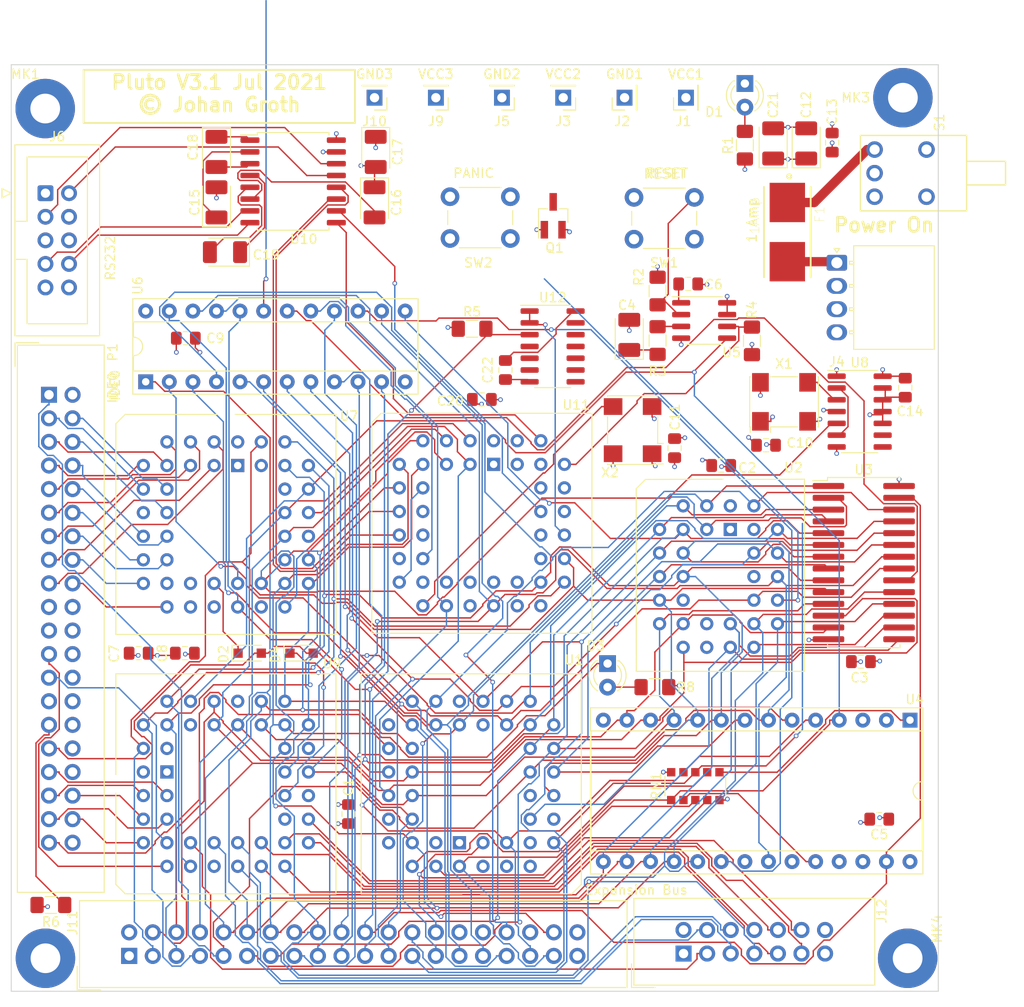
<source format=kicad_pcb>
(kicad_pcb (version 20171130) (host pcbnew 5.1.5+dfsg1-2build2)
  (layers (0 F.Cu mixed) (1 GND.Cu power) (2 VCC.Cu power) (31 B.Cu mixed) (34 B.Paste user) (35 F.Paste user) (36 B.SilkS user) (37 F.SilkS user) (38 B.Mask user) (39 F.Mask user) (44 Edge.Cuts user))
  (net 0 "")
  (net 1 GND)
  (net 2 VCC)
  (net 3 "Net-(C15-Pad1)")
  (net 4 "Net-(C16-Pad2)")
  (net 5 "Net-(C18-Pad1)")
  (net 6 "Net-(C18-Pad2)")
  (net 7 "Net-(C19-Pad1)")
  (net 8 "Net-(C19-Pad2)")
  (net 9 "/16bit IDE interface/~IRQ")
  (net 10 "Net-(D3-Pad2)")
  (net 11 "Net-(J6-Pad2)")
  (net 12 "Net-(J6-Pad3)")
  (net 13 "Net-(J6-Pad7)")
  (net 14 "Net-(J6-Pad8)")
  (net 15 "/16bit IDE interface/~RES")
  (net 16 "/16bit IDE interface/IDE-D7")
  (net 17 "/16bit IDE interface/IDE-D8")
  (net 18 "/16bit IDE interface/IDE-D6")
  (net 19 "/16bit IDE interface/IDE-D9")
  (net 20 "/16bit IDE interface/IDE-D5")
  (net 21 "/16bit IDE interface/IDE-D10")
  (net 22 "/16bit IDE interface/IDE-D4")
  (net 23 "/16bit IDE interface/IDE-D11")
  (net 24 "/16bit IDE interface/IDE-D3")
  (net 25 "/16bit IDE interface/IDE-D12")
  (net 26 "/16bit IDE interface/IDE-D2")
  (net 27 "/16bit IDE interface/IDE-D13")
  (net 28 "/16bit IDE interface/IDE-D1")
  (net 29 "/16bit IDE interface/IDE-D14")
  (net 30 "/16bit IDE interface/IDE-D0")
  (net 31 "/16bit IDE interface/IDE-D15")
  (net 32 "/16bit IDE interface/A1")
  (net 33 "/16bit IDE interface/A0")
  (net 34 "/16bit IDE interface/A2")
  (net 35 "/Address decoding and support section/~SO")
  (net 36 "/Address decoding and support section/~KS")
  (net 37 "/Address decoding and support section/RDY")
  (net 38 "/Address decoding and support section/~PWR")
  (net 39 "/Address decoding and support section/BE")
  (net 40 "/Address decoding and support section/~NMI")
  (net 41 "Net-(U1-Pad39)")
  (net 42 "/Address decoding and support section/A5")
  (net 43 "/CPU, ROM and RAM/A4")
  (net 44 "/Address decoding and support section/A6")
  (net 45 "/Address decoding and support section/A8")
  (net 46 "/Address decoding and support section/A10")
  (net 47 "/Address decoding and support section/A12")
  (net 48 "/Address decoding and support section/A14")
  (net 49 "/16bit IDE interface/D7")
  (net 50 "/Address decoding and support section/A7")
  (net 51 "/Address decoding and support section/A9")
  (net 52 "/Address decoding and support section/A11")
  (net 53 "/Address decoding and support section/A13")
  (net 54 "/Address decoding and support section/A15")
  (net 55 "/16bit IDE interface/D6")
  (net 56 "/16bit IDE interface/D4")
  (net 57 "/16bit IDE interface/D2")
  (net 58 "/16bit IDE interface/D0")
  (net 59 "/16bit IDE interface/D5")
  (net 60 "/16bit IDE interface/D3")
  (net 61 "/16bit IDE interface/D1")
  (net 62 "/Address decoding and support section/~ROMSEL")
  (net 63 "/Address decoding and support section/~RAMSEL")
  (net 64 "/Address decoding and support section/RES")
  (net 65 "/Address decoding and support section/~MRD")
  (net 66 "/Address decoding and support section/~MWR")
  (net 67 "Net-(J4-Pad4)")
  (net 68 "Net-(J6-Pad1)")
  (net 69 "Net-(J6-Pad4)")
  (net 70 "Net-(J6-Pad6)")
  (net 71 "Net-(J6-Pad9)")
  (net 72 "Net-(J6-Pad10)")
  (net 73 "Net-(P1-Pad20)")
  (net 74 "/16bit IDE interface/DMARQ")
  (net 75 "/16bit IDE interface/IORDY")
  (net 76 "Net-(P1-Pad28)")
  (net 77 "Net-(P1-Pad34)")
  (net 78 "Net-(U1-Pad43)")
  (net 79 "Net-(U1-Pad2)")
  (net 80 "Net-(U1-Pad4)")
  (net 81 "Net-(U1-Pad6)")
  (net 82 "Net-(U1-Pad8)")
  (net 83 "Net-(U1-Pad12)")
  (net 84 "Net-(U4-Pad23)")
  (net 85 "Net-(F1-Pad1)")
  (net 86 "/Power and mounting holes/PWR_IN")
  (net 87 "Net-(C4-Pad1)")
  (net 88 "Net-(C6-Pad1)")
  (net 89 "Net-(J11-Pad30)")
  (net 90 "Net-(J11-Pad32)")
  (net 91 "Net-(R3-Pad1)")
  (net 92 "Net-(S1-Pad3)")
  (net 93 "Net-(D2-Pad1)")
  (net 94 "/16bit IDE interface/~IDE-DASP")
  (net 95 "Net-(D4-Pad1)")
  (net 96 "/16bit IDE interface/A3")
  (net 97 "/16bit IDE interface/R-~W")
  (net 98 "/Address decoding and support section/~IO")
  (net 99 "Net-(J11-Pad36)")
  (net 100 "/16bit IDE interface/CLK")
  (net 101 "Net-(J12-Pad3)")
  (net 102 "Net-(J12-Pad4)")
  (net 103 "Net-(J12-Pad5)")
  (net 104 "Net-(J12-Pad6)")
  (net 105 "Net-(J12-Pad7)")
  (net 106 "Net-(J12-Pad8)")
  (net 107 "Net-(J12-Pad9)")
  (net 108 "Net-(J12-Pad10)")
  (net 109 "Net-(J12-Pad11)")
  (net 110 "Net-(J12-Pad12)")
  (net 111 "/16bit IDE interface/~IDE-RES")
  (net 112 "/16bit IDE interface/~DIOW")
  (net 113 "/16bit IDE interface/~DIOR")
  (net 114 "/16bit IDE interface/~IDE-DMACK")
  (net 115 "/16bit IDE interface/IDE-A1")
  (net 116 "/16bit IDE interface/IDE-A0")
  (net 117 "/16bit IDE interface/IDE-A2")
  (net 118 "/16bit IDE interface/~IDE-CS0")
  (net 119 "/16bit IDE interface/~IDE-CS1")
  (net 120 "Net-(R2-Pad2)")
  (net 121 "/Address decoding and support section/~RTC")
  (net 122 "/16bit IDE interface/~VIA2SEL")
  (net 123 "/Address decoding and support section/~DUART")
  (net 124 "/16bit IDE interface/~VIA1SEL")
  (net 125 "Net-(U7-Pad33)")
  (net 126 "Net-(U7-Pad38)")
  (net 127 "Net-(U7-Pad22)")
  (net 128 "Net-(U7-Pad20)")
  (net 129 "Net-(U7-Pad19)")
  (net 130 "Net-(U7-Pad11)")
  (net 131 "Net-(U7-Pad44)")
  (net 132 "Net-(U7-Pad43)")
  (net 133 "Net-(U9-Pad43)")
  (net 134 "Net-(U9-Pad44)")
  (net 135 "Net-(U9-Pad11)")
  (net 136 "Net-(U9-Pad22)")
  (net 137 "Net-(U9-Pad38)")
  (net 138 "Net-(U9-Pad33)")
  (net 139 "Net-(U2-Pad1)")
  (net 140 "Net-(U2-Pad12)")
  (net 141 "Net-(U2-Pad17)")
  (net 142 "Net-(U2-Pad26)")
  (net 143 "Net-(D1-Pad2)")
  (net 144 "Net-(U8-Pad2)")
  (net 145 "Net-(U8-Pad3)")
  (net 146 "Net-(U8-Pad8)")
  (net 147 "Net-(U8-Pad9)")
  (net 148 "/DUART and RS232/RX")
  (net 149 "/DUART and RS232/TX")
  (net 150 "/DUART and RS232/RTS")
  (net 151 "/DUART and RS232/CTS")
  (net 152 "Net-(U11-Pad37)")
  (net 153 "Net-(U11-Pad35)")
  (net 154 "Net-(U11-Pad33)")
  (net 155 "Net-(U11-Pad38)")
  (net 156 "Net-(U11-Pad34)")
  (net 157 "Net-(U11-Pad32)")
  (net 158 "Net-(U11-Pad26)")
  (net 159 "Net-(U11-Pad27)")
  (net 160 "Net-(U11-Pad23)")
  (net 161 "Net-(U11-Pad19)")
  (net 162 "Net-(U11-Pad10)")
  (net 163 "Net-(U11-Pad12)")
  (net 164 "Net-(U11-Pad42)")
  (net 165 "Net-(U11-Pad41)")
  (net 166 "Net-(U11-Pad43)")
  (net 167 "Net-(U11-Pad1)")
  (net 168 "/DUART and RS232/UART_CLK")
  (module Package_SO:SOIC-14_3.9x8.7mm_P1.27mm (layer F.Cu) (at 113.03 70.485)
    (fp_text reference U12 (at 0 -5.28) (layer F.SilkS))
    (fp_text value 74LS03)
    (pad 14 smd roundrect (at 2.475 -3.81) (size 1.95 0.6) (layers F.Cu F.Paste F.Mask) (net 2 VCC))
    (pad 13 smd roundrect (at 2.475 -2.54) (size 1.95 0.6) (layers F.Cu F.Paste F.Mask))
    (pad 12 smd roundrect (at 2.475 -1.27) (size 1.95 0.6) (layers F.Cu F.Paste F.Mask))
    (pad 11 smd roundrect (at 2.475 0) (size 1.95 0.6) (layers F.Cu F.Paste F.Mask))
    (pad 10 smd roundrect (at 2.475 1.27) (size 1.95 0.6) (layers F.Cu F.Paste F.Mask))
    (pad 9 smd roundrect (at 2.475 2.54) (size 1.95 0.6) (layers F.Cu F.Paste F.Mask))
    (pad 8 smd roundrect (at 2.475 3.81) (size 1.95 0.6) (layers F.Cu F.Paste F.Mask))
    (pad 7 smd roundrect (at -2.475 3.81) (size 1.95 0.6) (layers F.Cu F.Paste F.Mask) (net 1 GND))
    (pad 6 smd roundrect (at -2.475 2.54) (size 1.95 0.6) (layers F.Cu F.Paste F.Mask))
    (pad 5 smd roundrect (at -2.475 1.27) (size 1.95 0.6) (layers F.Cu F.Paste F.Mask))
    (pad 4 smd roundrect (at -2.475 0) (size 1.95 0.6) (layers F.Cu F.Paste F.Mask))
    (pad 3 smd roundrect (at -2.475 -1.27) (size 1.95 0.6) (layers F.Cu F.Paste F.Mask) (net 9 "/16bit IDE interface/~IRQ"))
    (pad 2 smd roundrect (at -2.475 -2.54) (size 1.95 0.6) (layers F.Cu F.Paste F.Mask) (net 154 "Net-(U11-Pad33)"))
    (pad 1 smd roundrect (at -2.475 -3.81) (size 1.95 0.6) (layers F.Cu F.Paste F.Mask) (net 154 "Net-(U11-Pad33)"))
  )
  (module Package_LCC:PLCC-44_THT-Socket (layer F.Cu) (at 106.68 83.185)
    (fp_text reference U11 (at 8.89 -6.4) (layer F.SilkS))
    (fp_text value ST16C550PLCC44)
    (pad 39 thru_hole circle (at 7.62 0) (size 1.4224 1.4224) (drill 0.8) (layers *.Cu *.Mask) (net 64 "/Address decoding and support section/RES"))
    (pad 37 thru_hole circle (at 7.62 2.54) (size 1.4224 1.4224) (drill 0.8) (layers *.Cu *.Mask) (net 152 "Net-(U11-Pad37)"))
    (pad 35 thru_hole circle (at 7.62 5.08) (size 1.4224 1.4224) (drill 0.8) (layers *.Cu *.Mask) (net 153 "Net-(U11-Pad35)"))
    (pad 33 thru_hole circle (at 7.62 7.62) (size 1.4224 1.4224) (drill 0.8) (layers *.Cu *.Mask) (net 154 "Net-(U11-Pad33)"))
    (pad 31 thru_hole circle (at 7.62 10.16) (size 1.4224 1.4224) (drill 0.8) (layers *.Cu *.Mask) (net 33 "/16bit IDE interface/A0"))
    (pad 40 thru_hole circle (at 5.08 -2.54) (size 1.4224 1.4224) (drill 0.8) (layers *.Cu *.Mask) (net 151 "/DUART and RS232/CTS"))
    (pad 38 thru_hole circle (at 5.08 2.54) (size 1.4224 1.4224) (drill 0.8) (layers *.Cu *.Mask) (net 155 "Net-(U11-Pad38)"))
    (pad 36 thru_hole circle (at 5.08 5.08) (size 1.4224 1.4224) (drill 0.8) (layers *.Cu *.Mask) (net 150 "/DUART and RS232/RTS"))
    (pad 34 thru_hole circle (at 5.08 7.62) (size 1.4224 1.4224) (drill 0.8) (layers *.Cu *.Mask) (net 156 "Net-(U11-Pad34)"))
    (pad 32 thru_hole circle (at 5.08 10.16) (size 1.4224 1.4224) (drill 0.8) (layers *.Cu *.Mask) (net 157 "Net-(U11-Pad32)"))
    (pad 30 thru_hole circle (at 5.08 12.7) (size 1.4224 1.4224) (drill 0.8) (layers *.Cu *.Mask) (net 32 "/16bit IDE interface/A1"))
    (pad 28 thru_hole circle (at 5.08 15.24) (size 1.4224 1.4224) (drill 0.8) (layers *.Cu *.Mask) (net 1 GND))
    (pad 26 thru_hole circle (at 2.54 15.24) (size 1.4224 1.4224) (drill 0.8) (layers *.Cu *.Mask) (net 158 "Net-(U11-Pad26)"))
    (pad 24 thru_hole circle (at 0 15.24) (size 1.4224 1.4224) (drill 0.8) (layers *.Cu *.Mask) (net 65 "/Address decoding and support section/~MRD"))
    (pad 22 thru_hole circle (at -2.54 15.24) (size 1.4224 1.4224) (drill 0.8) (layers *.Cu *.Mask) (net 1 GND))
    (pad 20 thru_hole circle (at -5.08 15.24) (size 1.4224 1.4224) (drill 0.8) (layers *.Cu *.Mask) (net 66 "/Address decoding and support section/~MWR"))
    (pad 18 thru_hole circle (at -7.62 15.24) (size 1.4224 1.4224) (drill 0.8) (layers *.Cu *.Mask) (net 168 "/DUART and RS232/UART_CLK"))
    (pad 29 thru_hole circle (at 7.62 12.7) (size 1.4224 1.4224) (drill 0.8) (layers *.Cu *.Mask) (net 34 "/16bit IDE interface/A2"))
    (pad 27 thru_hole circle (at 2.54 12.7) (size 1.4224 1.4224) (drill 0.8) (layers *.Cu *.Mask) (net 159 "Net-(U11-Pad27)"))
    (pad 25 thru_hole circle (at 0 12.7) (size 1.4224 1.4224) (drill 0.8) (layers *.Cu *.Mask) (net 1 GND))
    (pad 23 thru_hole circle (at -2.54 12.7) (size 1.4224 1.4224) (drill 0.8) (layers *.Cu *.Mask) (net 160 "Net-(U11-Pad23)"))
    (pad 21 thru_hole circle (at -5.08 12.7) (size 1.4224 1.4224) (drill 0.8) (layers *.Cu *.Mask) (net 1 GND))
    (pad 19 thru_hole circle (at -7.62 12.7) (size 1.4224 1.4224) (drill 0.8) (layers *.Cu *.Mask) (net 161 "Net-(U11-Pad19)"))
    (pad 17 thru_hole circle (at -10.16 12.7) (size 1.4224 1.4224) (drill 0.8) (layers *.Cu *.Mask) (net 162 "Net-(U11-Pad10)"))
    (pad 15 thru_hole circle (at -10.16 10.16) (size 1.4224 1.4224) (drill 0.8) (layers *.Cu *.Mask) (net 2 VCC))
    (pad 13 thru_hole circle (at -10.16 7.62) (size 1.4224 1.4224) (drill 0.8) (layers *.Cu *.Mask) (net 149 "/DUART and RS232/TX"))
    (pad 11 thru_hole circle (at -10.16 5.08) (size 1.4224 1.4224) (drill 0.8) (layers *.Cu *.Mask) (net 148 "/DUART and RS232/RX"))
    (pad 9 thru_hole circle (at -10.16 2.54) (size 1.4224 1.4224) (drill 0.8) (layers *.Cu *.Mask) (net 49 "/16bit IDE interface/D7"))
    (pad 7 thru_hole circle (at -10.16 0) (size 1.4224 1.4224) (drill 0.8) (layers *.Cu *.Mask) (net 59 "/16bit IDE interface/D5"))
    (pad 16 thru_hole circle (at -7.62 10.16) (size 1.4224 1.4224) (drill 0.8) (layers *.Cu *.Mask) (net 123 "/Address decoding and support section/~DUART"))
    (pad 14 thru_hole circle (at -7.62 7.62) (size 1.4224 1.4224) (drill 0.8) (layers *.Cu *.Mask) (net 2 VCC))
    (pad 12 thru_hole circle (at -7.62 5.08) (size 1.4224 1.4224) (drill 0.8) (layers *.Cu *.Mask) (net 163 "Net-(U11-Pad12)"))
    (pad 10 thru_hole circle (at -7.62 2.54) (size 1.4224 1.4224) (drill 0.8) (layers *.Cu *.Mask) (net 162 "Net-(U11-Pad10)"))
    (pad 8 thru_hole circle (at -7.62 0) (size 1.4224 1.4224) (drill 0.8) (layers *.Cu *.Mask) (net 55 "/16bit IDE interface/D6"))
    (pad 42 thru_hole circle (at 2.54 -2.54) (size 1.4224 1.4224) (drill 0.8) (layers *.Cu *.Mask) (net 164 "Net-(U11-Pad42)"))
    (pad 44 thru_hole circle (at 0 -2.54) (size 1.4224 1.4224) (drill 0.8) (layers *.Cu *.Mask) (net 2 VCC))
    (pad 6 thru_hole circle (at -7.62 -2.54) (size 1.4224 1.4224) (drill 0.8) (layers *.Cu *.Mask) (net 56 "/16bit IDE interface/D4"))
    (pad 4 thru_hole circle (at -5.08 -2.54) (size 1.4224 1.4224) (drill 0.8) (layers *.Cu *.Mask) (net 57 "/16bit IDE interface/D2"))
    (pad 2 thru_hole circle (at -2.54 -2.54) (size 1.4224 1.4224) (drill 0.8) (layers *.Cu *.Mask) (net 58 "/16bit IDE interface/D0"))
    (pad 41 thru_hole circle (at 5.08 0) (size 1.4224 1.4224) (drill 0.8) (layers *.Cu *.Mask) (net 165 "Net-(U11-Pad41)"))
    (pad 43 thru_hole circle (at 2.54 0) (size 1.4224 1.4224) (drill 0.8) (layers *.Cu *.Mask) (net 166 "Net-(U11-Pad43)"))
    (pad 5 thru_hole circle (at -5.08 0) (size 1.4224 1.4224) (drill 0.8) (layers *.Cu *.Mask) (net 60 "/16bit IDE interface/D3"))
    (pad 3 thru_hole circle (at -2.54 0) (size 1.4224 1.4224) (drill 0.8) (layers *.Cu *.Mask) (net 61 "/16bit IDE interface/D1"))
    (pad 1 thru_hole rect (at 0 0) (size 1.4224 1.4224) (drill 0.8) (layers *.Cu *.Mask) (net 167 "Net-(U11-Pad1)"))
  )
  (module Package_SO:SOIC-16W_7.5x10.3mm_P1.27mm (layer F.Cu) (at 85.09 52.705)
    (fp_text reference U10 (at 1.143 6.223) (layer F.SilkS))
    (fp_text value MAX232)
    (pad 16 smd roundrect (at 4.65 -4.445) (size 2.05 0.6) (layers F.Cu F.Paste F.Mask) (net 2 VCC))
    (pad 15 smd roundrect (at 4.65 -3.175) (size 2.05 0.6) (layers F.Cu F.Paste F.Mask) (net 1 GND))
    (pad 14 smd roundrect (at 4.65 -1.905) (size 2.05 0.6) (layers F.Cu F.Paste F.Mask) (net 12 "Net-(J6-Pad3)"))
    (pad 13 smd roundrect (at 4.65 -0.635) (size 2.05 0.6) (layers F.Cu F.Paste F.Mask) (net 11 "Net-(J6-Pad2)"))
    (pad 12 smd roundrect (at 4.65 0.635) (size 2.05 0.6) (layers F.Cu F.Paste F.Mask) (net 148 "/DUART and RS232/RX"))
    (pad 11 smd roundrect (at 4.65 1.905) (size 2.05 0.6) (layers F.Cu F.Paste F.Mask) (net 149 "/DUART and RS232/TX"))
    (pad 10 smd roundrect (at 4.65 3.175) (size 2.05 0.6) (layers F.Cu F.Paste F.Mask) (net 150 "/DUART and RS232/RTS"))
    (pad 9 smd roundrect (at 4.65 4.445) (size 2.05 0.6) (layers F.Cu F.Paste F.Mask) (net 151 "/DUART and RS232/CTS"))
    (pad 8 smd roundrect (at -4.65 4.445) (size 2.05 0.6) (layers F.Cu F.Paste F.Mask) (net 14 "Net-(J6-Pad8)"))
    (pad 7 smd roundrect (at -4.65 3.175) (size 2.05 0.6) (layers F.Cu F.Paste F.Mask) (net 13 "Net-(J6-Pad7)"))
    (pad 6 smd roundrect (at -4.65 1.905) (size 2.05 0.6) (layers F.Cu F.Paste F.Mask) (net 4 "Net-(C16-Pad2)"))
    (pad 5 smd roundrect (at -4.65 0.635) (size 2.05 0.6) (layers F.Cu F.Paste F.Mask) (net 8 "Net-(C19-Pad2)"))
    (pad 4 smd roundrect (at -4.65 -0.635) (size 2.05 0.6) (layers F.Cu F.Paste F.Mask) (net 7 "Net-(C19-Pad1)"))
    (pad 3 smd roundrect (at -4.65 -1.905) (size 2.05 0.6) (layers F.Cu F.Paste F.Mask) (net 6 "Net-(C18-Pad2)"))
    (pad 2 smd roundrect (at -4.65 -3.175) (size 2.05 0.6) (layers F.Cu F.Paste F.Mask) (net 3 "Net-(C15-Pad1)"))
    (pad 1 smd roundrect (at -4.65 -4.445) (size 2.05 0.6) (layers F.Cu F.Paste F.Mask) (net 5 "Net-(C18-Pad1)"))
  )
  (module Resistor_SMD:R_1206_3216Metric_Pad1.42x1.75mm_HandSolder (layer F.Cu) (at 104.358 68.58)
    (fp_text reference R5 (at 0 -1.82) (layer F.SilkS))
    (fp_text value 3.3k)
    (pad 2 smd roundrect (at 1.4875 0) (size 1.425 1.75) (layers F.Cu F.Paste F.Mask) (roundrect_rratio 0.175439) (net 9 "/16bit IDE interface/~IRQ"))
    (pad 1 smd roundrect (at -1.4875 0) (size 1.425 1.75) (layers F.Cu F.Paste F.Mask) (roundrect_rratio 0.175439) (net 2 VCC))
  )
  (module Connector_IDC:IDC-Header_2x05_P2.54mm_Vertical (layer F.Cu) (at 58.42 53.975)
    (fp_text reference J6 (at 1.27 -6.1) (layer F.SilkS))
    (fp_text value RS232a)
    (pad 10 thru_hole circle (at 2.54 10.16) (size 1.7 1.7) (drill 1) (layers *.Cu *.Mask) (net 72 "Net-(J6-Pad10)"))
    (pad 8 thru_hole circle (at 2.54 7.62) (size 1.7 1.7) (drill 1) (layers *.Cu *.Mask) (net 14 "Net-(J6-Pad8)"))
    (pad 6 thru_hole circle (at 2.54 5.08) (size 1.7 1.7) (drill 1) (layers *.Cu *.Mask) (net 70 "Net-(J6-Pad6)"))
    (pad 4 thru_hole circle (at 2.54 2.54) (size 1.7 1.7) (drill 1) (layers *.Cu *.Mask) (net 69 "Net-(J6-Pad4)"))
    (pad 2 thru_hole circle (at 2.54 0) (size 1.7 1.7) (drill 1) (layers *.Cu *.Mask) (net 11 "Net-(J6-Pad2)"))
    (pad 9 thru_hole circle (at 0 10.16) (size 1.7 1.7) (drill 1) (layers *.Cu *.Mask) (net 71 "Net-(J6-Pad9)"))
    (pad 7 thru_hole circle (at 0 7.62) (size 1.7 1.7) (drill 1) (layers *.Cu *.Mask) (net 13 "Net-(J6-Pad7)"))
    (pad 5 thru_hole circle (at 0 5.08) (size 1.7 1.7) (drill 1) (layers *.Cu *.Mask) (net 1 GND))
    (pad 3 thru_hole circle (at 0 2.54) (size 1.7 1.7) (drill 1) (layers *.Cu *.Mask) (net 12 "Net-(J6-Pad3)"))
    (pad 1 thru_hole roundrect (at 0 0) (size 1.7 1.7) (drill 1) (layers *.Cu *.Mask) (roundrect_rratio 0.147059) (net 68 "Net-(J6-Pad1)"))
  )
  (module Capacitor_SMD:C_0805_2012Metric_Pad1.15x1.40mm_HandSolder (layer F.Cu) (at 107.95 73.025 90)
    (fp_text reference C22 (at 0 -1.905 90) (layer F.SilkS))
    (fp_text value 0.1uF)
    (pad 2 smd roundrect (at 1.025 0 90) (size 1.15 1.4) (layers F.Cu F.Paste F.Mask) (roundrect_rratio 0.217391) (net 2 VCC))
    (pad 1 smd roundrect (at -1.025 0 90) (size 1.15 1.4) (layers F.Cu F.Paste F.Mask) (roundrect_rratio 0.217391) (net 1 GND))
  )
  (module Package_LCC:PLCC-44_THT-Socket (layer F.Cu) (at 71.501 116.332 90)
    (fp_text reference U9 (at 11.684 17.78 180) (layer F.SilkS))
    (fp_text value WD65C22PLCC44)
    (pad 1 thru_hole rect (at 0 0 90) (size 1.4224 1.4224) (drill 0.8) (layers *.Cu *.Mask) (net 1 GND))
    (pad 3 thru_hole circle (at -2.54 0 90) (size 1.4224 1.4224) (drill 0.8) (layers *.Cu *.Mask) (net 115 "/16bit IDE interface/IDE-A1"))
    (pad 5 thru_hole circle (at -5.08 0 90) (size 1.4224 1.4224) (drill 0.8) (layers *.Cu *.Mask) (net 118 "/16bit IDE interface/~IDE-CS0"))
    (pad 43 thru_hole circle (at 2.54 0 90) (size 1.4224 1.4224) (drill 0.8) (layers *.Cu *.Mask) (net 133 "Net-(U9-Pad43)"))
    (pad 41 thru_hole circle (at 5.08 0 90) (size 1.4224 1.4224) (drill 0.8) (layers *.Cu *.Mask) (net 32 "/16bit IDE interface/A1"))
    (pad 2 thru_hole circle (at -2.54 -2.54 90) (size 1.4224 1.4224) (drill 0.8) (layers *.Cu *.Mask) (net 116 "/16bit IDE interface/IDE-A0"))
    (pad 4 thru_hole circle (at -5.08 -2.54 90) (size 1.4224 1.4224) (drill 0.8) (layers *.Cu *.Mask) (net 117 "/16bit IDE interface/IDE-A2"))
    (pad 6 thru_hole circle (at -7.62 -2.54 90) (size 1.4224 1.4224) (drill 0.8) (layers *.Cu *.Mask) (net 119 "/16bit IDE interface/~IDE-CS1"))
    (pad 44 thru_hole circle (at 0 -2.54 90) (size 1.4224 1.4224) (drill 0.8) (layers *.Cu *.Mask) (net 134 "Net-(U9-Pad44)"))
    (pad 42 thru_hole circle (at 2.54 -2.54 90) (size 1.4224 1.4224) (drill 0.8) (layers *.Cu *.Mask) (net 33 "/16bit IDE interface/A0"))
    (pad 8 thru_hole circle (at -7.62 0 90) (size 1.4224 1.4224) (drill 0.8) (layers *.Cu *.Mask) (net 113 "/16bit IDE interface/~DIOR"))
    (pad 10 thru_hole circle (at -7.62 2.54 90) (size 1.4224 1.4224) (drill 0.8) (layers *.Cu *.Mask) (net 101 "Net-(J12-Pad3)"))
    (pad 12 thru_hole circle (at -7.62 5.08 90) (size 1.4224 1.4224) (drill 0.8) (layers *.Cu *.Mask) (net 102 "Net-(J12-Pad4)"))
    (pad 14 thru_hole circle (at -7.62 7.62 90) (size 1.4224 1.4224) (drill 0.8) (layers *.Cu *.Mask) (net 104 "Net-(J12-Pad6)"))
    (pad 16 thru_hole circle (at -7.62 10.16 90) (size 1.4224 1.4224) (drill 0.8) (layers *.Cu *.Mask) (net 106 "Net-(J12-Pad8)"))
    (pad 7 thru_hole circle (at -10.16 0 90) (size 1.4224 1.4224) (drill 0.8) (layers *.Cu *.Mask) (net 112 "/16bit IDE interface/~DIOW"))
    (pad 9 thru_hole circle (at -10.16 2.54 90) (size 1.4224 1.4224) (drill 0.8) (layers *.Cu *.Mask) (net 111 "/16bit IDE interface/~IDE-RES"))
    (pad 11 thru_hole circle (at -10.16 5.08 90) (size 1.4224 1.4224) (drill 0.8) (layers *.Cu *.Mask) (net 135 "Net-(U9-Pad11)"))
    (pad 13 thru_hole circle (at -10.16 7.62 90) (size 1.4224 1.4224) (drill 0.8) (layers *.Cu *.Mask) (net 103 "Net-(J12-Pad5)"))
    (pad 15 thru_hole circle (at -10.16 10.16 90) (size 1.4224 1.4224) (drill 0.8) (layers *.Cu *.Mask) (net 105 "Net-(J12-Pad7)"))
    (pad 17 thru_hole circle (at -10.16 12.7 90) (size 1.4224 1.4224) (drill 0.8) (layers *.Cu *.Mask) (net 107 "Net-(J12-Pad9)"))
    (pad 19 thru_hole circle (at -7.62 12.7 90) (size 1.4224 1.4224) (drill 0.8) (layers *.Cu *.Mask) (net 109 "Net-(J12-Pad11)"))
    (pad 21 thru_hole circle (at -5.08 12.7 90) (size 1.4224 1.4224) (drill 0.8) (layers *.Cu *.Mask) (net 2 VCC))
    (pad 23 thru_hole circle (at -2.54 12.7 90) (size 1.4224 1.4224) (drill 0.8) (layers *.Cu *.Mask) (net 95 "Net-(D4-Pad1)"))
    (pad 25 thru_hole circle (at 0 12.7 90) (size 1.4224 1.4224) (drill 0.8) (layers *.Cu *.Mask) (net 122 "/16bit IDE interface/~VIA2SEL"))
    (pad 27 thru_hole circle (at 2.54 12.7 90) (size 1.4224 1.4224) (drill 0.8) (layers *.Cu *.Mask) (net 100 "/16bit IDE interface/CLK"))
    (pad 29 thru_hole circle (at 7.62 12.7 90) (size 1.4224 1.4224) (drill 0.8) (layers *.Cu *.Mask) (net 55 "/16bit IDE interface/D6"))
    (pad 18 thru_hole circle (at -7.62 15.24 90) (size 1.4224 1.4224) (drill 0.8) (layers *.Cu *.Mask) (net 108 "Net-(J12-Pad10)"))
    (pad 20 thru_hole circle (at -5.08 15.24 90) (size 1.4224 1.4224) (drill 0.8) (layers *.Cu *.Mask) (net 110 "Net-(J12-Pad12)"))
    (pad 22 thru_hole circle (at -2.54 15.24 90) (size 1.4224 1.4224) (drill 0.8) (layers *.Cu *.Mask) (net 136 "Net-(U9-Pad22)"))
    (pad 24 thru_hole circle (at 0 15.24 90) (size 1.4224 1.4224) (drill 0.8) (layers *.Cu *.Mask) (net 97 "/16bit IDE interface/R-~W"))
    (pad 26 thru_hole circle (at 2.54 15.24 90) (size 1.4224 1.4224) (drill 0.8) (layers *.Cu *.Mask) (net 2 VCC))
    (pad 28 thru_hole circle (at 5.08 15.24 90) (size 1.4224 1.4224) (drill 0.8) (layers *.Cu *.Mask) (net 49 "/16bit IDE interface/D7"))
    (pad 30 thru_hole circle (at 5.08 12.7 90) (size 1.4224 1.4224) (drill 0.8) (layers *.Cu *.Mask) (net 59 "/16bit IDE interface/D5"))
    (pad 32 thru_hole circle (at 5.08 10.16 90) (size 1.4224 1.4224) (drill 0.8) (layers *.Cu *.Mask) (net 60 "/16bit IDE interface/D3"))
    (pad 34 thru_hole circle (at 5.08 7.62 90) (size 1.4224 1.4224) (drill 0.8) (layers *.Cu *.Mask) (net 57 "/16bit IDE interface/D2"))
    (pad 36 thru_hole circle (at 5.08 5.08 90) (size 1.4224 1.4224) (drill 0.8) (layers *.Cu *.Mask) (net 58 "/16bit IDE interface/D0"))
    (pad 38 thru_hole circle (at 5.08 2.54 90) (size 1.4224 1.4224) (drill 0.8) (layers *.Cu *.Mask) (net 137 "Net-(U9-Pad38)"))
    (pad 40 thru_hole circle (at 5.08 -2.54 90) (size 1.4224 1.4224) (drill 0.8) (layers *.Cu *.Mask) (net 34 "/16bit IDE interface/A2"))
    (pad 31 thru_hole circle (at 7.62 10.16 90) (size 1.4224 1.4224) (drill 0.8) (layers *.Cu *.Mask) (net 56 "/16bit IDE interface/D4"))
    (pad 33 thru_hole circle (at 7.62 7.62 90) (size 1.4224 1.4224) (drill 0.8) (layers *.Cu *.Mask) (net 138 "Net-(U9-Pad33)"))
    (pad 35 thru_hole circle (at 7.62 5.08 90) (size 1.4224 1.4224) (drill 0.8) (layers *.Cu *.Mask) (net 61 "/16bit IDE interface/D1"))
    (pad 37 thru_hole circle (at 7.62 2.54 90) (size 1.4224 1.4224) (drill 0.8) (layers *.Cu *.Mask) (net 15 "/16bit IDE interface/~RES"))
    (pad 39 thru_hole circle (at 7.62 0 90) (size 1.4224 1.4224) (drill 0.8) (layers *.Cu *.Mask) (net 96 "/16bit IDE interface/A3"))
  )
  (module Package_LCC:PLCC-44_THT-Socket (layer F.Cu) (at 79.121 83.312)
    (fp_text reference U7 (at 11.9888 -5.334) (layer F.SilkS))
    (fp_text value WD65C22PLCC44)
    (pad 39 thru_hole circle (at 7.62 0) (size 1.4224 1.4224) (drill 0.8) (layers *.Cu *.Mask) (net 96 "/16bit IDE interface/A3"))
    (pad 37 thru_hole circle (at 7.62 2.54) (size 1.4224 1.4224) (drill 0.8) (layers *.Cu *.Mask) (net 15 "/16bit IDE interface/~RES"))
    (pad 35 thru_hole circle (at 7.62 5.08) (size 1.4224 1.4224) (drill 0.8) (layers *.Cu *.Mask) (net 61 "/16bit IDE interface/D1"))
    (pad 33 thru_hole circle (at 7.62 7.62) (size 1.4224 1.4224) (drill 0.8) (layers *.Cu *.Mask) (net 125 "Net-(U7-Pad33)"))
    (pad 31 thru_hole circle (at 7.62 10.16) (size 1.4224 1.4224) (drill 0.8) (layers *.Cu *.Mask) (net 56 "/16bit IDE interface/D4"))
    (pad 40 thru_hole circle (at 5.08 -2.54) (size 1.4224 1.4224) (drill 0.8) (layers *.Cu *.Mask) (net 34 "/16bit IDE interface/A2"))
    (pad 38 thru_hole circle (at 5.08 2.54) (size 1.4224 1.4224) (drill 0.8) (layers *.Cu *.Mask) (net 126 "Net-(U7-Pad38)"))
    (pad 36 thru_hole circle (at 5.08 5.08) (size 1.4224 1.4224) (drill 0.8) (layers *.Cu *.Mask) (net 58 "/16bit IDE interface/D0"))
    (pad 34 thru_hole circle (at 5.08 7.62) (size 1.4224 1.4224) (drill 0.8) (layers *.Cu *.Mask) (net 57 "/16bit IDE interface/D2"))
    (pad 32 thru_hole circle (at 5.08 10.16) (size 1.4224 1.4224) (drill 0.8) (layers *.Cu *.Mask) (net 60 "/16bit IDE interface/D3"))
    (pad 30 thru_hole circle (at 5.08 12.7) (size 1.4224 1.4224) (drill 0.8) (layers *.Cu *.Mask) (net 59 "/16bit IDE interface/D5"))
    (pad 28 thru_hole circle (at 5.08 15.24) (size 1.4224 1.4224) (drill 0.8) (layers *.Cu *.Mask) (net 49 "/16bit IDE interface/D7"))
    (pad 26 thru_hole circle (at 2.54 15.24) (size 1.4224 1.4224) (drill 0.8) (layers *.Cu *.Mask) (net 2 VCC))
    (pad 24 thru_hole circle (at 0 15.24) (size 1.4224 1.4224) (drill 0.8) (layers *.Cu *.Mask) (net 97 "/16bit IDE interface/R-~W"))
    (pad 22 thru_hole circle (at -2.54 15.24) (size 1.4224 1.4224) (drill 0.8) (layers *.Cu *.Mask) (net 127 "Net-(U7-Pad22)"))
    (pad 20 thru_hole circle (at -5.08 15.24) (size 1.4224 1.4224) (drill 0.8) (layers *.Cu *.Mask) (net 128 "Net-(U7-Pad20)"))
    (pad 18 thru_hole circle (at -7.62 15.24) (size 1.4224 1.4224) (drill 0.8) (layers *.Cu *.Mask) (net 31 "/16bit IDE interface/IDE-D15"))
    (pad 29 thru_hole circle (at 7.62 12.7) (size 1.4224 1.4224) (drill 0.8) (layers *.Cu *.Mask) (net 55 "/16bit IDE interface/D6"))
    (pad 27 thru_hole circle (at 2.54 12.7) (size 1.4224 1.4224) (drill 0.8) (layers *.Cu *.Mask) (net 100 "/16bit IDE interface/CLK"))
    (pad 25 thru_hole circle (at 0 12.7) (size 1.4224 1.4224) (drill 0.8) (layers *.Cu *.Mask) (net 124 "/16bit IDE interface/~VIA1SEL"))
    (pad 23 thru_hole circle (at -2.54 12.7) (size 1.4224 1.4224) (drill 0.8) (layers *.Cu *.Mask) (net 93 "Net-(D2-Pad1)"))
    (pad 21 thru_hole circle (at -5.08 12.7) (size 1.4224 1.4224) (drill 0.8) (layers *.Cu *.Mask) (net 2 VCC))
    (pad 19 thru_hole circle (at -7.62 12.7) (size 1.4224 1.4224) (drill 0.8) (layers *.Cu *.Mask) (net 129 "Net-(U7-Pad19)"))
    (pad 17 thru_hole circle (at -10.16 12.7) (size 1.4224 1.4224) (drill 0.8) (layers *.Cu *.Mask) (net 29 "/16bit IDE interface/IDE-D14"))
    (pad 15 thru_hole circle (at -10.16 10.16) (size 1.4224 1.4224) (drill 0.8) (layers *.Cu *.Mask) (net 25 "/16bit IDE interface/IDE-D12"))
    (pad 13 thru_hole circle (at -10.16 7.62) (size 1.4224 1.4224) (drill 0.8) (layers *.Cu *.Mask) (net 21 "/16bit IDE interface/IDE-D10"))
    (pad 11 thru_hole circle (at -10.16 5.08) (size 1.4224 1.4224) (drill 0.8) (layers *.Cu *.Mask) (net 130 "Net-(U7-Pad11)"))
    (pad 9 thru_hole circle (at -10.16 2.54) (size 1.4224 1.4224) (drill 0.8) (layers *.Cu *.Mask) (net 16 "/16bit IDE interface/IDE-D7"))
    (pad 7 thru_hole circle (at -10.16 0) (size 1.4224 1.4224) (drill 0.8) (layers *.Cu *.Mask) (net 20 "/16bit IDE interface/IDE-D5"))
    (pad 16 thru_hole circle (at -7.62 10.16) (size 1.4224 1.4224) (drill 0.8) (layers *.Cu *.Mask) (net 27 "/16bit IDE interface/IDE-D13"))
    (pad 14 thru_hole circle (at -7.62 7.62) (size 1.4224 1.4224) (drill 0.8) (layers *.Cu *.Mask) (net 23 "/16bit IDE interface/IDE-D11"))
    (pad 12 thru_hole circle (at -7.62 5.08) (size 1.4224 1.4224) (drill 0.8) (layers *.Cu *.Mask) (net 19 "/16bit IDE interface/IDE-D9"))
    (pad 10 thru_hole circle (at -7.62 2.54) (size 1.4224 1.4224) (drill 0.8) (layers *.Cu *.Mask) (net 17 "/16bit IDE interface/IDE-D8"))
    (pad 8 thru_hole circle (at -7.62 0) (size 1.4224 1.4224) (drill 0.8) (layers *.Cu *.Mask) (net 18 "/16bit IDE interface/IDE-D6"))
    (pad 42 thru_hole circle (at 2.54 -2.54) (size 1.4224 1.4224) (drill 0.8) (layers *.Cu *.Mask) (net 33 "/16bit IDE interface/A0"))
    (pad 44 thru_hole circle (at 0 -2.54) (size 1.4224 1.4224) (drill 0.8) (layers *.Cu *.Mask) (net 131 "Net-(U7-Pad44)"))
    (pad 6 thru_hole circle (at -7.62 -2.54) (size 1.4224 1.4224) (drill 0.8) (layers *.Cu *.Mask) (net 22 "/16bit IDE interface/IDE-D4"))
    (pad 4 thru_hole circle (at -5.08 -2.54) (size 1.4224 1.4224) (drill 0.8) (layers *.Cu *.Mask) (net 26 "/16bit IDE interface/IDE-D2"))
    (pad 2 thru_hole circle (at -2.54 -2.54) (size 1.4224 1.4224) (drill 0.8) (layers *.Cu *.Mask) (net 30 "/16bit IDE interface/IDE-D0"))
    (pad 41 thru_hole circle (at 5.08 0) (size 1.4224 1.4224) (drill 0.8) (layers *.Cu *.Mask) (net 32 "/16bit IDE interface/A1"))
    (pad 43 thru_hole circle (at 2.54 0) (size 1.4224 1.4224) (drill 0.8) (layers *.Cu *.Mask) (net 132 "Net-(U7-Pad43)"))
    (pad 5 thru_hole circle (at -5.08 0) (size 1.4224 1.4224) (drill 0.8) (layers *.Cu *.Mask) (net 24 "/16bit IDE interface/IDE-D3"))
    (pad 3 thru_hole circle (at -2.54 0) (size 1.4224 1.4224) (drill 0.8) (layers *.Cu *.Mask) (net 28 "/16bit IDE interface/IDE-D1"))
    (pad 1 thru_hole rect (at 0 0) (size 1.4224 1.4224) (drill 0.8) (layers *.Cu *.Mask) (net 1 GND))
  )
  (module LEDs:LED_D3.0mm (layer F.Cu) (at 118.948 104.648 270)
    (fp_text reference D3 (at -1.905 1.27 180) (layer F.SilkS))
    (fp_text value LED)
    (pad 1 thru_hole rect (at 0 0 270) (size 1.8 1.8) (drill 0.9) (layers *.Cu *.Mask) (net 94 "/16bit IDE interface/~IDE-DASP"))
    (pad 2 thru_hole circle (at 2.54 0 270) (size 1.8 1.8) (drill 0.9) (layers *.Cu *.Mask) (net 10 "Net-(D3-Pad2)"))
  )
  (module LEDs:LED_D3.0mm (layer F.Cu) (at 133.731 42.164 270)
    (fp_text reference D1 (at 3.048 3.302 180) (layer F.SilkS))
    (fp_text value LED)
    (pad 1 thru_hole rect (at 0 0 270) (size 1.8 1.8) (drill 0.9) (layers *.Cu *.Mask) (net 1 GND))
    (pad 2 thru_hole circle (at 2.54 0 270) (size 1.8 1.8) (drill 0.9) (layers *.Cu *.Mask) (net 143 "Net-(D1-Pad2)"))
  )
  (module Switches_THT:SW-SPDT-0900766b81587629 (layer F.Cu) (at 150.749 51.816 270)
    (fp_text reference S1 (at -5.461 -3.937 90) (layer F.SilkS))
    (fp_text value SPDT)
    (pad "" thru_hole circle (at 2.54 -2.54 270) (size 1.778 1.778) (drill 1.0922) (layers *.Cu *.Mask))
    (pad "" thru_hole circle (at -2.54 -2.54 270) (size 1.778 1.778) (drill 1.0922) (layers *.Cu *.Mask))
    (pad 3 thru_hole circle (at 2.54 3.048 270) (size 1.778 1.778) (drill 1.0922) (layers *.Cu *.Mask) (net 92 "Net-(S1-Pad3)"))
    (pad 2 thru_hole circle (at 0 3.048 270) (size 1.778 1.778) (drill 1.0922) (layers *.Cu *.Mask) (net 2 VCC))
    (pad 1 thru_hole circle (at -2.54 3.048 270) (size 1.778 1.778) (drill 1.0922) (layers *.Cu *.Mask) (net 85 "Net-(F1-Pad1)"))
  )
  (module Connector_Molex:Molex_Nano-Fit_105313-xx04_1x04_P2.50mm_Horizontal (layer F.Cu) (at 143.637 61.468)
    (fp_text reference J4 (at 0 10.668) (layer F.SilkS))
    (fp_text value POWER)
    (pad 1 thru_hole roundrect (at 0 0) (size 2.2 1.7) (drill 1.2) (layers *.Cu *.Mask) (roundrect_rratio 0.147059) (net 86 "/Power and mounting holes/PWR_IN"))
    (pad 2 thru_hole oval (at 0 2.5) (size 2.2 1.7) (drill 1.2) (layers *.Cu *.Mask) (net 1 GND))
    (pad 3 thru_hole oval (at 0 5) (size 2.2 1.7) (drill 1.2) (layers *.Cu *.Mask) (net 1 GND))
    (pad 4 thru_hole oval (at 0 7.5) (size 2.2 1.7) (drill 1.2) (layers *.Cu *.Mask) (net 67 "Net-(J4-Pad4)"))
    (pad "" np_thru_hole circle (at 7.18 0) (size 1.7 1.7) (drill 1.7) (layers *.Cu *.Mask))
    (pad "" np_thru_hole circle (at 7.18 7.5) (size 1.7 1.7) (drill 1.7) (layers *.Cu *.Mask))
  )
  (module Connector_IDC:IDC-Header_2x07_P2.54mm_Vertical (layer F.Cu) (at 127.127 135.89 90)
    (fp_text reference J12 (at 4.572 21.336 270) (layer F.SilkS))
    (fp_text value VIA2PB)
    (pad 1 thru_hole rect (at 0 0 90) (size 1.7272 1.7272) (drill 1.016) (layers *.Cu *.Mask) (net 1 GND))
    (pad 2 thru_hole oval (at 2.54 0 90) (size 1.7272 1.7272) (drill 1.016) (layers *.Cu *.Mask) (net 1 GND))
    (pad 3 thru_hole oval (at 0 2.54 90) (size 1.7272 1.7272) (drill 1.016) (layers *.Cu *.Mask) (net 101 "Net-(J12-Pad3)"))
    (pad 4 thru_hole oval (at 2.54 2.54 90) (size 1.7272 1.7272) (drill 1.016) (layers *.Cu *.Mask) (net 102 "Net-(J12-Pad4)"))
    (pad 5 thru_hole oval (at 0 5.08 90) (size 1.7272 1.7272) (drill 1.016) (layers *.Cu *.Mask) (net 103 "Net-(J12-Pad5)"))
    (pad 6 thru_hole oval (at 2.54 5.08 90) (size 1.7272 1.7272) (drill 1.016) (layers *.Cu *.Mask) (net 104 "Net-(J12-Pad6)"))
    (pad 7 thru_hole oval (at 0 7.62 90) (size 1.7272 1.7272) (drill 1.016) (layers *.Cu *.Mask) (net 105 "Net-(J12-Pad7)"))
    (pad 8 thru_hole oval (at 2.54 7.62 90) (size 1.7272 1.7272) (drill 1.016) (layers *.Cu *.Mask) (net 106 "Net-(J12-Pad8)"))
    (pad 9 thru_hole oval (at 0 10.16 90) (size 1.7272 1.7272) (drill 1.016) (layers *.Cu *.Mask) (net 107 "Net-(J12-Pad9)"))
    (pad 10 thru_hole oval (at 2.54 10.16 90) (size 1.7272 1.7272) (drill 1.016) (layers *.Cu *.Mask) (net 108 "Net-(J12-Pad10)"))
    (pad 11 thru_hole oval (at 0 12.7 90) (size 1.7272 1.7272) (drill 1.016) (layers *.Cu *.Mask) (net 109 "Net-(J12-Pad11)"))
    (pad 12 thru_hole oval (at 2.54 12.7 90) (size 1.7272 1.7272) (drill 1.016) (layers *.Cu *.Mask) (net 110 "Net-(J12-Pad12)"))
    (pad 13 thru_hole oval (at 0 15.24 90) (size 1.7272 1.7272) (drill 1.016) (layers *.Cu *.Mask) (net 2 VCC))
    (pad 14 thru_hole oval (at 2.54 15.24 90) (size 1.7272 1.7272) (drill 1.016) (layers *.Cu *.Mask) (net 2 VCC))
  )
  (module MountingHole:MountingHole_3.2mm_M3_Pad (layer F.Cu) (at 58.3946 44.8564)
    (fp_text reference MK1 (at -2.1336 -3.7084) (layer F.SilkS))
    (fp_text value Mounting_Hole)
    (pad 1 thru_hole circle (at 0 0) (size 6.4 6.4) (drill 3.2) (layers *.Cu *.Mask))
  )
  (module MountingHole:MountingHole_3.2mm_M3_Pad (layer F.Cu) (at 150.749 43.688)
    (fp_text reference MK3 (at -5.08 0) (layer F.SilkS))
    (fp_text value Mounting_Hole)
    (pad 1 thru_hole circle (at 0 0) (size 6.4 6.4) (drill 3.2) (layers *.Cu *.Mask))
  )
  (module MountingHole:MountingHole_3.2mm_M3_Pad (layer F.Cu) (at 151.257 136.398)
    (fp_text reference MK4 (at 3.175 -3.175 90) (layer F.SilkS))
    (fp_text value Mounting_Hole)
    (pad 1 thru_hole circle (at 0 0) (size 6.4 6.4) (drill 3.2) (layers *.Cu *.Mask))
  )
  (module MountingHole:MountingHole_3.2mm_M3_Pad (layer F.Cu) (at 58.42 136.398)
    (fp_text reference MK6)
    (fp_text value Mounting_Hole)
    (pad 1 thru_hole circle (at 0 0) (size 6.4 6.4) (drill 3.2) (layers *.Cu *.Mask))
  )
  (module Connector_IDC:IDC-Header_2x20_P2.54mm_Vertical (layer F.Cu) (at 58.801 75.692)
    (fp_text reference P1 (at 6.858 -4.572 270) (layer F.SilkS))
    (fp_text value IDE0 (at 6.858 -0.762 90) (layer F.SilkS))
    (pad 1 thru_hole rect (at 0 0) (size 1.7272 1.7272) (drill 1.016) (layers *.Cu *.Mask) (net 111 "/16bit IDE interface/~IDE-RES"))
    (pad 2 thru_hole oval (at 2.54 0) (size 1.7272 1.7272) (drill 1.016) (layers *.Cu *.Mask) (net 1 GND))
    (pad 3 thru_hole oval (at 0 2.54) (size 1.7272 1.7272) (drill 1.016) (layers *.Cu *.Mask) (net 16 "/16bit IDE interface/IDE-D7"))
    (pad 4 thru_hole oval (at 2.54 2.54) (size 1.7272 1.7272) (drill 1.016) (layers *.Cu *.Mask) (net 17 "/16bit IDE interface/IDE-D8"))
    (pad 5 thru_hole oval (at 0 5.08) (size 1.7272 1.7272) (drill 1.016) (layers *.Cu *.Mask) (net 18 "/16bit IDE interface/IDE-D6"))
    (pad 6 thru_hole oval (at 2.54 5.08) (size 1.7272 1.7272) (drill 1.016) (layers *.Cu *.Mask) (net 19 "/16bit IDE interface/IDE-D9"))
    (pad 7 thru_hole oval (at 0 7.62) (size 1.7272 1.7272) (drill 1.016) (layers *.Cu *.Mask) (net 20 "/16bit IDE interface/IDE-D5"))
    (pad 8 thru_hole oval (at 2.54 7.62) (size 1.7272 1.7272) (drill 1.016) (layers *.Cu *.Mask) (net 21 "/16bit IDE interface/IDE-D10"))
    (pad 9 thru_hole oval (at 0 10.16) (size 1.7272 1.7272) (drill 1.016) (layers *.Cu *.Mask) (net 22 "/16bit IDE interface/IDE-D4"))
    (pad 10 thru_hole oval (at 2.54 10.16) (size 1.7272 1.7272) (drill 1.016) (layers *.Cu *.Mask) (net 23 "/16bit IDE interface/IDE-D11"))
    (pad 11 thru_hole oval (at 0 12.7) (size 1.7272 1.7272) (drill 1.016) (layers *.Cu *.Mask) (net 24 "/16bit IDE interface/IDE-D3"))
    (pad 12 thru_hole oval (at 2.54 12.7) (size 1.7272 1.7272) (drill 1.016) (layers *.Cu *.Mask) (net 25 "/16bit IDE interface/IDE-D12"))
    (pad 13 thru_hole oval (at 0 15.24) (size 1.7272 1.7272) (drill 1.016) (layers *.Cu *.Mask) (net 26 "/16bit IDE interface/IDE-D2"))
    (pad 14 thru_hole oval (at 2.54 15.24) (size 1.7272 1.7272) (drill 1.016) (layers *.Cu *.Mask) (net 27 "/16bit IDE interface/IDE-D13"))
    (pad 15 thru_hole oval (at 0 17.78) (size 1.7272 1.7272) (drill 1.016) (layers *.Cu *.Mask) (net 28 "/16bit IDE interface/IDE-D1"))
    (pad 16 thru_hole oval (at 2.54 17.78) (size 1.7272 1.7272) (drill 1.016) (layers *.Cu *.Mask) (net 29 "/16bit IDE interface/IDE-D14"))
    (pad 17 thru_hole oval (at 0 20.32) (size 1.7272 1.7272) (drill 1.016) (layers *.Cu *.Mask) (net 30 "/16bit IDE interface/IDE-D0"))
    (pad 18 thru_hole oval (at 2.54 20.32) (size 1.7272 1.7272) (drill 1.016) (layers *.Cu *.Mask) (net 31 "/16bit IDE interface/IDE-D15"))
    (pad 19 thru_hole oval (at 0 22.86) (size 1.7272 1.7272) (drill 1.016) (layers *.Cu *.Mask) (net 1 GND))
    (pad 20 thru_hole oval (at 2.54 22.86) (size 1.7272 1.7272) (drill 1.016) (layers *.Cu *.Mask) (net 73 "Net-(P1-Pad20)"))
    (pad 21 thru_hole oval (at 0 25.4) (size 1.7272 1.7272) (drill 1.016) (layers *.Cu *.Mask) (net 74 "/16bit IDE interface/DMARQ"))
    (pad 22 thru_hole oval (at 2.54 25.4) (size 1.7272 1.7272) (drill 1.016) (layers *.Cu *.Mask) (net 1 GND))
    (pad 23 thru_hole oval (at 0 27.94) (size 1.7272 1.7272) (drill 1.016) (layers *.Cu *.Mask) (net 112 "/16bit IDE interface/~DIOW"))
    (pad 24 thru_hole oval (at 2.54 27.94) (size 1.7272 1.7272) (drill 1.016) (layers *.Cu *.Mask) (net 1 GND))
    (pad 25 thru_hole oval (at 0 30.48) (size 1.7272 1.7272) (drill 1.016) (layers *.Cu *.Mask) (net 113 "/16bit IDE interface/~DIOR"))
    (pad 26 thru_hole oval (at 2.54 30.48) (size 1.7272 1.7272) (drill 1.016) (layers *.Cu *.Mask) (net 1 GND))
    (pad 27 thru_hole oval (at 0 33.02) (size 1.7272 1.7272) (drill 1.016) (layers *.Cu *.Mask) (net 75 "/16bit IDE interface/IORDY"))
    (pad 28 thru_hole oval (at 2.54 33.02) (size 1.7272 1.7272) (drill 1.016) (layers *.Cu *.Mask) (net 76 "Net-(P1-Pad28)"))
    (pad 29 thru_hole oval (at 0 35.56) (size 1.7272 1.7272) (drill 1.016) (layers *.Cu *.Mask) (net 114 "/16bit IDE interface/~IDE-DMACK"))
    (pad 30 thru_hole oval (at 2.54 35.56) (size 1.7272 1.7272) (drill 1.016) (layers *.Cu *.Mask) (net 1 GND))
    (pad 31 thru_hole oval (at 0 38.1) (size 1.7272 1.7272) (drill 1.016) (layers *.Cu *.Mask) (net 9 "/16bit IDE interface/~IRQ"))
    (pad 32 thru_hole oval (at 2.54 38.1) (size 1.7272 1.7272) (drill 1.016) (layers *.Cu *.Mask) (net 1 GND))
    (pad 33 thru_hole oval (at 0 40.64) (size 1.7272 1.7272) (drill 1.016) (layers *.Cu *.Mask) (net 115 "/16bit IDE interface/IDE-A1"))
    (pad 34 thru_hole oval (at 2.54 40.64) (size 1.7272 1.7272) (drill 1.016) (layers *.Cu *.Mask) (net 77 "Net-(P1-Pad34)"))
    (pad 35 thru_hole oval (at 0 43.18) (size 1.7272 1.7272) (drill 1.016) (layers *.Cu *.Mask) (net 116 "/16bit IDE interface/IDE-A0"))
    (pad 36 thru_hole oval (at 2.54 43.18) (size 1.7272 1.7272) (drill 1.016) (layers *.Cu *.Mask) (net 117 "/16bit IDE interface/IDE-A2"))
    (pad 37 thru_hole oval (at 0 45.72) (size 1.7272 1.7272) (drill 1.016) (layers *.Cu *.Mask) (net 118 "/16bit IDE interface/~IDE-CS0"))
    (pad 38 thru_hole oval (at 2.54 45.72) (size 1.7272 1.7272) (drill 1.016) (layers *.Cu *.Mask) (net 119 "/16bit IDE interface/~IDE-CS1"))
    (pad 39 thru_hole oval (at 0 48.26) (size 1.7272 1.7272) (drill 1.016) (layers *.Cu *.Mask) (net 94 "/16bit IDE interface/~IDE-DASP"))
    (pad 40 thru_hole oval (at 2.54 48.26) (size 1.7272 1.7272) (drill 1.016) (layers *.Cu *.Mask) (net 1 GND))
  )
  (module Button_Switch_THT:SW_PUSH_6mm_H4.3mm (layer F.Cu) (at 128.293 58.928 180)
    (fp_text reference SW1 (at 3.25 -2.54) (layer F.SilkS))
    (fp_text value RESET (at 3.175 7.04) (layer F.SilkS))
    (pad 2 thru_hole circle (at 0 4.5 270) (size 2 2) (drill 1.1) (layers *.Cu *.Mask) (net 120 "Net-(R2-Pad2)"))
    (pad 1 thru_hole circle (at 0 0 270) (size 2 2) (drill 1.1) (layers *.Cu *.Mask) (net 1 GND))
    (pad 2 thru_hole circle (at 6.5 4.5 270) (size 2 2) (drill 1.1) (layers *.Cu *.Mask) (net 120 "Net-(R2-Pad2)"))
    (pad 1 thru_hole circle (at 6.5 0 270) (size 2 2) (drill 1.1) (layers *.Cu *.Mask) (net 1 GND))
  )
  (module Package_LCC:PLCC-44_THT-Socket (layer F.Cu) (at 102.997 123.952 180)
    (fp_text reference U1 (at -12.319 19.685) (layer F.SilkS))
    (fp_text value WD65C02PLCC44)
    (pad 39 thru_hole circle (at 7.62 0 180) (size 1.4224 1.4224) (drill 0.8) (layers *.Cu *.Mask) (net 41 "Net-(U1-Pad39)"))
    (pad 37 thru_hole circle (at 7.62 2.54 180) (size 1.4224 1.4224) (drill 0.8) (layers *.Cu *.Mask) (net 2 VCC))
    (pad 35 thru_hole circle (at 7.62 5.08 180) (size 1.4224 1.4224) (drill 0.8) (layers *.Cu *.Mask) (net 61 "/16bit IDE interface/D1"))
    (pad 33 thru_hole circle (at 7.62 7.62 180) (size 1.4224 1.4224) (drill 0.8) (layers *.Cu *.Mask) (net 60 "/16bit IDE interface/D3"))
    (pad 31 thru_hole circle (at 7.62 10.16 180) (size 1.4224 1.4224) (drill 0.8) (layers *.Cu *.Mask) (net 59 "/16bit IDE interface/D5"))
    (pad 40 thru_hole circle (at 5.08 -2.54 180) (size 1.4224 1.4224) (drill 0.8) (layers *.Cu *.Mask) (net 39 "/Address decoding and support section/BE"))
    (pad 38 thru_hole circle (at 5.08 2.54 180) (size 1.4224 1.4224) (drill 0.8) (layers *.Cu *.Mask) (net 97 "/16bit IDE interface/R-~W"))
    (pad 36 thru_hole circle (at 5.08 5.08 180) (size 1.4224 1.4224) (drill 0.8) (layers *.Cu *.Mask) (net 58 "/16bit IDE interface/D0"))
    (pad 34 thru_hole circle (at 5.08 7.62 180) (size 1.4224 1.4224) (drill 0.8) (layers *.Cu *.Mask) (net 57 "/16bit IDE interface/D2"))
    (pad 32 thru_hole circle (at 5.08 10.16 180) (size 1.4224 1.4224) (drill 0.8) (layers *.Cu *.Mask) (net 56 "/16bit IDE interface/D4"))
    (pad 30 thru_hole circle (at 5.08 12.7 180) (size 1.4224 1.4224) (drill 0.8) (layers *.Cu *.Mask) (net 55 "/16bit IDE interface/D6"))
    (pad 28 thru_hole circle (at 5.08 15.24 180) (size 1.4224 1.4224) (drill 0.8) (layers *.Cu *.Mask) (net 54 "/Address decoding and support section/A15"))
    (pad 26 thru_hole circle (at 2.54 15.24 180) (size 1.4224 1.4224) (drill 0.8) (layers *.Cu *.Mask) (net 53 "/Address decoding and support section/A13"))
    (pad 24 thru_hole circle (at 0 15.24 180) (size 1.4224 1.4224) (drill 0.8) (layers *.Cu *.Mask) (net 1 GND))
    (pad 22 thru_hole circle (at -2.54 15.24 180) (size 1.4224 1.4224) (drill 0.8) (layers *.Cu *.Mask) (net 52 "/Address decoding and support section/A11"))
    (pad 20 thru_hole circle (at -5.08 15.24 180) (size 1.4224 1.4224) (drill 0.8) (layers *.Cu *.Mask) (net 51 "/Address decoding and support section/A9"))
    (pad 18 thru_hole circle (at -7.62 15.24 180) (size 1.4224 1.4224) (drill 0.8) (layers *.Cu *.Mask) (net 50 "/Address decoding and support section/A7"))
    (pad 29 thru_hole circle (at 7.62 12.7 180) (size 1.4224 1.4224) (drill 0.8) (layers *.Cu *.Mask) (net 49 "/16bit IDE interface/D7"))
    (pad 27 thru_hole circle (at 2.54 12.7 180) (size 1.4224 1.4224) (drill 0.8) (layers *.Cu *.Mask) (net 48 "/Address decoding and support section/A14"))
    (pad 25 thru_hole circle (at 0 12.7 180) (size 1.4224 1.4224) (drill 0.8) (layers *.Cu *.Mask) (net 47 "/Address decoding and support section/A12"))
    (pad 23 thru_hole circle (at -2.54 12.7 180) (size 1.4224 1.4224) (drill 0.8) (layers *.Cu *.Mask) (net 1 GND))
    (pad 21 thru_hole circle (at -5.08 12.7 180) (size 1.4224 1.4224) (drill 0.8) (layers *.Cu *.Mask) (net 46 "/Address decoding and support section/A10"))
    (pad 19 thru_hole circle (at -7.62 12.7 180) (size 1.4224 1.4224) (drill 0.8) (layers *.Cu *.Mask) (net 45 "/Address decoding and support section/A8"))
    (pad 17 thru_hole circle (at -10.16 12.7 180) (size 1.4224 1.4224) (drill 0.8) (layers *.Cu *.Mask) (net 44 "/Address decoding and support section/A6"))
    (pad 15 thru_hole circle (at -10.16 10.16 180) (size 1.4224 1.4224) (drill 0.8) (layers *.Cu *.Mask) (net 43 "/CPU, ROM and RAM/A4"))
    (pad 13 thru_hole circle (at -10.16 7.62 180) (size 1.4224 1.4224) (drill 0.8) (layers *.Cu *.Mask) (net 34 "/16bit IDE interface/A2"))
    (pad 11 thru_hole circle (at -10.16 5.08 180) (size 1.4224 1.4224) (drill 0.8) (layers *.Cu *.Mask) (net 32 "/16bit IDE interface/A1"))
    (pad 9 thru_hole circle (at -10.16 2.54 180) (size 1.4224 1.4224) (drill 0.8) (layers *.Cu *.Mask) (net 2 VCC))
    (pad 7 thru_hole circle (at -10.16 0 180) (size 1.4224 1.4224) (drill 0.8) (layers *.Cu *.Mask) (net 40 "/Address decoding and support section/~NMI"))
    (pad 16 thru_hole circle (at -7.62 10.16 180) (size 1.4224 1.4224) (drill 0.8) (layers *.Cu *.Mask) (net 42 "/Address decoding and support section/A5"))
    (pad 14 thru_hole circle (at -7.62 7.62 180) (size 1.4224 1.4224) (drill 0.8) (layers *.Cu *.Mask) (net 96 "/16bit IDE interface/A3"))
    (pad 12 thru_hole circle (at -7.62 5.08 180) (size 1.4224 1.4224) (drill 0.8) (layers *.Cu *.Mask) (net 83 "Net-(U1-Pad12)"))
    (pad 10 thru_hole circle (at -7.62 2.54 180) (size 1.4224 1.4224) (drill 0.8) (layers *.Cu *.Mask) (net 33 "/16bit IDE interface/A0"))
    (pad 8 thru_hole circle (at -7.62 0 180) (size 1.4224 1.4224) (drill 0.8) (layers *.Cu *.Mask) (net 82 "Net-(U1-Pad8)"))
    (pad 42 thru_hole circle (at 2.54 -2.54 180) (size 1.4224 1.4224) (drill 0.8) (layers *.Cu *.Mask) (net 35 "/Address decoding and support section/~SO"))
    (pad 44 thru_hole circle (at 0 -2.54 180) (size 1.4224 1.4224) (drill 0.8) (layers *.Cu *.Mask) (net 15 "/16bit IDE interface/~RES"))
    (pad 6 thru_hole circle (at -7.62 -2.54 180) (size 1.4224 1.4224) (drill 0.8) (layers *.Cu *.Mask) (net 81 "Net-(U1-Pad6)"))
    (pad 4 thru_hole circle (at -5.08 -2.54 180) (size 1.4224 1.4224) (drill 0.8) (layers *.Cu *.Mask) (net 80 "Net-(U1-Pad4)"))
    (pad 2 thru_hole circle (at -2.54 -2.54 180) (size 1.4224 1.4224) (drill 0.8) (layers *.Cu *.Mask) (net 79 "Net-(U1-Pad2)"))
    (pad 41 thru_hole circle (at 5.08 0 180) (size 1.4224 1.4224) (drill 0.8) (layers *.Cu *.Mask) (net 100 "/16bit IDE interface/CLK"))
    (pad 43 thru_hole circle (at 2.54 0 180) (size 1.4224 1.4224) (drill 0.8) (layers *.Cu *.Mask) (net 78 "Net-(U1-Pad43)"))
    (pad 5 thru_hole circle (at -5.08 0 180) (size 1.4224 1.4224) (drill 0.8) (layers *.Cu *.Mask) (net 9 "/16bit IDE interface/~IRQ"))
    (pad 3 thru_hole circle (at -2.54 0 180) (size 1.4224 1.4224) (drill 0.8) (layers *.Cu *.Mask) (net 37 "/Address decoding and support section/RDY"))
    (pad 1 thru_hole rect (at 0 0 180) (size 1.4224 1.4224) (drill 0.8) (layers *.Cu *.Mask) (net 1 GND))
  )
  (module Package_DIP:DIP-28_W15.24mm_Socket (layer F.Cu) (at 151.511 110.744 270)
    (fp_text reference U4 (at -2.2352 -0.508) (layer F.SilkS))
    (fp_text value DS1511Y+)
    (pad 28 thru_hole oval (at 15.24 0 270) (size 1.6 1.6) (drill 0.8) (layers *.Cu *.Mask) (net 2 VCC))
    (pad 14 thru_hole oval (at 0 33.02 270) (size 1.6 1.6) (drill 0.8) (layers *.Cu *.Mask) (net 1 GND))
    (pad 27 thru_hole oval (at 15.24 2.54 270) (size 1.6 1.6) (drill 0.8) (layers *.Cu *.Mask) (net 66 "/Address decoding and support section/~MWR"))
    (pad 13 thru_hole oval (at 0 30.48 270) (size 1.6 1.6) (drill 0.8) (layers *.Cu *.Mask) (net 57 "/16bit IDE interface/D2"))
    (pad 26 thru_hole oval (at 15.24 5.08 270) (size 1.6 1.6) (drill 0.8) (layers *.Cu *.Mask) (net 1 GND))
    (pad 12 thru_hole oval (at 0 27.94 270) (size 1.6 1.6) (drill 0.8) (layers *.Cu *.Mask) (net 61 "/16bit IDE interface/D1"))
    (pad 25 thru_hole oval (at 15.24 7.62 270) (size 1.6 1.6) (drill 0.8) (layers *.Cu *.Mask))
    (pad 11 thru_hole oval (at 0 25.4 270) (size 1.6 1.6) (drill 0.8) (layers *.Cu *.Mask) (net 58 "/16bit IDE interface/D0"))
    (pad 24 thru_hole oval (at 15.24 10.16 270) (size 1.6 1.6) (drill 0.8) (layers *.Cu *.Mask) (net 36 "/Address decoding and support section/~KS"))
    (pad 10 thru_hole oval (at 0 22.86 270) (size 1.6 1.6) (drill 0.8) (layers *.Cu *.Mask) (net 33 "/16bit IDE interface/A0"))
    (pad 23 thru_hole oval (at 15.24 12.7 270) (size 1.6 1.6) (drill 0.8) (layers *.Cu *.Mask) (net 84 "Net-(U4-Pad23)"))
    (pad 9 thru_hole oval (at 0 20.32 270) (size 1.6 1.6) (drill 0.8) (layers *.Cu *.Mask) (net 32 "/16bit IDE interface/A1"))
    (pad 22 thru_hole oval (at 15.24 15.24 270) (size 1.6 1.6) (drill 0.8) (layers *.Cu *.Mask) (net 65 "/Address decoding and support section/~MRD"))
    (pad 8 thru_hole oval (at 0 17.78 270) (size 1.6 1.6) (drill 0.8) (layers *.Cu *.Mask) (net 34 "/16bit IDE interface/A2"))
    (pad 21 thru_hole oval (at 15.24 17.78 270) (size 1.6 1.6) (drill 0.8) (layers *.Cu *.Mask) (net 1 GND))
    (pad 7 thru_hole oval (at 0 15.24 270) (size 1.6 1.6) (drill 0.8) (layers *.Cu *.Mask) (net 96 "/16bit IDE interface/A3"))
    (pad 20 thru_hole oval (at 15.24 20.32 270) (size 1.6 1.6) (drill 0.8) (layers *.Cu *.Mask) (net 121 "/Address decoding and support section/~RTC"))
    (pad 6 thru_hole oval (at 0 12.7 270) (size 1.6 1.6) (drill 0.8) (layers *.Cu *.Mask) (net 43 "/CPU, ROM and RAM/A4"))
    (pad 19 thru_hole oval (at 15.24 22.86 270) (size 1.6 1.6) (drill 0.8) (layers *.Cu *.Mask) (net 49 "/16bit IDE interface/D7"))
    (pad 5 thru_hole oval (at 0 10.16 270) (size 1.6 1.6) (drill 0.8) (layers *.Cu *.Mask) (net 9 "/16bit IDE interface/~IRQ"))
    (pad 18 thru_hole oval (at 15.24 25.4 270) (size 1.6 1.6) (drill 0.8) (layers *.Cu *.Mask) (net 55 "/16bit IDE interface/D6"))
    (pad 4 thru_hole oval (at 0 7.62 270) (size 1.6 1.6) (drill 0.8) (layers *.Cu *.Mask) (net 15 "/16bit IDE interface/~RES"))
    (pad 17 thru_hole oval (at 15.24 27.94 270) (size 1.6 1.6) (drill 0.8) (layers *.Cu *.Mask) (net 59 "/16bit IDE interface/D5"))
    (pad 3 thru_hole oval (at 0 5.08 270) (size 1.6 1.6) (drill 0.8) (layers *.Cu *.Mask))
    (pad 16 thru_hole oval (at 15.24 30.48 270) (size 1.6 1.6) (drill 0.8) (layers *.Cu *.Mask) (net 56 "/16bit IDE interface/D4"))
    (pad 2 thru_hole oval (at 0 2.54 270) (size 1.6 1.6) (drill 0.8) (layers *.Cu *.Mask))
    (pad 15 thru_hole oval (at 15.24 33.02 270) (size 1.6 1.6) (drill 0.8) (layers *.Cu *.Mask) (net 60 "/16bit IDE interface/D3"))
    (pad 1 thru_hole rect (at 0 0 270) (size 1.6 1.6) (drill 0.8) (layers *.Cu *.Mask) (net 38 "/Address decoding and support section/~PWR"))
  )
  (module Package_DIP:DIP-24_W7.62mm_Socket (layer F.Cu) (at 69.215 74.295 90)
    (fp_text reference U6 (at 10.3632 -0.8636 90) (layer F.SilkS))
    (fp_text value PlutoDecoder)
    (pad 1 thru_hole rect (at 0 0 90) (size 1.6 1.6) (drill 0.8) (layers *.Cu *.Mask) (net 100 "/16bit IDE interface/CLK"))
    (pad 13 thru_hole oval (at 7.62 27.94 90) (size 1.6 1.6) (drill 0.8) (layers *.Cu *.Mask) (net 42 "/Address decoding and support section/A5"))
    (pad 2 thru_hole oval (at 0 2.54 90) (size 1.6 1.6) (drill 0.8) (layers *.Cu *.Mask) (net 54 "/Address decoding and support section/A15"))
    (pad 14 thru_hole oval (at 7.62 25.4 90) (size 1.6 1.6) (drill 0.8) (layers *.Cu *.Mask) (net 98 "/Address decoding and support section/~IO"))
    (pad 3 thru_hole oval (at 0 5.08 90) (size 1.6 1.6) (drill 0.8) (layers *.Cu *.Mask) (net 48 "/Address decoding and support section/A14"))
    (pad 15 thru_hole oval (at 7.62 22.86 90) (size 1.6 1.6) (drill 0.8) (layers *.Cu *.Mask) (net 121 "/Address decoding and support section/~RTC"))
    (pad 4 thru_hole oval (at 0 7.62 90) (size 1.6 1.6) (drill 0.8) (layers *.Cu *.Mask) (net 53 "/Address decoding and support section/A13"))
    (pad 16 thru_hole oval (at 7.62 20.32 90) (size 1.6 1.6) (drill 0.8) (layers *.Cu *.Mask) (net 122 "/16bit IDE interface/~VIA2SEL"))
    (pad 5 thru_hole oval (at 0 10.16 90) (size 1.6 1.6) (drill 0.8) (layers *.Cu *.Mask) (net 47 "/Address decoding and support section/A12"))
    (pad 17 thru_hole oval (at 7.62 17.78 90) (size 1.6 1.6) (drill 0.8) (layers *.Cu *.Mask) (net 123 "/Address decoding and support section/~DUART"))
    (pad 6 thru_hole oval (at 0 12.7 90) (size 1.6 1.6) (drill 0.8) (layers *.Cu *.Mask) (net 52 "/Address decoding and support section/A11"))
    (pad 18 thru_hole oval (at 7.62 15.24 90) (size 1.6 1.6) (drill 0.8) (layers *.Cu *.Mask) (net 63 "/Address decoding and support section/~RAMSEL"))
    (pad 7 thru_hole oval (at 0 15.24 90) (size 1.6 1.6) (drill 0.8) (layers *.Cu *.Mask) (net 46 "/Address decoding and support section/A10"))
    (pad 19 thru_hole oval (at 7.62 12.7 90) (size 1.6 1.6) (drill 0.8) (layers *.Cu *.Mask) (net 62 "/Address decoding and support section/~ROMSEL"))
    (pad 8 thru_hole oval (at 0 17.78 90) (size 1.6 1.6) (drill 0.8) (layers *.Cu *.Mask) (net 51 "/Address decoding and support section/A9"))
    (pad 20 thru_hole oval (at 7.62 10.16 90) (size 1.6 1.6) (drill 0.8) (layers *.Cu *.Mask) (net 124 "/16bit IDE interface/~VIA1SEL"))
    (pad 9 thru_hole oval (at 0 20.32 90) (size 1.6 1.6) (drill 0.8) (layers *.Cu *.Mask) (net 45 "/Address decoding and support section/A8"))
    (pad 21 thru_hole oval (at 7.62 7.62 90) (size 1.6 1.6) (drill 0.8) (layers *.Cu *.Mask) (net 66 "/Address decoding and support section/~MWR"))
    (pad 10 thru_hole oval (at 0 22.86 90) (size 1.6 1.6) (drill 0.8) (layers *.Cu *.Mask) (net 50 "/Address decoding and support section/A7"))
    (pad 22 thru_hole oval (at 7.62 5.08 90) (size 1.6 1.6) (drill 0.8) (layers *.Cu *.Mask) (net 65 "/Address decoding and support section/~MRD"))
    (pad 11 thru_hole oval (at 0 25.4 90) (size 1.6 1.6) (drill 0.8) (layers *.Cu *.Mask) (net 44 "/Address decoding and support section/A6"))
    (pad 23 thru_hole oval (at 7.62 2.54 90) (size 1.6 1.6) (drill 0.8) (layers *.Cu *.Mask) (net 97 "/16bit IDE interface/R-~W"))
    (pad 12 thru_hole oval (at 0 27.94 90) (size 1.6 1.6) (drill 0.8) (layers *.Cu *.Mask) (net 1 GND))
    (pad 24 thru_hole oval (at 7.62 0 90) (size 1.6 1.6) (drill 0.8) (layers *.Cu *.Mask) (net 2 VCC))
  )
  (module Connector_PinHeader_2.54mm:PinHeader_1x01_P2.54mm_Vertical (layer F.Cu) (at 127.381 43.688 90)
    (fp_text reference J1 (at -2.54 -0.254 180) (layer F.SilkS))
    (fp_text value VCC1 (at 2.4892 0 180) (layer F.SilkS))
    (pad 1 thru_hole rect (at 0 0 90) (size 1.7 1.7) (drill 1) (layers *.Cu *.Mask) (net 2 VCC))
  )
  (module Connector_PinHeader_2.54mm:PinHeader_1x01_P2.54mm_Vertical (layer F.Cu) (at 120.777 43.688 90)
    (fp_text reference J2 (at -2.54 -0.254) (layer F.SilkS))
    (fp_text value GND1 (at 2.54 0 180) (layer F.SilkS))
    (pad 1 thru_hole rect (at 0 0 90) (size 1.7 1.7) (drill 1) (layers *.Cu *.Mask) (net 1 GND))
  )
  (module Connector_PinHeader_2.54mm:PinHeader_1x01_P2.54mm_Vertical (layer F.Cu) (at 114.173 43.688 180)
    (fp_text reference J3 (at 0 -2.54) (layer F.SilkS))
    (fp_text value VCC2 (at 0 2.54) (layer F.SilkS))
    (pad 1 thru_hole rect (at 0 0 180) (size 1.7 1.7) (drill 1) (layers *.Cu *.Mask) (net 2 VCC))
  )
  (module Connector_PinHeader_2.54mm:PinHeader_1x01_P2.54mm_Vertical (layer F.Cu) (at 107.569 43.688 180)
    (fp_text reference J5 (at 0 -2.54) (layer F.SilkS))
    (fp_text value GND2 (at 0 2.54) (layer F.SilkS))
    (pad 1 thru_hole rect (at 0 0 180) (size 1.7 1.7) (drill 1) (layers *.Cu *.Mask) (net 1 GND))
  )
  (module Connector_PinHeader_2.54mm:PinHeader_1x01_P2.54mm_Vertical (layer F.Cu) (at 100.457 43.688 180)
    (fp_text reference J9 (at 0 -2.54) (layer F.SilkS))
    (fp_text value VCC3 (at 0 2.54) (layer F.SilkS))
    (pad 1 thru_hole rect (at 0 0 180) (size 1.7 1.7) (drill 1) (layers *.Cu *.Mask) (net 2 VCC))
  )
  (module Connector_PinHeader_2.54mm:PinHeader_1x01_P2.54mm_Vertical (layer F.Cu) (at 93.853 43.688 180)
    (fp_text reference J10 (at 0 -2.54) (layer F.SilkS))
    (fp_text value GND3 (at 0 2.54) (layer F.SilkS))
    (pad 1 thru_hole rect (at 0 0 180) (size 1.7 1.7) (drill 1) (layers *.Cu *.Mask) (net 1 GND))
  )
  (module Grotto:PLCC-32_THT-Socket (layer F.Cu) (at 130.835 90.5256)
    (fp_text reference U2 (at 8.128 -6.985 180) (layer F.SilkS))
    (fp_text value AT28HC256EPLCC32)
    (pad 31 thru_hole circle (at 3.8713 -0.327 90) (size 1.4224 1.4224) (drill 0.8) (layers *.Cu *.Mask) (net 2 VCC))
    (pad 32 thru_hole circle (at 1.3313 -2.867 90) (size 1.4224 1.4224) (drill 0.8) (layers *.Cu *.Mask) (net 2 VCC))
    (pad 30 thru_hole circle (at 3.8713 -2.867 90) (size 1.4224 1.4224) (drill 0.8) (layers *.Cu *.Mask) (net 53 "/Address decoding and support section/A13"))
    (pad 28 thru_hole circle (at 3.8713 2.213 90) (size 1.4224 1.4224) (drill 0.8) (layers *.Cu *.Mask) (net 51 "/Address decoding and support section/A9"))
    (pad 26 thru_hole circle (at 3.8713 4.753 90) (size 1.4224 1.4224) (drill 0.8) (layers *.Cu *.Mask) (net 142 "Net-(U2-Pad26)"))
    (pad 24 thru_hole circle (at 3.8713 7.293 90) (size 1.4224 1.4224) (drill 0.8) (layers *.Cu *.Mask) (net 46 "/Address decoding and support section/A10"))
    (pad 22 thru_hole circle (at 3.8713 9.833 90) (size 1.4224 1.4224) (drill 0.8) (layers *.Cu *.Mask) (net 49 "/16bit IDE interface/D7"))
    (pad 20 thru_hole circle (at 3.8713 12.373 90) (size 1.4224 1.4224) (drill 0.8) (layers *.Cu *.Mask) (net 59 "/16bit IDE interface/D5"))
    (pad 18 thru_hole circle (at 1.3313 12.373 90) (size 1.4224 1.4224) (drill 0.8) (layers *.Cu *.Mask) (net 60 "/16bit IDE interface/D3"))
    (pad 29 thru_hole circle (at 6.4113 -0.327 90) (size 1.4224 1.4224) (drill 0.8) (layers *.Cu *.Mask) (net 45 "/Address decoding and support section/A8"))
    (pad 27 thru_hole circle (at 6.4113 2.213 90) (size 1.4224 1.4224) (drill 0.8) (layers *.Cu *.Mask) (net 52 "/Address decoding and support section/A11"))
    (pad 25 thru_hole circle (at 6.4113 4.753 90) (size 1.4224 1.4224) (drill 0.8) (layers *.Cu *.Mask) (net 65 "/Address decoding and support section/~MRD"))
    (pad 23 thru_hole circle (at 6.4113 7.293 90) (size 1.4224 1.4224) (drill 0.8) (layers *.Cu *.Mask) (net 62 "/Address decoding and support section/~ROMSEL"))
    (pad 21 thru_hole circle (at 6.4113 9.833 90) (size 1.4224 1.4224) (drill 0.8) (layers *.Cu *.Mask) (net 55 "/16bit IDE interface/D6"))
    (pad 19 thru_hole circle (at 1.3313 9.833 90) (size 1.4224 1.4224) (drill 0.8) (layers *.Cu *.Mask) (net 56 "/16bit IDE interface/D4"))
    (pad 17 thru_hole circle (at -1.2087 9.833 90) (size 1.4224 1.4224) (drill 0.8) (layers *.Cu *.Mask) (net 141 "Net-(U2-Pad17)"))
    (pad 15 thru_hole circle (at -3.7487 9.833 90) (size 1.4224 1.4224) (drill 0.8) (layers *.Cu *.Mask) (net 57 "/16bit IDE interface/D2"))
    (pad 13 thru_hole circle (at -6.2887 9.833 90) (size 1.4224 1.4224) (drill 0.8) (layers *.Cu *.Mask) (net 58 "/16bit IDE interface/D0"))
    (pad 11 thru_hole circle (at -6.2887 7.293 90) (size 1.4224 1.4224) (drill 0.8) (layers *.Cu *.Mask) (net 33 "/16bit IDE interface/A0"))
    (pad 9 thru_hole circle (at -6.2887 4.753 90) (size 1.4224 1.4224) (drill 0.8) (layers *.Cu *.Mask) (net 34 "/16bit IDE interface/A2"))
    (pad 7 thru_hole circle (at -6.2887 2.213 90) (size 1.4224 1.4224) (drill 0.8) (layers *.Cu *.Mask) (net 43 "/CPU, ROM and RAM/A4"))
    (pad 16 thru_hole circle (at -1.2087 12.373 90) (size 1.4224 1.4224) (drill 0.8) (layers *.Cu *.Mask) (net 1 GND))
    (pad 14 thru_hole circle (at -3.7487 12.373 90) (size 1.4224 1.4224) (drill 0.8) (layers *.Cu *.Mask) (net 61 "/16bit IDE interface/D1"))
    (pad 12 thru_hole circle (at -3.7487 7.293 90) (size 1.4224 1.4224) (drill 0.8) (layers *.Cu *.Mask) (net 140 "Net-(U2-Pad12)"))
    (pad 10 thru_hole circle (at -3.7487 4.753 90) (size 1.4224 1.4224) (drill 0.8) (layers *.Cu *.Mask) (net 32 "/16bit IDE interface/A1"))
    (pad 8 thru_hole circle (at -3.7487 2.213 90) (size 1.4224 1.4224) (drill 0.8) (layers *.Cu *.Mask) (net 96 "/16bit IDE interface/A3"))
    (pad 6 thru_hole circle (at -3.7487 -0.327 90) (size 1.4224 1.4224) (drill 0.8) (layers *.Cu *.Mask) (net 42 "/Address decoding and support section/A5"))
    (pad 4 thru_hole circle (at -3.7487 -2.867 90) (size 1.4224 1.4224) (drill 0.8) (layers *.Cu *.Mask) (net 50 "/Address decoding and support section/A7"))
    (pad 2 thru_hole circle (at -1.2087 -2.867 90) (size 1.4224 1.4224) (drill 0.8) (layers *.Cu *.Mask) (net 48 "/Address decoding and support section/A14"))
    (pad 5 thru_hole circle (at -6.2887 -0.327 90) (size 1.4224 1.4224) (drill 0.8) (layers *.Cu *.Mask) (net 44 "/Address decoding and support section/A6"))
    (pad 3 thru_hole circle (at -1.2087 -0.327 90) (size 1.4224 1.4224) (drill 0.8) (layers *.Cu *.Mask) (net 47 "/Address decoding and support section/A12"))
    (pad 1 thru_hole rect (at 1.3313 -0.327 90) (size 1.4224 1.4224) (drill 0.8) (layers *.Cu *.Mask) (net 139 "Net-(U2-Pad1)"))
  )
  (module Connector_IDC:IDC-Header_2x20_P2.54mm_Vertical (layer F.Cu) (at 67.437 136.144 90)
    (fp_text reference J11 (at 3.556 -6.096 90) (layer F.SilkS))
    (fp_text value "Expansion Bus" (at 7.112 54.61 180) (layer F.SilkS))
    (pad 1 thru_hole rect (at 0 0 90) (size 1.7272 1.7272) (drill 1.016) (layers *.Cu *.Mask) (net 2 VCC))
    (pad 2 thru_hole oval (at 2.54 0 90) (size 1.7272 1.7272) (drill 1.016) (layers *.Cu *.Mask) (net 2 VCC))
    (pad 3 thru_hole oval (at 0 2.54 90) (size 1.7272 1.7272) (drill 1.016) (layers *.Cu *.Mask) (net 33 "/16bit IDE interface/A0"))
    (pad 4 thru_hole oval (at 2.54 2.54 90) (size 1.7272 1.7272) (drill 1.016) (layers *.Cu *.Mask) (net 58 "/16bit IDE interface/D0"))
    (pad 5 thru_hole oval (at 0 5.08 90) (size 1.7272 1.7272) (drill 1.016) (layers *.Cu *.Mask) (net 32 "/16bit IDE interface/A1"))
    (pad 6 thru_hole oval (at 2.54 5.08 90) (size 1.7272 1.7272) (drill 1.016) (layers *.Cu *.Mask) (net 61 "/16bit IDE interface/D1"))
    (pad 7 thru_hole oval (at 0 7.62 90) (size 1.7272 1.7272) (drill 1.016) (layers *.Cu *.Mask) (net 34 "/16bit IDE interface/A2"))
    (pad 8 thru_hole oval (at 2.54 7.62 90) (size 1.7272 1.7272) (drill 1.016) (layers *.Cu *.Mask) (net 57 "/16bit IDE interface/D2"))
    (pad 9 thru_hole oval (at 0 10.16 90) (size 1.7272 1.7272) (drill 1.016) (layers *.Cu *.Mask) (net 96 "/16bit IDE interface/A3"))
    (pad 10 thru_hole oval (at 2.54 10.16 90) (size 1.7272 1.7272) (drill 1.016) (layers *.Cu *.Mask) (net 60 "/16bit IDE interface/D3"))
    (pad 11 thru_hole oval (at 0 12.7 90) (size 1.7272 1.7272) (drill 1.016) (layers *.Cu *.Mask) (net 43 "/CPU, ROM and RAM/A4"))
    (pad 12 thru_hole oval (at 2.54 12.7 90) (size 1.7272 1.7272) (drill 1.016) (layers *.Cu *.Mask) (net 56 "/16bit IDE interface/D4"))
    (pad 13 thru_hole oval (at 0 15.24 90) (size 1.7272 1.7272) (drill 1.016) (layers *.Cu *.Mask) (net 42 "/Address decoding and support section/A5"))
    (pad 14 thru_hole oval (at 2.54 15.24 90) (size 1.7272 1.7272) (drill 1.016) (layers *.Cu *.Mask) (net 59 "/16bit IDE interface/D5"))
    (pad 15 thru_hole oval (at 0 17.78 90) (size 1.7272 1.7272) (drill 1.016) (layers *.Cu *.Mask) (net 44 "/Address decoding and support section/A6"))
    (pad 16 thru_hole oval (at 2.54 17.78 90) (size 1.7272 1.7272) (drill 1.016) (layers *.Cu *.Mask) (net 55 "/16bit IDE interface/D6"))
    (pad 17 thru_hole oval (at 0 20.32 90) (size 1.7272 1.7272) (drill 1.016) (layers *.Cu *.Mask) (net 50 "/Address decoding and support section/A7"))
    (pad 18 thru_hole oval (at 2.54 20.32 90) (size 1.7272 1.7272) (drill 1.016) (layers *.Cu *.Mask) (net 49 "/16bit IDE interface/D7"))
    (pad 19 thru_hole oval (at 0 22.86 90) (size 1.7272 1.7272) (drill 1.016) (layers *.Cu *.Mask) (net 45 "/Address decoding and support section/A8"))
    (pad 20 thru_hole oval (at 2.54 22.86 90) (size 1.7272 1.7272) (drill 1.016) (layers *.Cu *.Mask) (net 65 "/Address decoding and support section/~MRD"))
    (pad 21 thru_hole oval (at 0 25.4 90) (size 1.7272 1.7272) (drill 1.016) (layers *.Cu *.Mask) (net 51 "/Address decoding and support section/A9"))
    (pad 22 thru_hole oval (at 2.54 25.4 90) (size 1.7272 1.7272) (drill 1.016) (layers *.Cu *.Mask) (net 66 "/Address decoding and support section/~MWR"))
    (pad 23 thru_hole oval (at 0 27.94 90) (size 1.7272 1.7272) (drill 1.016) (layers *.Cu *.Mask) (net 46 "/Address decoding and support section/A10"))
    (pad 24 thru_hole oval (at 2.54 27.94 90) (size 1.7272 1.7272) (drill 1.016) (layers *.Cu *.Mask) (net 97 "/16bit IDE interface/R-~W"))
    (pad 25 thru_hole oval (at 0 30.48 90) (size 1.7272 1.7272) (drill 1.016) (layers *.Cu *.Mask) (net 52 "/Address decoding and support section/A11"))
    (pad 26 thru_hole oval (at 2.54 30.48 90) (size 1.7272 1.7272) (drill 1.016) (layers *.Cu *.Mask) (net 40 "/Address decoding and support section/~NMI"))
    (pad 27 thru_hole oval (at 0 33.02 90) (size 1.7272 1.7272) (drill 1.016) (layers *.Cu *.Mask) (net 47 "/Address decoding and support section/A12"))
    (pad 28 thru_hole oval (at 2.54 33.02 90) (size 1.7272 1.7272) (drill 1.016) (layers *.Cu *.Mask) (net 37 "/Address decoding and support section/RDY"))
    (pad 29 thru_hole oval (at 0 35.56 90) (size 1.7272 1.7272) (drill 1.016) (layers *.Cu *.Mask) (net 53 "/Address decoding and support section/A13"))
    (pad 30 thru_hole oval (at 2.54 35.56 90) (size 1.7272 1.7272) (drill 1.016) (layers *.Cu *.Mask) (net 89 "Net-(J11-Pad30)"))
    (pad 31 thru_hole oval (at 0 38.1 90) (size 1.7272 1.7272) (drill 1.016) (layers *.Cu *.Mask) (net 48 "/Address decoding and support section/A14"))
    (pad 32 thru_hole oval (at 2.54 38.1 90) (size 1.7272 1.7272) (drill 1.016) (layers *.Cu *.Mask) (net 90 "Net-(J11-Pad32)"))
    (pad 33 thru_hole oval (at 0 40.64 90) (size 1.7272 1.7272) (drill 1.016) (layers *.Cu *.Mask) (net 54 "/Address decoding and support section/A15"))
    (pad 34 thru_hole oval (at 2.54 40.64 90) (size 1.7272 1.7272) (drill 1.016) (layers *.Cu *.Mask) (net 98 "/Address decoding and support section/~IO"))
    (pad 35 thru_hole oval (at 0 43.18 90) (size 1.7272 1.7272) (drill 1.016) (layers *.Cu *.Mask) (net 9 "/16bit IDE interface/~IRQ"))
    (pad 36 thru_hole oval (at 2.54 43.18 90) (size 1.7272 1.7272) (drill 1.016) (layers *.Cu *.Mask) (net 99 "Net-(J11-Pad36)"))
    (pad 37 thru_hole oval (at 0 45.72 90) (size 1.7272 1.7272) (drill 1.016) (layers *.Cu *.Mask) (net 15 "/16bit IDE interface/~RES"))
    (pad 38 thru_hole oval (at 2.54 45.72 90) (size 1.7272 1.7272) (drill 1.016) (layers *.Cu *.Mask) (net 100 "/16bit IDE interface/CLK"))
    (pad 39 thru_hole oval (at 0 48.26 90) (size 1.7272 1.7272) (drill 1.016) (layers *.Cu *.Mask) (net 1 GND))
    (pad 40 thru_hole oval (at 2.54 48.26 90) (size 1.7272 1.7272) (drill 1.016) (layers *.Cu *.Mask) (net 1 GND))
  )
  (module Capacitor_Tantalum_SMD:CP_EIA-3528-21_Kemet-B_Pad1.50x2.35mm_HandSolder (layer F.Cu) (at 76.835 54.965 90)
    (fp_text reference C15 (at 0 -2.35 90) (layer F.SilkS))
    (fp_text value 1.0uF)
    (pad 2 smd roundrect (at 1.625 0 90) (size 1.5 2.35) (layers F.Cu F.Paste F.Mask) (roundrect_rratio 0.166667) (net 2 VCC))
    (pad 1 smd roundrect (at -1.625 0 90) (size 1.5 2.35) (layers F.Cu F.Paste F.Mask) (roundrect_rratio 0.166667) (net 3 "Net-(C15-Pad1)"))
  )
  (module Capacitor_Tantalum_SMD:CP_EIA-3528-21_Kemet-B_Pad1.50x2.35mm_HandSolder (layer F.Cu) (at 93.853 54.965 270)
    (fp_text reference C16 (at 0 -2.35 90) (layer F.SilkS))
    (fp_text value 1.0uF)
    (pad 1 smd roundrect (at -1.625 0 270) (size 1.5 2.35) (layers F.Cu F.Paste F.Mask) (roundrect_rratio 0.166667) (net 1 GND))
    (pad 2 smd roundrect (at 1.625 0 270) (size 1.5 2.35) (layers F.Cu F.Paste F.Mask) (roundrect_rratio 0.166667) (net 4 "Net-(C16-Pad2)"))
  )
  (module Capacitor_Tantalum_SMD:CP_EIA-3528-21_Kemet-B_Pad1.50x2.35mm_HandSolder (layer F.Cu) (at 93.98 49.53 270)
    (fp_text reference C17 (at 0 -2.35 90) (layer F.SilkS))
    (fp_text value 1.0uF)
    (pad 2 smd roundrect (at 1.625 0 270) (size 1.5 2.35) (layers F.Cu F.Paste F.Mask) (roundrect_rratio 0.166667) (net 1 GND))
    (pad 1 smd roundrect (at -1.625 0 270) (size 1.5 2.35) (layers F.Cu F.Paste F.Mask) (roundrect_rratio 0.166667) (net 2 VCC))
  )
  (module Capacitor_Tantalum_SMD:CP_EIA-3528-21_Kemet-B_Pad1.50x2.35mm_HandSolder (layer F.Cu) (at 76.835 49.53 270)
    (fp_text reference C18 (at -0.508 2.54 90) (layer F.SilkS))
    (fp_text value 1.0uF)
    (pad 1 smd roundrect (at -1.625 0 270) (size 1.5 2.35) (layers F.Cu F.Paste F.Mask) (roundrect_rratio 0.166667) (net 5 "Net-(C18-Pad1)"))
    (pad 2 smd roundrect (at 1.625 0 270) (size 1.5 2.35) (layers F.Cu F.Paste F.Mask) (roundrect_rratio 0.166667) (net 6 "Net-(C18-Pad2)"))
  )
  (module Capacitor_Tantalum_SMD:CP_EIA-3528-21_Kemet-B_Pad1.50x2.35mm_HandSolder (layer F.Cu) (at 77.75 60.325 180)
    (fp_text reference C19 (at -4.445 -0.28 180) (layer F.SilkS))
    (fp_text value 1.0uF)
    (pad 1 smd roundrect (at -1.625 0 180) (size 1.5 2.35) (layers F.Cu F.Paste F.Mask) (roundrect_rratio 0.166667) (net 7 "Net-(C19-Pad1)"))
    (pad 2 smd roundrect (at 1.625 0 180) (size 1.5 2.35) (layers F.Cu F.Paste F.Mask) (roundrect_rratio 0.166667) (net 8 "Net-(C19-Pad2)"))
  )
  (module Package_TO_SOT_SMD:SOT-23_Handsoldering (layer F.Cu) (at 113.091 56.412 90)
    (fp_text reference Q1 (at -3.4544 0.1524 180) (layer F.SilkS))
    (fp_text value DS1813)
    (pad 1 smd rect (at -1.5 -0.95 90) (size 1.9 0.8) (layers F.Cu F.Paste F.Mask) (net 40 "/Address decoding and support section/~NMI"))
    (pad 2 smd rect (at -1.5 0.95 90) (size 1.9 0.8) (layers F.Cu F.Paste F.Mask) (net 2 VCC))
    (pad 3 smd rect (at 1.5 0 90) (size 1.9 0.8) (layers F.Cu F.Paste F.Mask) (net 1 GND))
  )
  (module Resistor_SMD:R_1206_3216Metric_Pad1.42x1.75mm_HandSolder (layer F.Cu) (at 133.731 48.8045 90)
    (fp_text reference R1 (at 0 -1.82 90) (layer F.SilkS))
    (fp_text value 1k)
    (pad 2 smd roundrect (at 1.4875 0 90) (size 1.425 1.75) (layers F.Cu F.Paste F.Mask) (roundrect_rratio 0.175439) (net 143 "Net-(D1-Pad2)"))
    (pad 1 smd roundrect (at -1.4875 0 90) (size 1.425 1.75) (layers F.Cu F.Paste F.Mask) (roundrect_rratio 0.175439) (net 2 VCC))
  )
  (module Resistor_SMD:R_1206_3216Metric_Pad1.42x1.75mm_HandSolder (layer F.Cu) (at 124.333 64.516 270)
    (fp_text reference R2 (at -1.524 2.032 270) (layer F.SilkS))
    (fp_text value 22k)
    (pad 1 smd roundrect (at -1.4875 0 270) (size 1.425 1.75) (layers F.Cu F.Paste F.Mask) (roundrect_rratio 0.175439) (net 2 VCC))
    (pad 2 smd roundrect (at 1.4875 0 270) (size 1.425 1.75) (layers F.Cu F.Paste F.Mask) (roundrect_rratio 0.175439) (net 120 "Net-(R2-Pad2)"))
  )
  (module Resistor_SMD:R_1206_3216Metric_Pad1.42x1.75mm_HandSolder (layer F.Cu) (at 124.333 69.85 270)
    (fp_text reference R3 (at 3.302 0 180) (layer F.SilkS))
    (fp_text value 475)
    (pad 2 smd roundrect (at 1.4875 0 270) (size 1.425 1.75) (layers F.Cu F.Paste F.Mask) (roundrect_rratio 0.175439) (net 87 "Net-(C4-Pad1)"))
    (pad 1 smd roundrect (at -1.4875 0 270) (size 1.425 1.75) (layers F.Cu F.Paste F.Mask) (roundrect_rratio 0.175439) (net 91 "Net-(R3-Pad1)"))
  )
  (module Resistor_SMD:R_1206_3216Metric_Pad1.42x1.75mm_HandSolder (layer F.Cu) (at 134.493 69.8865 90)
    (fp_text reference R4 (at 3.3385 0 90) (layer F.SilkS))
    (fp_text value 3.3k)
    (pad 1 smd roundrect (at -1.4875 0 90) (size 1.425 1.75) (layers F.Cu F.Paste F.Mask) (roundrect_rratio 0.175439) (net 1 GND))
    (pad 2 smd roundrect (at 1.4875 0 90) (size 1.425 1.75) (layers F.Cu F.Paste F.Mask) (roundrect_rratio 0.175439) (net 64 "/Address decoding and support section/RES"))
  )
  (module Resistor_SMD:R_1206_3216Metric_Pad1.42x1.75mm_HandSolder (layer F.Cu) (at 59.0042 130.658 180)
    (fp_text reference R6 (at 0 -1.82) (layer F.SilkS))
    (fp_text value 3.3K)
    (pad 1 smd roundrect (at -1.4875 0 180) (size 1.425 1.75) (layers F.Cu F.Paste F.Mask) (roundrect_rratio 0.175439) (net 114 "/16bit IDE interface/~IDE-DMACK"))
    (pad 2 smd roundrect (at 1.4875 0 180) (size 1.425 1.75) (layers F.Cu F.Paste F.Mask) (roundrect_rratio 0.175439) (net 2 VCC))
  )
  (module Resistor_SMD:R_1206_3216Metric_Pad1.42x1.75mm_HandSolder (layer F.Cu) (at 124.042 107.188)
    (fp_text reference R8 (at 3.3385 0) (layer F.SilkS))
    (fp_text value 1K)
    (pad 2 smd roundrect (at 1.4875 0) (size 1.425 1.75) (layers F.Cu F.Paste F.Mask) (roundrect_rratio 0.175439) (net 2 VCC))
    (pad 1 smd roundrect (at -1.4875 0) (size 1.425 1.75) (layers F.Cu F.Paste F.Mask) (roundrect_rratio 0.175439) (net 10 "Net-(D3-Pad2)"))
  )
  (module Package_SO:SOIC-8_3.9x4.9mm_P1.27mm (layer F.Cu) (at 129.348 67.691)
    (fp_text reference U5 (at 2.9464 3.429) (layer F.SilkS))
    (fp_text value TL7705B)
    (pad 1 smd roundrect (at -2.475 -1.905) (size 1.95 0.6) (layers F.Cu F.Paste F.Mask) (net 88 "Net-(C6-Pad1)"))
    (pad 2 smd roundrect (at -2.475 -0.635) (size 1.95 0.6) (layers F.Cu F.Paste F.Mask) (net 120 "Net-(R2-Pad2)"))
    (pad 3 smd roundrect (at -2.475 0.635) (size 1.95 0.6) (layers F.Cu F.Paste F.Mask) (net 91 "Net-(R3-Pad1)"))
    (pad 4 smd roundrect (at -2.475 1.905) (size 1.95 0.6) (layers F.Cu F.Paste F.Mask) (net 1 GND))
    (pad 5 smd roundrect (at 2.475 1.905) (size 1.95 0.6) (layers F.Cu F.Paste F.Mask) (net 15 "/16bit IDE interface/~RES"))
    (pad 6 smd roundrect (at 2.475 0.635) (size 1.95 0.6) (layers F.Cu F.Paste F.Mask) (net 64 "/Address decoding and support section/RES"))
    (pad 7 smd roundrect (at 2.475 -0.635) (size 1.95 0.6) (layers F.Cu F.Paste F.Mask) (net 2 VCC))
    (pad 8 smd roundrect (at 2.475 -1.905) (size 1.95 0.6) (layers F.Cu F.Paste F.Mask) (net 2 VCC))
  )
  (module Oscillator:Oscillator_SMD_SeikoEpson_SG8002CA-4Pin_7.0x5.0mm (layer F.Cu) (at 137.947 76.454)
    (fp_text reference X1 (at 0 -4.1) (layer F.SilkS))
    (fp_text value 16MHz)
    (pad 4 smd rect (at -2.54 -2.1) (size 1.8 2) (layers F.Cu F.Paste F.Mask) (net 2 VCC))
    (pad 3 smd rect (at 2.54 -2.1) (size 1.8 2) (layers F.Cu F.Paste F.Mask) (net 145 "Net-(U8-Pad3)"))
    (pad 2 smd rect (at 2.54 2.1) (size 1.8 2) (layers F.Cu F.Paste F.Mask) (net 1 GND))
    (pad 1 smd rect (at -2.54 2.1) (size 1.8 2) (layers F.Cu F.Paste F.Mask) (net 2 VCC))
  )
  (module Oscillator:Oscillator_SMD_SeikoEpson_SG8002CA-4Pin_7.0x5.0mm (layer F.Cu) (at 121.641 79.502 90)
    (fp_text reference X2 (at -4.572 -2.4384 180) (layer F.SilkS))
    (fp_text value 3.6864MHz)
    (pad 1 smd rect (at -2.54 2.1 90) (size 1.8 2) (layers F.Cu F.Paste F.Mask) (net 2 VCC))
    (pad 2 smd rect (at 2.54 2.1 90) (size 1.8 2) (layers F.Cu F.Paste F.Mask) (net 1 GND))
    (pad 3 smd rect (at 2.54 -2.1 90) (size 1.8 2) (layers F.Cu F.Paste F.Mask) (net 168 "/DUART and RS232/UART_CLK"))
    (pad 4 smd rect (at -2.54 -2.1 90) (size 1.8 2) (layers F.Cu F.Paste F.Mask) (net 2 VCC))
  )
  (module Resistor_SMD:R_Array_Convex_5x1206 (layer F.Cu) (at 128.397 117.856 90)
    (fp_text reference RN1 (at 0 -4.2 90) (layer F.SilkS))
    (fp_text value 3.3k)
    (pad 1 smd rect (at -1.5 -2.6 90) (size 0.9 0.9) (layers F.Cu F.Paste F.Mask) (net 15 "/16bit IDE interface/~RES"))
    (pad 5 smd rect (at -1.5 2.6 90) (size 0.9 0.9) (layers F.Cu F.Paste F.Mask) (net 2 VCC))
    (pad 2 smd rect (at -1.5 -1.28 90) (size 0.9 0.9) (layers F.Cu F.Paste F.Mask) (net 36 "/Address decoding and support section/~KS"))
    (pad 4 smd rect (at -1.5 1.28 90) (size 0.9 0.9) (layers F.Cu F.Paste F.Mask) (net 37 "/Address decoding and support section/RDY"))
    (pad 3 smd rect (at -1.5 0 90) (size 0.9 0.9) (layers F.Cu F.Paste F.Mask) (net 35 "/Address decoding and support section/~SO"))
    (pad 7 smd rect (at 1.5 1.28 90) (size 0.9 0.9) (layers F.Cu F.Paste F.Mask) (net 39 "/Address decoding and support section/BE"))
    (pad 10 smd rect (at 1.5 -2.6 90) (size 0.9 0.9) (layers F.Cu F.Paste F.Mask) (net 2 VCC))
    (pad 6 smd rect (at 1.5 2.6 90) (size 0.9 0.9) (layers F.Cu F.Paste F.Mask) (net 38 "/Address decoding and support section/~PWR"))
    (pad 9 smd rect (at 1.5 -1.28 90) (size 0.9 0.9) (layers F.Cu F.Paste F.Mask) (net 9 "/16bit IDE interface/~IRQ"))
    (pad 8 smd rect (at 1.5 0 90) (size 0.9 0.9) (layers F.Cu F.Paste F.Mask) (net 40 "/Address decoding and support section/~NMI"))
  )
  (module Capacitor_SMD:C_0805_2012Metric_Pad1.15x1.40mm_HandSolder (layer F.Cu) (at 91.059 120.862 270)
    (fp_text reference C1 (at -2.9046 0 90) (layer F.SilkS))
    (fp_text value 0.1uF)
    (pad 1 smd roundrect (at -1.025 0 270) (size 1.15 1.4) (layers F.Cu F.Paste F.Mask) (roundrect_rratio 0.217391) (net 1 GND))
    (pad 2 smd roundrect (at 1.025 0 270) (size 1.15 1.4) (layers F.Cu F.Paste F.Mask) (roundrect_rratio 0.217391) (net 2 VCC))
  )
  (module Capacitor_SMD:C_0805_2012Metric_Pad1.15x1.40mm_HandSolder (layer F.Cu) (at 131.182 83.312)
    (fp_text reference C2 (at 2.803 0.254) (layer F.SilkS))
    (fp_text value 0.1uF)
    (pad 1 smd roundrect (at -1.025 0) (size 1.15 1.4) (layers F.Cu F.Paste F.Mask) (roundrect_rratio 0.217391) (net 1 GND))
    (pad 2 smd roundrect (at 1.025 0) (size 1.15 1.4) (layers F.Cu F.Paste F.Mask) (roundrect_rratio 0.217391) (net 2 VCC))
  )
  (module Capacitor_SMD:C_0805_2012Metric_Pad1.15x1.40mm_HandSolder (layer F.Cu) (at 146.228 104.445)
    (fp_text reference C3 (at -0.1524 1.7272) (layer F.SilkS))
    (fp_text value 0.1uF)
    (pad 2 smd roundrect (at 1.025 0) (size 1.15 1.4) (layers F.Cu F.Paste F.Mask) (roundrect_rratio 0.217391) (net 2 VCC))
    (pad 1 smd roundrect (at -1.025 0) (size 1.15 1.4) (layers F.Cu F.Paste F.Mask) (roundrect_rratio 0.217391) (net 1 GND))
  )
  (module Capacitor_SMD:C_0805_2012Metric_Pad1.15x1.40mm_HandSolder (layer F.Cu) (at 148.2 121.412 180)
    (fp_text reference C5 (at 0 -1.65) (layer F.SilkS))
    (fp_text value 0.1uF)
    (pad 1 smd roundrect (at -1.025 0 180) (size 1.15 1.4) (layers F.Cu F.Paste F.Mask) (roundrect_rratio 0.217391) (net 2 VCC))
    (pad 2 smd roundrect (at 1.025 0 180) (size 1.15 1.4) (layers F.Cu F.Paste F.Mask) (roundrect_rratio 0.217391) (net 1 GND))
  )
  (module Capacitor_SMD:C_0805_2012Metric_Pad1.15x1.40mm_HandSolder (layer F.Cu) (at 127.626 63.754)
    (fp_text reference C6 (at 2.7432 0.0508) (layer F.SilkS))
    (fp_text value 0.1uF)
    (pad 2 smd roundrect (at 1.025 0) (size 1.15 1.4) (layers F.Cu F.Paste F.Mask) (roundrect_rratio 0.217391) (net 1 GND))
    (pad 1 smd roundrect (at -1.025 0) (size 1.15 1.4) (layers F.Cu F.Paste F.Mask) (roundrect_rratio 0.217391) (net 88 "Net-(C6-Pad1)"))
  )
  (module Capacitor_SMD:C_0805_2012Metric_Pad1.15x1.40mm_HandSolder (layer F.Cu) (at 68.453 103.53)
    (fp_text reference C7 (at -2.6416 0.0508 90) (layer F.SilkS))
    (fp_text value 0.1uF)
    (pad 1 smd roundrect (at -1.025 0) (size 1.15 1.4) (layers F.Cu F.Paste F.Mask) (roundrect_rratio 0.217391) (net 1 GND))
    (pad 2 smd roundrect (at 1.025 0) (size 1.15 1.4) (layers F.Cu F.Paste F.Mask) (roundrect_rratio 0.217391) (net 2 VCC))
  )
  (module Capacitor_SMD:C_0805_2012Metric_Pad1.15x1.40mm_HandSolder (layer F.Cu) (at 73.4314 103.53 180)
    (fp_text reference C8 (at 2.4384 0 90) (layer F.SilkS))
    (fp_text value 0.1uF)
    (pad 2 smd roundrect (at 1.025 0 180) (size 1.15 1.4) (layers F.Cu F.Paste F.Mask) (roundrect_rratio 0.217391) (net 2 VCC))
    (pad 1 smd roundrect (at -1.025 0 180) (size 1.15 1.4) (layers F.Cu F.Paste F.Mask) (roundrect_rratio 0.217391) (net 1 GND))
  )
  (module Capacitor_SMD:C_0805_2012Metric_Pad1.15x1.40mm_HandSolder (layer F.Cu) (at 73.533 69.596 180)
    (fp_text reference C9 (at -3.175 0) (layer F.SilkS))
    (fp_text value 0.1uF)
    (pad 1 smd roundrect (at -1.025 0 180) (size 1.15 1.4) (layers F.Cu F.Paste F.Mask) (roundrect_rratio 0.217391) (net 1 GND))
    (pad 2 smd roundrect (at 1.025 0 180) (size 1.15 1.4) (layers F.Cu F.Paste F.Mask) (roundrect_rratio 0.217391) (net 2 VCC))
  )
  (module Capacitor_SMD:C_0805_2012Metric_Pad1.15x1.40mm_HandSolder (layer F.Cu) (at 136.008 81.1276 180)
    (fp_text reference C10 (at -3.6576 0.254) (layer F.SilkS))
    (fp_text value 0.1uF)
    (pad 2 smd roundrect (at 1.025 0 180) (size 1.15 1.4) (layers F.Cu F.Paste F.Mask) (roundrect_rratio 0.217391) (net 2 VCC))
    (pad 1 smd roundrect (at -1.025 0 180) (size 1.15 1.4) (layers F.Cu F.Paste F.Mask) (roundrect_rratio 0.217391) (net 1 GND))
  )
  (module Capacitor_SMD:C_0805_2012Metric_Pad1.15x1.40mm_HandSolder (layer F.Cu) (at 126.162 81.4414 270)
    (fp_text reference C11 (at -3.3618 -0.0508 90) (layer F.SilkS))
    (fp_text value 0.1uF)
    (pad 2 smd roundrect (at 1.025 0 270) (size 1.15 1.4) (layers F.Cu F.Paste F.Mask) (roundrect_rratio 0.217391) (net 2 VCC))
    (pad 1 smd roundrect (at -1.025 0 270) (size 1.15 1.4) (layers F.Cu F.Paste F.Mask) (roundrect_rratio 0.217391) (net 1 GND))
  )
  (module Capacitor_SMD:C_0805_2012Metric_Pad1.15x1.40mm_HandSolder (layer F.Cu) (at 105.41 76.2 180)
    (fp_text reference C20 (at 3.3946 -0.1524) (layer F.SilkS))
    (fp_text value 0.1uF)
    (pad 1 smd roundrect (at -1.025 0 180) (size 1.15 1.4) (layers F.Cu F.Paste F.Mask) (roundrect_rratio 0.217391) (net 2 VCC))
    (pad 2 smd roundrect (at 1.025 0 180) (size 1.15 1.4) (layers F.Cu F.Paste F.Mask) (roundrect_rratio 0.217391) (net 1 GND))
  )
  (module Capacitor_Tantalum_SMD:CP_EIA-3528-15_AVX-H_Pad1.50x2.35mm_HandSolder (layer F.Cu) (at 140.335 48.615 90)
    (fp_text reference C12 (at 4.165 0 90) (layer F.SilkS))
    (fp_text value 100uF)
    (pad 1 smd roundrect (at -1.625 0 90) (size 1.5 2.35) (layers F.Cu F.Paste F.Mask) (roundrect_rratio 0.166667) (net 2 VCC))
    (pad 2 smd roundrect (at 1.625 0 90) (size 1.5 2.35) (layers F.Cu F.Paste F.Mask) (roundrect_rratio 0.166667) (net 1 GND))
  )
  (module Capacitor_SMD:C_0805_2012Metric_Pad1.15x1.40mm_HandSolder (layer F.Cu) (at 143.129 48.523 90)
    (fp_text reference C13 (at 3.311 0 90) (layer F.SilkS))
    (fp_text value 0.1uF)
    (pad 1 smd roundrect (at -1.025 0 90) (size 1.15 1.4) (layers F.Cu F.Paste F.Mask) (roundrect_rratio 0.217391) (net 2 VCC))
    (pad 2 smd roundrect (at 1.025 0 90) (size 1.15 1.4) (layers F.Cu F.Paste F.Mask) (roundrect_rratio 0.217391) (net 1 GND))
  )
  (module Grotto:FUSE_0154004.DR (layer F.Cu) (at 138.303 58.166 270)
    (fp_text reference F1 (at -1.91336 -3.49108 90) (layer F.SilkS) (effects (font (size 1.00174 1.00174) (thickness 0.05))))
    (fp_text value 1Amp (at -1.7774 3.51971 90) (layer F.SilkS) (effects (font (size 1.00133 1.00133) (thickness 0.05))))
    (pad 1 smd rect (at -3.19 0 270) (size 4.24 3.81) (layers F.Cu F.Paste F.Mask) (net 85 "Net-(F1-Pad1)"))
    (pad 2 smd rect (at 3.19 0 270) (size 4.24 3.81) (layers F.Cu F.Paste F.Mask) (net 86 "/Power and mounting holes/PWR_IN"))
  )
  (module Capacitor_Tantalum_SMD:CP_EIA-3528-15_AVX-H_Pad1.50x2.35mm_HandSolder (layer F.Cu) (at 136.779 48.615 90)
    (fp_text reference C21 (at 4.165 0 90) (layer F.SilkS))
    (fp_text value 100uF)
    (pad 1 smd roundrect (at -1.625 0 90) (size 1.5 2.35) (layers F.Cu F.Paste F.Mask) (roundrect_rratio 0.166667) (net 2 VCC))
    (pad 2 smd roundrect (at 1.625 0 90) (size 1.5 2.35) (layers F.Cu F.Paste F.Mask) (roundrect_rratio 0.166667) (net 1 GND))
  )
  (module Capacitor_Tantalum_SMD:CP_EIA-3528-15_AVX-H_Pad1.50x2.35mm_HandSolder (layer F.Cu) (at 121.285 69.241 90)
    (fp_text reference C4 (at 3.201 -0.254 180) (layer F.SilkS))
    (fp_text value 15uF)
    (pad 1 smd roundrect (at -1.625 0 90) (size 1.5 2.35) (layers F.Cu F.Paste F.Mask) (roundrect_rratio 0.166667) (net 87 "Net-(C4-Pad1)"))
    (pad 2 smd roundrect (at 1.625 0 90) (size 1.5 2.35) (layers F.Cu F.Paste F.Mask) (roundrect_rratio 0.166667) (net 1 GND))
  )
  (module Capacitor_SMD:C_0805_2012Metric_Pad1.15x1.40mm_HandSolder (layer F.Cu) (at 151.003 74.93 90)
    (fp_text reference C14 (at -2.54 0.508 180) (layer F.SilkS))
    (fp_text value 0.1uF)
    (pad 1 smd roundrect (at -1.025 0 90) (size 1.15 1.4) (layers F.Cu F.Paste F.Mask) (roundrect_rratio 0.217391) (net 1 GND))
    (pad 2 smd roundrect (at 1.025 0 90) (size 1.15 1.4) (layers F.Cu F.Paste F.Mask) (roundrect_rratio 0.217391) (net 2 VCC))
  )
  (module Grotto:SOJ-28_7.585x18.12mm_P1.27mm (layer F.Cu) (at 146.533 93.7768)
    (fp_text reference U3 (at 0 -10.01) (layer F.SilkS))
    (fp_text value IS61C256AL-12JLI)
    (pad 1 smd roundrect (at -3.8 -8.255) (size 3.4 0.65) (layers F.Cu F.Paste F.Mask) (net 48 "/Address decoding and support section/A14"))
    (pad 2 smd roundrect (at -3.8 -6.985) (size 3.4 0.65) (layers F.Cu F.Paste F.Mask) (net 47 "/Address decoding and support section/A12"))
    (pad 3 smd roundrect (at -3.8 -5.715) (size 3.4 0.65) (layers F.Cu F.Paste F.Mask) (net 50 "/Address decoding and support section/A7"))
    (pad 4 smd roundrect (at -3.8 -4.445) (size 3.4 0.65) (layers F.Cu F.Paste F.Mask) (net 44 "/Address decoding and support section/A6"))
    (pad 5 smd roundrect (at -3.8 -3.175) (size 3.4 0.65) (layers F.Cu F.Paste F.Mask) (net 42 "/Address decoding and support section/A5"))
    (pad 6 smd roundrect (at -3.8 -1.905) (size 3.4 0.65) (layers F.Cu F.Paste F.Mask) (net 43 "/CPU, ROM and RAM/A4"))
    (pad 7 smd roundrect (at -3.8 -0.635) (size 3.4 0.65) (layers F.Cu F.Paste F.Mask) (net 96 "/16bit IDE interface/A3"))
    (pad 8 smd roundrect (at -3.8 0.635) (size 3.4 0.65) (layers F.Cu F.Paste F.Mask) (net 34 "/16bit IDE interface/A2"))
    (pad 9 smd roundrect (at -3.8 1.905) (size 3.4 0.65) (layers F.Cu F.Paste F.Mask) (net 32 "/16bit IDE interface/A1"))
    (pad 10 smd roundrect (at -3.8 3.175) (size 3.4 0.65) (layers F.Cu F.Paste F.Mask) (net 33 "/16bit IDE interface/A0"))
    (pad 11 smd roundrect (at -3.8 4.445) (size 3.4 0.65) (layers F.Cu F.Paste F.Mask) (net 58 "/16bit IDE interface/D0"))
    (pad 12 smd roundrect (at -3.8 5.715) (size 3.4 0.65) (layers F.Cu F.Paste F.Mask) (net 61 "/16bit IDE interface/D1"))
    (pad 13 smd roundrect (at -3.8 6.985) (size 3.4 0.65) (layers F.Cu F.Paste F.Mask) (net 57 "/16bit IDE interface/D2"))
    (pad 14 smd roundrect (at -3.8 8.255) (size 3.4 0.65) (layers F.Cu F.Paste F.Mask) (net 1 GND))
    (pad 15 smd roundrect (at 3.8 8.255) (size 3.4 0.65) (layers F.Cu F.Paste F.Mask) (net 60 "/16bit IDE interface/D3"))
    (pad 16 smd roundrect (at 3.8 6.985) (size 3.4 0.65) (layers F.Cu F.Paste F.Mask) (net 56 "/16bit IDE interface/D4"))
    (pad 17 smd roundrect (at 3.8 5.715) (size 3.4 0.65) (layers F.Cu F.Paste F.Mask) (net 59 "/16bit IDE interface/D5"))
    (pad 18 smd roundrect (at 3.8 4.445) (size 3.4 0.65) (layers F.Cu F.Paste F.Mask) (net 55 "/16bit IDE interface/D6"))
    (pad 19 smd roundrect (at 3.8 3.175) (size 3.4 0.65) (layers F.Cu F.Paste F.Mask) (net 49 "/16bit IDE interface/D7"))
    (pad 20 smd roundrect (at 3.8 1.905) (size 3.4 0.65) (layers F.Cu F.Paste F.Mask) (net 63 "/Address decoding and support section/~RAMSEL"))
    (pad 21 smd roundrect (at 3.8 0.635) (size 3.4 0.65) (layers F.Cu F.Paste F.Mask) (net 46 "/Address decoding and support section/A10"))
    (pad 22 smd roundrect (at 3.8 -0.635) (size 3.4 0.65) (layers F.Cu F.Paste F.Mask) (net 65 "/Address decoding and support section/~MRD"))
    (pad 23 smd roundrect (at 3.8 -1.905) (size 3.4 0.65) (layers F.Cu F.Paste F.Mask) (net 52 "/Address decoding and support section/A11"))
    (pad 24 smd roundrect (at 3.8 -3.175) (size 3.4 0.65) (layers F.Cu F.Paste F.Mask) (net 51 "/Address decoding and support section/A9"))
    (pad 25 smd roundrect (at 3.8 -4.445) (size 3.4 0.65) (layers F.Cu F.Paste F.Mask) (net 45 "/Address decoding and support section/A8"))
    (pad 26 smd roundrect (at 3.8 -5.715) (size 3.4 0.65) (layers F.Cu F.Paste F.Mask) (net 53 "/Address decoding and support section/A13"))
    (pad 27 smd roundrect (at 3.8 -6.985) (size 3.4 0.65) (layers F.Cu F.Paste F.Mask) (net 66 "/Address decoding and support section/~MWR"))
    (pad 28 smd roundrect (at 3.8 -8.255) (size 3.4 0.65) (layers F.Cu F.Paste F.Mask) (net 2 VCC))
  )
  (module Package_SO:SOIC-14_3.9x8.7mm_P1.27mm (layer F.Cu) (at 146.092 77.503)
    (fp_text reference U8 (at 0 -5.28) (layer F.SilkS))
    (fp_text value 74HC74)
    (pad 1 smd roundrect (at -2.475 -3.81) (size 1.95 0.6) (layers F.Cu F.Paste F.Mask) (net 2 VCC))
    (pad 2 smd roundrect (at -2.475 -2.54) (size 1.95 0.6) (layers F.Cu F.Paste F.Mask) (net 144 "Net-(U8-Pad2)"))
    (pad 3 smd roundrect (at -2.475 -1.27) (size 1.95 0.6) (layers F.Cu F.Paste F.Mask) (net 145 "Net-(U8-Pad3)"))
    (pad 4 smd roundrect (at -2.475 0) (size 1.95 0.6) (layers F.Cu F.Paste F.Mask) (net 2 VCC))
    (pad 5 smd roundrect (at -2.475 1.27) (size 1.95 0.6) (layers F.Cu F.Paste F.Mask) (net 100 "/16bit IDE interface/CLK"))
    (pad 6 smd roundrect (at -2.475 2.54) (size 1.95 0.6) (layers F.Cu F.Paste F.Mask) (net 144 "Net-(U8-Pad2)"))
    (pad 7 smd roundrect (at -2.475 3.81) (size 1.95 0.6) (layers F.Cu F.Paste F.Mask) (net 1 GND))
    (pad 8 smd roundrect (at 2.475 3.81) (size 1.95 0.6) (layers F.Cu F.Paste F.Mask) (net 146 "Net-(U8-Pad8)"))
    (pad 9 smd roundrect (at 2.475 2.54) (size 1.95 0.6) (layers F.Cu F.Paste F.Mask) (net 147 "Net-(U8-Pad9)"))
    (pad 10 smd roundrect (at 2.475 1.27) (size 1.95 0.6) (layers F.Cu F.Paste F.Mask) (net 1 GND))
    (pad 11 smd roundrect (at 2.475 0) (size 1.95 0.6) (layers F.Cu F.Paste F.Mask) (net 1 GND))
    (pad 12 smd roundrect (at 2.475 -1.27) (size 1.95 0.6) (layers F.Cu F.Paste F.Mask) (net 1 GND))
    (pad 13 smd roundrect (at 2.475 -2.54) (size 1.95 0.6) (layers F.Cu F.Paste F.Mask) (net 1 GND))
    (pad 14 smd roundrect (at 2.475 -3.81) (size 1.95 0.6) (layers F.Cu F.Paste F.Mask) (net 2 VCC))
  )
  (module Diode_SMD:D_SOD-323_HandSoldering (layer F.Cu) (at 80.411 103.53)
    (fp_text reference D2 (at -2.814 0.1016 90) (layer F.SilkS))
    (fp_text value DIRQ1)
    (pad 1 smd rect (at -1.25 0) (size 1 1) (layers F.Cu F.Paste F.Mask) (net 93 "Net-(D2-Pad1)"))
    (pad 2 smd rect (at 1.25 0) (size 1 1) (layers F.Cu F.Paste F.Mask) (net 9 "/16bit IDE interface/~IRQ"))
  )
  (module Diode_SMD:D_SOD-323_HandSoldering (layer F.Cu) (at 85.999 103.53)
    (fp_text reference D4 (at -2.814 0.1016 90) (layer F.SilkS))
    (fp_text value DIRQ2)
    (pad 2 smd rect (at 1.25 0) (size 1 1) (layers F.Cu F.Paste F.Mask) (net 9 "/16bit IDE interface/~IRQ"))
    (pad 1 smd rect (at -1.25 0) (size 1 1) (layers F.Cu F.Paste F.Mask) (net 95 "Net-(D4-Pad1)"))
  )
  (module Button_Switch_THT:SW_PUSH_6mm_H4.3mm (layer F.Cu) (at 101.981 54.356)
    (fp_text reference SW2 (at 3.048 7.112) (layer F.SilkS))
    (fp_text value PANIC)
    (pad 2 thru_hole circle (at 0 4.5 90) (size 2 2) (drill 1.1) (layers *.Cu *.Mask) (net 40 "/Address decoding and support section/~NMI"))
    (pad 1 thru_hole circle (at 0 0 90) (size 2 2) (drill 1.1) (layers *.Cu *.Mask) (net 1 GND))
    (pad 2 thru_hole circle (at 6.5 4.5 90) (size 2 2) (drill 1.1) (layers *.Cu *.Mask) (net 40 "/Address decoding and support section/~NMI"))
    (pad 1 thru_hole circle (at 6.5 0 90) (size 2 2) (drill 1.1) (layers *.Cu *.Mask) (net 1 GND))
  )
  (gr_text "1 Amp" (at 134.493 56.896 90) (layer F.SilkS) (effects (font (size 1 1))))
  (gr_text IDE0 (at 65.913 74.676 90) (layer F.SilkS) (effects (font (size 1 1))))
  (gr_text RS232 (at 65.405 60.96 90) (layer F.SilkS) (effects (font (size 1 1))))
  (gr_text VCC1 (at 127.381 41.148) (layer F.SilkS) (effects (font (size 1 1))))
  (gr_text GND1 (at 120.777 41.148) (layer F.SilkS) (effects (font (size 1 1))))
  (gr_text VCC2 (at 114.173 41.148) (layer F.SilkS) (effects (font (size 1 1))))
  (gr_text GND2 (at 107.569 41.148) (layer F.SilkS) (effects (font (size 1 1))))
  (gr_text VCC3 (at 100.457 41.148) (layer F.SilkS) (effects (font (size 1 1))))
  (gr_text GND3 (at 93.853 41.148) (layer F.SilkS) (effects (font (size 1 1))))
  (gr_text RESET (at 125.349 51.816) (layer F.SilkS) (effects (font (size 1 1))))
  (gr_text PANIC (at 104.521 51.816) (layer F.SilkS) (effects (font (size 1 1))))
  (gr_line (start 54.737 139.954) (end 54.737 40.132) (layer Edge.Cuts) (width 0.1))
  (gr_line (start 154.559 139.954) (end 54.737 139.954) (layer Edge.Cuts) (width 0.1))
  (gr_line (start 154.559 40.132) (end 154.559 139.954) (layer Edge.Cuts) (width 0.1))
  (gr_line (start 54.737 40.132) (end 154.559 40.132) (layer Edge.Cuts) (width 0.1))
  (gr_text "Power On" (at 148.717 57.404) (layer F.SilkS) (effects (font (size 1.5 1.5) (thickness 0.3))))
  (gr_line (start 62.5348 46.4058) (end 62.5348 40.6908) (angle 90) (layer F.SilkS) (width 0.2))
  (gr_line (start 91.7448 46.4058) (end 62.5348 46.4058) (angle 90) (layer F.SilkS) (width 0.2))
  (gr_line (start 91.7448 40.6908) (end 91.7448 46.4058) (angle 90) (layer F.SilkS) (width 0.2))
  (gr_line (start 62.5348 40.6908) (end 91.7448 40.6908) (angle 90) (layer F.SilkS) (width 0.2))
  (gr_text "Pluto V3.1 Jul 2021\n© Johan Groth" (at 77.1398 43.2308) (layer F.SilkS) (effects (font (size 1.5 1.5) (thickness 0.3))))
  (segment (start 75.057 71.12) (end 74.558 70.621) (width 0.15) (layer F.Cu) (net 1))
  (segment (start 74.558 70.621) (end 74.558 69.596) (width 0.15) (layer F.Cu) (net 1))
  (segment (start 142.733 102.032) (end 142.733 102.0318) (width 0.15) (layer F.Cu) (net 1))
  (segment (start 140.628 102.1) (end 142.665 102.1) (width 0.15) (layer F.Cu) (net 1))
  (segment (start 142.665 102.1) (end 142.733 102.032) (width 0.15) (layer F.Cu) (net 1))
  (segment (start 93.853 51.282) (end 93.853 53.34) (width 0.15) (layer F.Cu) (net 1))
  (segment (start 92.3837 51.0086) (end 93.5796 51.0086) (width 0.15) (layer F.Cu) (net 1))
  (segment (start 93.5796 51.0086) (end 93.853 51.282) (width 0.15) (layer F.Cu) (net 1))
  (segment (start 148.845 75.955) (end 148.845 75.241) (width 0.15) (layer F.Cu) (net 1))
  (segment (start 148.845 75.241) (end 148.567 74.963) (width 0.15) (layer F.Cu) (net 1))
  (segment (start 151.003 75.955) (end 148.845 75.955) (width 0.15) (layer F.Cu) (net 1))
  (segment (start 148.567 77.8442) (end 148.567 77.503) (width 0.15) (layer F.Cu) (net 1))
  (segment (start 147.188 77.8442) (end 148.567 77.8442) (width 0.15) (layer F.Cu) (net 1))
  (segment (start 148.567 76.233) (end 148.567 77.503) (width 0.15) (layer F.Cu) (net 1))
  (segment (start 146.189 121.757) (end 146.83 121.757) (width 0.15) (layer F.Cu) (net 1))
  (segment (start 146.83 121.757) (end 147.175 121.412) (width 0.15) (layer F.Cu) (net 1))
  (segment (start 140.487 78.554) (end 141.612 78.554) (width 0.15) (layer F.Cu) (net 1))
  (segment (start 141.612 78.554) (end 141.612 78.513) (width 0.15) (layer F.Cu) (net 1))
  (segment (start 141.612 78.513) (end 141.811 78.3144) (width 0.15) (layer F.Cu) (net 1))
  (segment (start 136.779 46.99) (end 136.901 46.8683) (width 0.15) (layer F.Cu) (net 1))
  (segment (start 136.901 46.8683) (end 138.376 46.8683) (width 0.15) (layer F.Cu) (net 1))
  (segment (start 138.376 46.8683) (end 140.213 46.8683) (width 0.15) (layer F.Cu) (net 1))
  (segment (start 140.213 46.8683) (end 140.335 46.99) (width 0.15) (layer F.Cu) (net 1))
  (segment (start 148.845 75.955) (end 148.567 76.233) (width 0.15) (layer F.Cu) (net 1))
  (segment (start 111.322 57.9071) (end 111.511 57.9071) (width 0.15) (layer F.Cu) (net 40))
  (segment (start 111.511 57.9071) (end 111.516 57.912) (width 0.15) (layer F.Cu) (net 40))
  (segment (start 111.516 57.912) (end 112.141 57.912) (width 0.15) (layer F.Cu) (net 40))
  (segment (start 121.285 67.616) (end 121.285 68.7791) (width 0.15) (layer F.Cu) (net 1))
  (segment (start 134.493 71.374) (end 134.493 70.2585) (width 0.15) (layer F.Cu) (net 1))
  (segment (start 143.129 46.5013) (end 143.129 47.498) (width 0.15) (layer F.Cu) (net 1))
  (segment (start 123.741 76.962) (end 123.741 78.0873) (width 0.15) (layer F.Cu) (net 1))
  (segment (start 123.741 78.0873) (end 123.79 78.0873) (width 0.15) (layer F.Cu) (net 1))
  (segment (start 123.79 78.0873) (end 123.978 78.2751) (width 0.15) (layer F.Cu) (net 1))
  (segment (start 129.163 82.7234) (end 129.568 82.7234) (width 0.15) (layer F.Cu) (net 1))
  (segment (start 129.568 82.7234) (end 130.157 83.312) (width 0.15) (layer F.Cu) (net 1))
  (segment (start 126.873 69.596) (end 126.873 70.2975) (width 0.15) (layer F.Cu) (net 1))
  (segment (start 136.057 81.0497) (end 136.955 81.0497) (width 0.15) (layer F.Cu) (net 1))
  (segment (start 136.955 81.0497) (end 137.033 81.1276) (width 0.15) (layer F.Cu) (net 1))
  (segment (start 89.74 49.53) (end 88.314 49.53) (width 0.15) (layer F.Cu) (net 1))
  (segment (start 89.9458 119.837) (end 91.059 119.837) (width 0.15) (layer F.Cu) (net 1))
  (segment (start 146.196 104.45) (end 145.208 104.45) (width 0.15) (layer F.Cu) (net 1))
  (segment (start 145.208 104.45) (end 145.203 104.445) (width 0.15) (layer F.Cu) (net 1))
  (segment (start 143.617 82.0206) (end 143.617 81.313) (width 0.15) (layer F.Cu) (net 1))
  (segment (start 127.269 80.3257) (end 126.253 80.3257) (width 0.15) (layer F.Cu) (net 1))
  (segment (start 126.253 80.3257) (end 126.162 80.4164) (width 0.15) (layer F.Cu) (net 1))
  (segment (start 148.567 78.773) (end 148.567 77.8442) (width 0.15) (layer F.Cu) (net 1))
  (segment (start 93.98 51.155) (end 93.853 51.282) (width 0.15) (layer F.Cu) (net 1))
  (segment (start 105.377 76.6932) (end 104.878 76.6932) (width 0.15) (layer F.Cu) (net 1))
  (segment (start 104.878 76.6932) (end 104.385 76.2) (width 0.15) (layer F.Cu) (net 1))
  (segment (start 73.478 103.631) (end 74.3553 103.631) (width 0.15) (layer F.Cu) (net 1))
  (segment (start 74.3553 103.631) (end 74.4564 103.53) (width 0.15) (layer F.Cu) (net 1))
  (segment (start 68.4048 103.771) (end 67.6692 103.771) (width 0.15) (layer F.Cu) (net 1))
  (segment (start 67.6692 103.771) (end 67.428 103.53) (width 0.15) (layer F.Cu) (net 1))
  (segment (start 129.649 63.8139) (end 128.711 63.8139) (width 0.15) (layer F.Cu) (net 1))
  (segment (start 128.711 63.8139) (end 128.651 63.754) (width 0.15) (layer F.Cu) (net 1))
  (via (at 146.189 121.757) (size 0.5) (layers F.Cu B.Cu) (net 1))
  (via (at 141.811 78.3144) (size 0.5) (layers F.Cu B.Cu) (net 1))
  (via (at 138.376 46.8683) (size 0.5) (layers F.Cu B.Cu) (net 1))
  (via (at 111.322 57.9071) (size 0.5) (layers F.Cu B.Cu) (net 40))
  (via (at 121.285 68.7791) (size 0.5) (layers F.Cu B.Cu) (net 1))
  (via (at 134.493 70.2585) (size 0.5) (layers F.Cu B.Cu) (net 1))
  (via (at 143.129 46.5013) (size 0.5) (layers F.Cu B.Cu) (net 1))
  (via (at 123.978 78.2751) (size 0.5) (layers F.Cu B.Cu) (net 1))
  (via (at 129.163 82.7234) (size 0.5) (layers F.Cu B.Cu) (net 1))
  (via (at 126.873 70.2975) (size 0.5) (layers F.Cu B.Cu) (net 1))
  (via (at 136.057 81.0497) (size 0.5) (layers F.Cu B.Cu) (net 1))
  (via (at 88.314 49.53) (size 0.5) (layers F.Cu B.Cu) (net 1))
  (via (at 89.9458 119.837) (size 0.5) (layers F.Cu B.Cu) (net 1))
  (via (at 146.196 104.45) (size 0.5) (layers F.Cu B.Cu) (net 1))
  (via (at 75.057 71.12) (size 0.5) (layers F.Cu B.Cu) (net 1))
  (via (at 143.617 82.0206) (size 0.5) (layers F.Cu B.Cu) (net 1))
  (via (at 140.628 102.1) (size 0.5) (layers F.Cu B.Cu) (net 1))
  (via (at 127.269 80.3257) (size 0.5) (layers F.Cu B.Cu) (net 1))
  (via (at 147.188 77.8442) (size 0.5) (layers F.Cu B.Cu) (net 1))
  (via (at 92.3837 51.0086) (size 0.5) (layers F.Cu B.Cu) (net 1))
  (via (at 105.377 76.6932) (size 0.5) (layers F.Cu B.Cu) (net 1))
  (via (at 73.478 103.631) (size 0.5) (layers F.Cu B.Cu) (net 1))
  (via (at 68.4048 103.771) (size 0.5) (layers F.Cu B.Cu) (net 1))
  (via (at 129.649 63.8139) (size 0.5) (layers F.Cu B.Cu) (net 1))
  (segment (start 107.95 74.05) (end 110.31 74.05) (width 0.15) (layer F.Cu) (net 1))
  (segment (start 110.31 74.05) (end 110.555 74.295) (width 0.15) (layer F.Cu) (net 1))
  (segment (start 72.517 71.12) (end 72.508 71.111) (width 0.15) (layer F.Cu) (net 2))
  (segment (start 72.508 71.111) (end 72.508 69.596) (width 0.15) (layer F.Cu) (net 2))
  (segment (start 102.797 68.507) (end 102.7975 68.507) (width 0.15) (layer F.Cu) (net 2))
  (segment (start 102.7975 68.507) (end 102.8705 68.58) (width 0.15) (layer F.Cu) (net 2))
  (segment (start 102.797 68.507) (end 102.87 68.58) (width 0.15) (layer F.Cu) (net 2))
  (segment (start 101.757 68.434) (end 102.724 68.434) (width 0.15) (layer F.Cu) (net 2))
  (segment (start 102.724 68.434) (end 102.797 68.507) (width 0.15) (layer F.Cu) (net 2))
  (segment (start 125.6095 107.108) (end 125.53 107.188) (width 0.15) (layer F.Cu) (net 2))
  (segment (start 126.656 107.028) (end 125.689 107.028) (width 0.15) (layer F.Cu) (net 2))
  (segment (start 125.689 107.028) (end 125.6095 107.108) (width 0.15) (layer F.Cu) (net 2))
  (segment (start 125.6095 107.108) (end 125.5295 107.188) (width 0.15) (layer F.Cu) (net 2))
  (segment (start 143.617 72.9878) (end 143.617 73.693) (width 0.15) (layer F.Cu) (net 2))
  (segment (start 119.541 82.042) (end 119.541 83.3471) (width 0.15) (layer F.Cu) (net 2))
  (segment (start 135.407 74.354) (end 135.407 75.7703) (width 0.15) (layer F.Cu) (net 2))
  (segment (start 131.823 65.0829) (end 131.823 65.786) (width 0.15) (layer F.Cu) (net 2))
  (segment (start 131.823 65.786) (end 131.823 67.056) (width 0.15) (layer F.Cu) (net 2))
  (segment (start 69.478 103.53) (end 69.7192 103.771) (width 0.15) (layer F.Cu) (net 2))
  (segment (start 69.7192 103.771) (end 70.4598 103.771) (width 0.15) (layer F.Cu) (net 2))
  (segment (start 70.4598 103.771) (end 72.1652 103.771) (width 0.15) (layer F.Cu) (net 2))
  (segment (start 72.1652 103.771) (end 72.4064 103.53) (width 0.15) (layer F.Cu) (net 2))
  (segment (start 89.74 47.5564) (end 89.74 48.26) (width 0.15) (layer F.Cu) (net 2))
  (segment (start 93.98 47.905) (end 93.98 49.0801) (width 0.15) (layer F.Cu) (net 2))
  (segment (start 124.333 61.8833) (end 124.333 63.0285) (width 0.15) (layer F.Cu) (net 2))
  (segment (start 126.162 82.4664) (end 126.162 83.4438) (width 0.15) (layer F.Cu) (net 2))
  (segment (start 133.731 51.4239) (end 133.731 50.292) (width 0.15) (layer F.Cu) (net 2))
  (segment (start 143.129 49.548) (end 143.129 48.5514) (width 0.15) (layer F.Cu) (net 2))
  (segment (start 130.997 119.356) (end 131.672 119.356) (width 0.15) (layer F.Cu) (net 2))
  (segment (start 131.672 119.356) (end 131.783 119.245) (width 0.15) (layer F.Cu) (net 2))
  (segment (start 131.783 119.245) (end 131.85 119.245) (width 0.15) (layer F.Cu) (net 2))
  (segment (start 58.6531 130.84) (end 57.6992 130.84) (width 0.15) (layer F.Cu) (net 2))
  (segment (start 57.6992 130.84) (end 57.5167 130.658) (width 0.15) (layer F.Cu) (net 2))
  (segment (start 125.797 116.356) (end 125.122 116.356) (width 0.15) (layer F.Cu) (net 2))
  (segment (start 125.122 116.356) (end 125.107 116.341) (width 0.15) (layer F.Cu) (net 2))
  (segment (start 125.107 116.341) (end 124.946 116.341) (width 0.15) (layer F.Cu) (net 2))
  (segment (start 148.254 104.378) (end 147.32 104.378) (width 0.15) (layer F.Cu) (net 2))
  (segment (start 147.32 104.378) (end 147.253 104.445) (width 0.15) (layer F.Cu) (net 2))
  (segment (start 89.9353 121.901) (end 91.045 121.901) (width 0.15) (layer F.Cu) (net 2))
  (segment (start 91.045 121.901) (end 91.059 121.887) (width 0.15) (layer F.Cu) (net 2))
  (segment (start 107.414 76.2212) (end 106.456 76.2212) (width 0.15) (layer F.Cu) (net 2))
  (segment (start 106.456 76.2212) (end 106.435 76.2) (width 0.15) (layer F.Cu) (net 2))
  (segment (start 150.333 85.5218) (end 150.333 84.7941) (width 0.15) (layer F.Cu) (net 2))
  (segment (start 148.248 121.251) (end 149.064 121.251) (width 0.15) (layer F.Cu) (net 2))
  (segment (start 149.064 121.251) (end 149.225 121.412) (width 0.15) (layer F.Cu) (net 2))
  (segment (start 76.835 53.34) (end 76.835 54.4913) (width 0.15) (layer F.Cu) (net 2))
  (segment (start 132.207 83.312) (end 132.087 83.4318) (width 0.15) (layer F.Cu) (net 2))
  (segment (start 132.087 83.4318) (end 131.22 83.4318) (width 0.15) (layer F.Cu) (net 2))
  (segment (start 135.407 78.554) (end 136.532 78.554) (width 0.15) (layer F.Cu) (net 2))
  (segment (start 136.532 78.554) (end 136.532 78.2571) (width 0.15) (layer F.Cu) (net 2))
  (segment (start 136.532 78.2571) (end 136.713 78.0765) (width 0.15) (layer F.Cu) (net 2))
  (segment (start 142.205 77.3444) (end 143.458 77.3444) (width 0.15) (layer F.Cu) (net 2))
  (segment (start 143.458 77.3444) (end 143.617 77.503) (width 0.15) (layer F.Cu) (net 2))
  (segment (start 114.041 57.912) (end 114.666 57.912) (width 0.15) (layer F.Cu) (net 2))
  (segment (start 114.666 57.912) (end 114.666 57.9596) (width 0.15) (layer F.Cu) (net 2))
  (segment (start 114.666 57.9596) (end 114.85 58.1435) (width 0.15) (layer F.Cu) (net 2))
  (segment (start 123.741 82.042) (end 123.741 83.1673) (width 0.15) (layer F.Cu) (net 2))
  (segment (start 123.741 83.1673) (end 123.89 83.1673) (width 0.15) (layer F.Cu) (net 2))
  (segment (start 123.89 83.1673) (end 124.08 83.3566) (width 0.15) (layer F.Cu) (net 2))
  (segment (start 136.779 50.24) (end 136.855 50.3156) (width 0.15) (layer F.Cu) (net 2))
  (segment (start 136.855 50.3156) (end 138.371 50.3156) (width 0.15) (layer F.Cu) (net 2))
  (segment (start 138.371 50.3156) (end 140.259 50.3156) (width 0.15) (layer F.Cu) (net 2))
  (segment (start 140.259 50.3156) (end 140.335 50.24) (width 0.15) (layer F.Cu) (net 2))
  (segment (start 148.567 72.9817) (end 148.567 73.693) (width 0.15) (layer F.Cu) (net 2))
  (segment (start 148.567 73.693) (end 150.791 73.693) (width 0.15) (layer F.Cu) (net 2))
  (segment (start 150.791 73.693) (end 151.003 73.905) (width 0.15) (layer F.Cu) (net 2))
  (segment (start 134.983 81.1276) (end 134.135 80.2794) (width 0.15) (layer F.Cu) (net 2))
  (via (at 148.567 72.9817) (size 0.5) (layers F.Cu B.Cu) (net 2))
  (via (at 143.617 72.9878) (size 0.5) (layers F.Cu B.Cu) (net 2))
  (via (at 70.4598 103.771) (size 0.5) (layers F.Cu B.Cu) (net 2))
  (via (at 119.541 83.3471) (size 0.5) (layers F.Cu B.Cu) (net 2))
  (via (at 135.407 75.7703) (size 0.5) (layers F.Cu B.Cu) (net 2))
  (via (at 131.823 65.0829) (size 0.5) (layers F.Cu B.Cu) (net 2))
  (via (at 89.74 47.5564) (size 0.5) (layers F.Cu B.Cu) (net 2))
  (via (at 93.98 49.0801) (size 0.5) (layers F.Cu B.Cu) (net 2))
  (via (at 124.333 61.8833) (size 0.5) (layers F.Cu B.Cu) (net 2))
  (via (at 126.162 83.4438) (size 0.5) (layers F.Cu B.Cu) (net 2))
  (via (at 133.731 51.4239) (size 0.5) (layers F.Cu B.Cu) (net 2))
  (via (at 143.129 48.5514) (size 0.5) (layers F.Cu B.Cu) (net 2))
  (via (at 131.85 119.245) (size 0.5) (layers F.Cu B.Cu) (net 2))
  (via (at 58.6531 130.84) (size 0.5) (layers F.Cu B.Cu) (net 2))
  (via (at 124.946 116.341) (size 0.5) (layers F.Cu B.Cu) (net 2))
  (via (at 148.254 104.378) (size 0.5) (layers F.Cu B.Cu) (net 2))
  (via (at 89.9353 121.901) (size 0.5) (layers F.Cu B.Cu) (net 2))
  (via (at 107.414 76.2212) (size 0.5) (layers F.Cu B.Cu) (net 2))
  (via (at 131.22 83.4318) (size 0.5) (layers F.Cu B.Cu) (net 2))
  (via (at 150.333 84.7941) (size 0.5) (layers F.Cu B.Cu) (net 2))
  (via (at 148.248 121.251) (size 0.5) (layers F.Cu B.Cu) (net 2))
  (via (at 76.835 54.4913) (size 0.5) (layers F.Cu B.Cu) (net 2))
  (via (at 101.757 68.434) (size 0.5) (layers F.Cu B.Cu) (net 2))
  (via (at 126.656 107.028) (size 0.5) (layers F.Cu B.Cu) (net 2))
  (via (at 72.517 71.12) (size 0.5) (layers F.Cu B.Cu) (net 2))
  (via (at 136.713 78.0765) (size 0.5) (layers F.Cu B.Cu) (net 2))
  (via (at 142.205 77.3444) (size 0.5) (layers F.Cu B.Cu) (net 2))
  (via (at 114.85 58.1435) (size 0.5) (layers F.Cu B.Cu) (net 2))
  (via (at 124.08 83.3566) (size 0.5) (layers F.Cu B.Cu) (net 2))
  (via (at 138.371 50.3156) (size 0.5) (layers F.Cu B.Cu) (net 2))
  (via (at 134.135 80.2794) (size 0.5) (layers F.Cu B.Cu) (net 2))
  (segment (start 107.95 72) (end 108.83 71.12) (width 0.15) (layer F.Cu) (net 2))
  (segment (start 108.83 71.12) (end 111.436 71.12) (width 0.15) (layer F.Cu) (net 2))
  (segment (start 111.436 71.12) (end 113.402 69.1534) (width 0.15) (layer F.Cu) (net 2))
  (segment (start 113.402 69.1534) (end 113.402 68.5343) (width 0.15) (layer F.Cu) (net 2))
  (segment (start 113.402 68.5343) (end 115.262 66.675) (width 0.15) (layer F.Cu) (net 2))
  (segment (start 115.262 66.675) (end 115.505 66.675) (width 0.15) (layer F.Cu) (net 2))
  (segment (start 76.835 56.59) (end 75.3877 55.1427) (width 0.15) (layer F.Cu) (net 3))
  (segment (start 75.3877 55.1427) (end 75.3877 50.5046) (width 0.15) (layer F.Cu) (net 3))
  (segment (start 75.3877 50.5046) (end 76.3623 49.53) (width 0.15) (layer F.Cu) (net 3))
  (segment (start 76.3623 49.53) (end 80.44 49.53) (width 0.15) (layer F.Cu) (net 3))
  (segment (start 93.853 56.59) (end 93.853 55.8971) (width 0.15) (layer F.Cu) (net 4))
  (segment (start 93.853 55.8971) (end 90.7188 52.7629) (width 0.15) (layer F.Cu) (net 4))
  (segment (start 90.7188 52.7629) (end 82.7596 52.7629) (width 0.15) (layer F.Cu) (net 4))
  (segment (start 82.7596 52.7629) (end 81.513 51.5163) (width 0.15) (layer F.Cu) (net 4))
  (segment (start 81.513 51.5163) (end 79.432 51.5163) (width 0.15) (layer F.Cu) (net 4))
  (segment (start 79.432 51.5163) (end 79.1438 51.8045) (width 0.15) (layer F.Cu) (net 4))
  (segment (start 79.1438 51.8045) (end 79.1438 52.3807) (width 0.15) (layer F.Cu) (net 4))
  (segment (start 79.1438 52.3807) (end 79.3618 52.5987) (width 0.15) (layer F.Cu) (net 4))
  (segment (start 79.3618 52.5987) (end 81.2763 52.5987) (width 0.15) (layer F.Cu) (net 4))
  (segment (start 81.2763 52.5987) (end 81.7093 53.0317) (width 0.15) (layer F.Cu) (net 4))
  (segment (start 81.7093 53.0317) (end 81.7093 53.6362) (width 0.15) (layer F.Cu) (net 4))
  (segment (start 81.7093 53.6362) (end 80.7355 54.61) (width 0.15) (layer F.Cu) (net 4))
  (segment (start 80.7355 54.61) (end 80.44 54.61) (width 0.15) (layer F.Cu) (net 4))
  (segment (start 76.835 47.905) (end 80.085 47.905) (width 0.15) (layer F.Cu) (net 5))
  (segment (start 80.085 47.905) (end 80.44 48.26) (width 0.15) (layer F.Cu) (net 5))
  (segment (start 76.835 51.155) (end 80.085 51.155) (width 0.15) (layer F.Cu) (net 6))
  (segment (start 80.085 51.155) (end 80.44 50.8) (width 0.15) (layer F.Cu) (net 6))
  (segment (start 79.375 60.325) (end 82.0098 57.6902) (width 0.15) (layer F.Cu) (net 7))
  (segment (start 82.0098 57.6902) (end 82.0098 52.9065) (width 0.15) (layer F.Cu) (net 7))
  (segment (start 82.0098 52.9065) (end 81.1733 52.07) (width 0.15) (layer F.Cu) (net 7))
  (segment (start 81.1733 52.07) (end 80.44 52.07) (width 0.15) (layer F.Cu) (net 7))
  (segment (start 76.125 60.325) (end 77.6555 58.7945) (width 0.15) (layer F.Cu) (net 8))
  (segment (start 77.6555 58.7945) (end 80.3695 58.7945) (width 0.15) (layer F.Cu) (net 8))
  (segment (start 80.3695 58.7945) (end 81.7002 57.4638) (width 0.15) (layer F.Cu) (net 8))
  (segment (start 81.7002 57.4638) (end 81.7002 55.4824) (width 0.15) (layer F.Cu) (net 8))
  (segment (start 81.7002 55.4824) (end 81.4628 55.245) (width 0.15) (layer F.Cu) (net 8))
  (segment (start 81.4628 55.245) (end 79.4733 55.245) (width 0.15) (layer F.Cu) (net 8))
  (segment (start 79.4733 55.245) (end 79.1809 54.9526) (width 0.15) (layer F.Cu) (net 8))
  (segment (start 79.1809 54.9526) (end 79.1809 54.3093) (width 0.15) (layer F.Cu) (net 8))
  (segment (start 79.1809 54.3093) (end 80.1502 53.34) (width 0.15) (layer F.Cu) (net 8))
  (segment (start 80.1502 53.34) (end 80.44 53.34) (width 0.15) (layer F.Cu) (net 8))
  (segment (start 105.846 68.8975) (end 105.8455 68.897) (width 0.15) (layer F.Cu) (net 9))
  (segment (start 105.8455 68.897) (end 105.8455 68.58) (width 0.15) (layer F.Cu) (net 9))
  (segment (start 105.846 68.8975) (end 105.846 68.58) (width 0.15) (layer F.Cu) (net 9))
  (segment (start 105.846 69.215) (end 105.846 68.8975) (width 0.15) (layer F.Cu) (net 9))
  (segment (start 87.249 103.53) (end 87.9743 103.53) (width 0.15) (layer F.Cu) (net 9))
  (segment (start 87.9743 103.53) (end 87.9743 103.62) (width 0.15) (layer F.Cu) (net 9))
  (segment (start 87.9743 103.62) (end 91.7873 107.433) (width 0.15) (layer F.Cu) (net 9))
  (segment (start 91.7873 107.433) (end 93.3454 107.433) (width 0.15) (layer F.Cu) (net 9))
  (segment (start 108.077 123.952) (end 109.018 124.893) (width 0.15) (layer B.Cu) (net 9))
  (segment (start 109.018 124.893) (end 109.018 132.727) (width 0.15) (layer B.Cu) (net 9))
  (segment (start 109.018 132.727) (end 109.347 133.056) (width 0.15) (layer B.Cu) (net 9))
  (segment (start 109.347 133.056) (end 109.347 133.898) (width 0.15) (layer B.Cu) (net 9))
  (segment (start 109.347 133.898) (end 110.504 135.055) (width 0.15) (layer B.Cu) (net 9))
  (segment (start 110.504 135.055) (end 110.617 135.055) (width 0.15) (layer B.Cu) (net 9))
  (segment (start 110.617 135.055) (end 110.617 136.144) (width 0.15) (layer B.Cu) (net 9))
  (segment (start 58.801 113.792) (end 59.8899 113.792) (width 0.15) (layer F.Cu) (net 9))
  (segment (start 59.8899 113.792) (end 59.8899 113.928) (width 0.15) (layer F.Cu) (net 9))
  (segment (start 59.8899 113.928) (end 60.8571 114.895) (width 0.15) (layer F.Cu) (net 9))
  (segment (start 60.8571 114.895) (end 69.1971 114.895) (width 0.15) (layer F.Cu) (net 9))
  (segment (start 69.1971 114.895) (end 69.8976 114.195) (width 0.15) (layer F.Cu) (net 9))
  (segment (start 69.8976 114.195) (end 69.8976 113.389) (width 0.15) (layer F.Cu) (net 9))
  (segment (start 69.8976 113.389) (end 69.0305 112.522) (width 0.15) (layer F.Cu) (net 9))
  (segment (start 69.0305 112.522) (end 68.806 112.522) (width 0.15) (layer F.Cu) (net 9))
  (segment (start 68.806 112.522) (end 67.9938 111.71) (width 0.15) (layer F.Cu) (net 9))
  (segment (start 67.9938 111.71) (end 67.9938 110.853) (width 0.15) (layer F.Cu) (net 9))
  (segment (start 67.9938 110.853) (end 74.0497 104.798) (width 0.15) (layer F.Cu) (net 9))
  (segment (start 74.0497 104.798) (end 79.6682 104.798) (width 0.15) (layer F.Cu) (net 9))
  (segment (start 79.6682 104.798) (end 80.9357 103.53) (width 0.15) (layer F.Cu) (net 9))
  (segment (start 80.9357 103.53) (end 81.661 103.53) (width 0.15) (layer F.Cu) (net 9))
  (segment (start 87.249 103.53) (end 86.5237 103.53) (width 0.15) (layer F.Cu) (net 9))
  (segment (start 86.5237 103.53) (end 85.7984 102.805) (width 0.15) (layer F.Cu) (net 9))
  (segment (start 85.7984 102.805) (end 83.1116 102.805) (width 0.15) (layer F.Cu) (net 9))
  (segment (start 83.1116 102.805) (end 82.3863 103.53) (width 0.15) (layer F.Cu) (net 9))
  (segment (start 82.3863 103.53) (end 81.661 103.53) (width 0.15) (layer F.Cu) (net 9))
  (segment (start 108.077 123.952) (end 106.807 122.682) (width 0.15) (layer F.Cu) (net 9))
  (segment (start 106.807 122.682) (end 95.3139 122.682) (width 0.15) (layer F.Cu) (net 9))
  (segment (start 95.3139 122.682) (end 92.5236 119.892) (width 0.15) (layer F.Cu) (net 9))
  (segment (start 110.555 69.215) (end 105.846 69.215) (width 0.15) (layer F.Cu) (net 9))
  (segment (start 93.3454 107.433) (end 93.3454 119.07) (width 0.15) (layer B.Cu) (net 9))
  (segment (start 93.3454 119.07) (end 92.5236 119.892) (width 0.15) (layer B.Cu) (net 9))
  (segment (start 93.3454 107.433) (end 95.297 105.482) (width 0.15) (layer B.Cu) (net 9))
  (segment (start 95.297 105.482) (end 95.297 79.9233) (width 0.15) (layer B.Cu) (net 9))
  (segment (start 95.297 79.9233) (end 97.8374 77.3829) (width 0.15) (layer B.Cu) (net 9))
  (segment (start 105.846 69.215) (end 105.846 69.3748) (width 0.15) (layer F.Cu) (net 9))
  (segment (start 105.846 69.3748) (end 97.8374 77.3829) (width 0.15) (layer F.Cu) (net 9))
  (segment (start 108.077 123.952) (end 109.347 122.682) (width 0.15) (layer F.Cu) (net 9))
  (segment (start 109.347 122.682) (end 113.757 122.682) (width 0.15) (layer F.Cu) (net 9))
  (segment (start 113.757 122.682) (end 119.193 117.246) (width 0.15) (layer F.Cu) (net 9))
  (segment (start 119.193 117.246) (end 126.227 117.246) (width 0.15) (layer F.Cu) (net 9))
  (segment (start 126.227 117.246) (end 127.117 116.356) (width 0.15) (layer F.Cu) (net 9))
  (segment (start 141.351 110.744) (end 140.276 110.744) (width 0.15) (layer F.Cu) (net 9))
  (segment (start 140.276 110.744) (end 136.374 114.646) (width 0.15) (layer F.Cu) (net 9))
  (segment (start 136.374 114.646) (end 128.827 114.646) (width 0.15) (layer F.Cu) (net 9))
  (segment (start 128.827 114.646) (end 127.117 116.356) (width 0.15) (layer F.Cu) (net 9))
  (via (at 93.3454 107.433) (size 0.5) (layers F.Cu B.Cu) (net 9))
  (via (at 92.5236 119.892) (size 0.5) (layers F.Cu B.Cu) (net 9))
  (via (at 97.8374 77.3829) (size 0.5) (layers F.Cu B.Cu) (net 9))
  (segment (start 122.554 107.188) (end 122.5545 107.188) (width 0.15) (layer F.Cu) (net 10))
  (segment (start 118.948 107.188) (end 122.554 107.188) (width 0.15) (layer F.Cu) (net 10))
  (segment (start 60.96 53.975) (end 65.9358 48.9992) (width 0.15) (layer F.Cu) (net 11))
  (segment (start 65.9358 48.9992) (end 83.4918 48.9992) (width 0.15) (layer F.Cu) (net 11))
  (segment (start 83.4918 48.9992) (end 86.5626 52.07) (width 0.15) (layer F.Cu) (net 11))
  (segment (start 86.5626 52.07) (end 89.74 52.07) (width 0.15) (layer F.Cu) (net 11))
  (segment (start 58.42 56.515) (end 59.7334 55.2016) (width 0.15) (layer F.Cu) (net 12))
  (segment (start 59.7334 55.2016) (end 59.7334 53.6065) (width 0.15) (layer F.Cu) (net 12))
  (segment (start 59.7334 53.6065) (end 66.4382 46.9017) (width 0.15) (layer F.Cu) (net 12))
  (segment (start 66.4382 46.9017) (end 84.1807 46.9017) (width 0.15) (layer F.Cu) (net 12))
  (segment (start 84.1807 46.9017) (end 88.079 50.8) (width 0.15) (layer F.Cu) (net 12))
  (segment (start 88.079 50.8) (end 89.74 50.8) (width 0.15) (layer F.Cu) (net 12))
  (segment (start 58.42 61.595) (end 59.69 60.325) (width 0.15) (layer F.Cu) (net 13))
  (segment (start 59.69 60.325) (end 61.6583 60.325) (width 0.15) (layer F.Cu) (net 13))
  (segment (start 61.6583 60.325) (end 64.368 57.6153) (width 0.15) (layer F.Cu) (net 13))
  (segment (start 64.368 57.6153) (end 77.9359 57.6153) (width 0.15) (layer F.Cu) (net 13))
  (segment (start 77.9359 57.6153) (end 79.6712 55.88) (width 0.15) (layer F.Cu) (net 13))
  (segment (start 79.6712 55.88) (end 80.44 55.88) (width 0.15) (layer F.Cu) (net 13))
  (segment (start 60.96 61.595) (end 64.0609 58.4941) (width 0.15) (layer F.Cu) (net 14))
  (segment (start 64.0609 58.4941) (end 79.0959 58.4941) (width 0.15) (layer F.Cu) (net 14))
  (segment (start 79.0959 58.4941) (end 80.44 57.15) (width 0.15) (layer F.Cu) (net 14))
  (segment (start 143.891 110.744) (end 143.891 91.3996) (width 0.15) (layer B.Cu) (net 15))
  (segment (start 143.891 91.3996) (end 128.295 75.8036) (width 0.15) (layer B.Cu) (net 15))
  (segment (start 128.295 75.8036) (end 128.295 73.2535) (width 0.15) (layer B.Cu) (net 15))
  (segment (start 113.157 136.144) (end 112.068 136.144) (width 0.15) (layer B.Cu) (net 15))
  (segment (start 112.068 136.144) (end 112.068 136.28) (width 0.15) (layer B.Cu) (net 15))
  (segment (start 112.068 136.28) (end 111.102 137.246) (width 0.15) (layer B.Cu) (net 15))
  (segment (start 111.102 137.246) (end 110.176 137.246) (width 0.15) (layer B.Cu) (net 15))
  (segment (start 110.176 137.246) (end 109.347 136.417) (width 0.15) (layer B.Cu) (net 15))
  (segment (start 109.347 136.417) (end 109.347 135.814) (width 0.15) (layer B.Cu) (net 15))
  (segment (start 109.347 135.814) (end 108.375 134.842) (width 0.15) (layer B.Cu) (net 15))
  (segment (start 108.375 134.842) (end 107.751 134.842) (width 0.15) (layer B.Cu) (net 15))
  (segment (start 107.751 134.842) (end 106.657 133.748) (width 0.15) (layer B.Cu) (net 15))
  (segment (start 106.657 133.748) (end 106.657 132.878) (width 0.15) (layer B.Cu) (net 15))
  (segment (start 106.657 132.878) (end 106.276 132.498) (width 0.15) (layer B.Cu) (net 15))
  (segment (start 106.276 132.498) (end 106.276 129.771) (width 0.15) (layer B.Cu) (net 15))
  (segment (start 106.276 129.771) (end 102.997 126.492) (width 0.15) (layer B.Cu) (net 15))
  (segment (start 143.891 110.744) (end 142.866 110.744) (width 0.15) (layer F.Cu) (net 15))
  (segment (start 142.866 110.744) (end 142.866 111.169) (width 0.15) (layer F.Cu) (net 15))
  (segment (start 142.866 111.169) (end 135.676 118.359) (width 0.15) (layer F.Cu) (net 15))
  (segment (start 135.676 118.359) (end 126.794 118.359) (width 0.15) (layer F.Cu) (net 15))
  (segment (start 126.794 118.359) (end 125.797 119.356) (width 0.15) (layer F.Cu) (net 15))
  (segment (start 125.797 119.356) (end 119.652 119.356) (width 0.15) (layer F.Cu) (net 15))
  (segment (start 119.652 119.356) (end 113.502 125.506) (width 0.15) (layer F.Cu) (net 15))
  (segment (start 113.502 125.506) (end 103.983 125.506) (width 0.15) (layer F.Cu) (net 15))
  (segment (start 103.983 125.506) (end 102.997 126.492) (width 0.15) (layer F.Cu) (net 15))
  (segment (start 131.823 69.596) (end 128.295 73.124) (width 0.15) (layer F.Cu) (net 15))
  (segment (start 128.295 73.124) (end 128.295 73.2535) (width 0.15) (layer F.Cu) (net 15))
  (segment (start 86.741 85.852) (end 85.471 87.122) (width 0.15) (layer B.Cu) (net 15))
  (segment (start 85.471 87.122) (end 84.1369 87.122) (width 0.15) (layer B.Cu) (net 15))
  (segment (start 84.1369 87.122) (end 80.0753 91.1836) (width 0.15) (layer B.Cu) (net 15))
  (segment (start 80.0753 91.1836) (end 80.0753 102.678) (width 0.15) (layer B.Cu) (net 15))
  (segment (start 80.0753 102.678) (end 74.041 108.712) (width 0.15) (layer B.Cu) (net 15))
  (segment (start 128.295 73.2535) (end 120.924 73.2535) (width 0.15) (layer F.Cu) (net 15))
  (segment (start 120.924 73.2535) (end 112.244 81.9332) (width 0.15) (layer F.Cu) (net 15))
  (segment (start 112.244 81.9332) (end 109.066 81.9332) (width 0.15) (layer F.Cu) (net 15))
  (segment (start 109.066 81.9332) (end 107.95 80.8178) (width 0.15) (layer F.Cu) (net 15))
  (segment (start 107.95 80.8178) (end 107.95 80.5631) (width 0.15) (layer F.Cu) (net 15))
  (segment (start 107.95 80.5631) (end 105.887 78.5001) (width 0.15) (layer F.Cu) (net 15))
  (segment (start 105.887 78.5001) (end 94.0929 78.5001) (width 0.15) (layer F.Cu) (net 15))
  (segment (start 94.0929 78.5001) (end 86.741 85.852) (width 0.15) (layer F.Cu) (net 15))
  (via (at 128.295 73.2535) (size 0.5) (layers F.Cu B.Cu) (net 15))
  (segment (start 58.801 78.232) (end 59.8899 78.232) (width 0.15) (layer B.Cu) (net 16))
  (segment (start 59.8899 78.232) (end 59.8899 78.3682) (width 0.15) (layer B.Cu) (net 16))
  (segment (start 59.8899 78.3682) (end 60.8426 79.3209) (width 0.15) (layer B.Cu) (net 16))
  (segment (start 60.8426 79.3209) (end 62.4299 79.3209) (width 0.15) (layer B.Cu) (net 16))
  (segment (start 62.4299 79.3209) (end 68.961 85.852) (width 0.15) (layer B.Cu) (net 16))
  (segment (start 61.341 78.232) (end 62.4299 78.232) (width 0.15) (layer B.Cu) (net 17))
  (segment (start 62.4299 78.232) (end 68.9739 84.776) (width 0.15) (layer B.Cu) (net 17))
  (segment (start 68.9739 84.776) (end 70.425 84.776) (width 0.15) (layer B.Cu) (net 17))
  (segment (start 70.425 84.776) (end 71.501 85.852) (width 0.15) (layer B.Cu) (net 17))
  (segment (start 58.801 80.772) (end 59.8899 80.772) (width 0.15) (layer F.Cu) (net 18))
  (segment (start 59.8899 80.772) (end 59.8899 80.9082) (width 0.15) (layer F.Cu) (net 18))
  (segment (start 59.8899 80.9082) (end 60.8426 81.8609) (width 0.15) (layer F.Cu) (net 18))
  (segment (start 60.8426 81.8609) (end 70.0499 81.8609) (width 0.15) (layer F.Cu) (net 18))
  (segment (start 70.0499 81.8609) (end 71.501 83.312) (width 0.15) (layer F.Cu) (net 18))
  (segment (start 61.341 80.772) (end 62.4299 80.772) (width 0.15) (layer B.Cu) (net 19))
  (segment (start 62.4299 80.772) (end 68.7799 87.122) (width 0.15) (layer B.Cu) (net 19))
  (segment (start 68.7799 87.122) (end 70.231 87.122) (width 0.15) (layer B.Cu) (net 19))
  (segment (start 70.231 87.122) (end 71.501 88.392) (width 0.15) (layer B.Cu) (net 19))
  (segment (start 58.801 83.312) (end 59.8899 83.312) (width 0.15) (layer F.Cu) (net 20))
  (segment (start 59.8899 83.312) (end 59.8899 83.4481) (width 0.15) (layer F.Cu) (net 20))
  (segment (start 59.8899 83.4481) (end 60.8437 84.4019) (width 0.15) (layer F.Cu) (net 20))
  (segment (start 60.8437 84.4019) (end 67.2667 84.4019) (width 0.15) (layer F.Cu) (net 20))
  (segment (start 67.2667 84.4019) (end 68.3566 83.312) (width 0.15) (layer F.Cu) (net 20))
  (segment (start 68.3566 83.312) (end 68.961 83.312) (width 0.15) (layer F.Cu) (net 20))
  (segment (start 61.341 83.312) (end 62.4299 83.312) (width 0.15) (layer B.Cu) (net 21))
  (segment (start 62.4299 83.312) (end 62.4299 84.4009) (width 0.15) (layer B.Cu) (net 21))
  (segment (start 62.4299 84.4009) (end 68.961 90.932) (width 0.15) (layer B.Cu) (net 21))
  (segment (start 58.801 85.852) (end 59.8899 85.852) (width 0.15) (layer F.Cu) (net 22))
  (segment (start 59.8899 85.852) (end 59.8899 85.7158) (width 0.15) (layer F.Cu) (net 22))
  (segment (start 59.8899 85.7158) (end 60.8426 84.7631) (width 0.15) (layer F.Cu) (net 22))
  (segment (start 60.8426 84.7631) (end 67.3304 84.7631) (width 0.15) (layer F.Cu) (net 22))
  (segment (start 67.3304 84.7631) (end 67.8012 84.2923) (width 0.15) (layer F.Cu) (net 22))
  (segment (start 67.8012 84.2923) (end 71.8486 84.2923) (width 0.15) (layer F.Cu) (net 22))
  (segment (start 71.8486 84.2923) (end 72.4383 83.7026) (width 0.15) (layer F.Cu) (net 22))
  (segment (start 72.4383 83.7026) (end 72.4383 81.7093) (width 0.15) (layer F.Cu) (net 22))
  (segment (start 72.4383 81.7093) (end 71.501 80.772) (width 0.15) (layer F.Cu) (net 22))
  (segment (start 61.341 85.852) (end 62.4299 85.852) (width 0.15) (layer B.Cu) (net 23))
  (segment (start 62.4299 85.852) (end 68.4487 91.8708) (width 0.15) (layer B.Cu) (net 23))
  (segment (start 68.4487 91.8708) (end 70.5622 91.8708) (width 0.15) (layer B.Cu) (net 23))
  (segment (start 70.5622 91.8708) (end 71.501 90.932) (width 0.15) (layer B.Cu) (net 23))
  (segment (start 58.801 88.392) (end 59.8899 88.392) (width 0.15) (layer F.Cu) (net 24))
  (segment (start 59.8899 88.392) (end 59.8899 88.2558) (width 0.15) (layer F.Cu) (net 24))
  (segment (start 59.8899 88.2558) (end 60.8426 87.3031) (width 0.15) (layer F.Cu) (net 24))
  (segment (start 60.8426 87.3031) (end 65.4274 87.3031) (width 0.15) (layer F.Cu) (net 24))
  (segment (start 65.4274 87.3031) (end 68.1379 84.5926) (width 0.15) (layer F.Cu) (net 24))
  (segment (start 68.1379 84.5926) (end 72.7604 84.5926) (width 0.15) (layer F.Cu) (net 24))
  (segment (start 72.7604 84.5926) (end 74.041 83.312) (width 0.15) (layer F.Cu) (net 24))
  (segment (start 61.341 88.392) (end 62.4299 88.392) (width 0.15) (layer B.Cu) (net 25))
  (segment (start 62.4299 88.392) (end 67.5099 93.472) (width 0.15) (layer B.Cu) (net 25))
  (segment (start 67.5099 93.472) (end 68.961 93.472) (width 0.15) (layer B.Cu) (net 25))
  (segment (start 58.801 90.932) (end 59.8899 90.932) (width 0.15) (layer F.Cu) (net 26))
  (segment (start 59.8899 90.932) (end 59.8899 90.7958) (width 0.15) (layer F.Cu) (net 26))
  (segment (start 59.8899 90.7958) (end 60.8426 89.8431) (width 0.15) (layer F.Cu) (net 26))
  (segment (start 60.8426 89.8431) (end 63.5249 89.8431) (width 0.15) (layer F.Cu) (net 26))
  (segment (start 63.5249 89.8431) (end 68.475 84.893) (width 0.15) (layer F.Cu) (net 26))
  (segment (start 68.475 84.893) (end 73.8145 84.893) (width 0.15) (layer F.Cu) (net 26))
  (segment (start 73.8145 84.893) (end 75.0106 83.6969) (width 0.15) (layer F.Cu) (net 26))
  (segment (start 75.0106 83.6969) (end 75.0106 81.7416) (width 0.15) (layer F.Cu) (net 26))
  (segment (start 75.0106 81.7416) (end 74.041 80.772) (width 0.15) (layer F.Cu) (net 26))
  (segment (start 61.341 90.932) (end 62.4299 90.932) (width 0.15) (layer B.Cu) (net 27))
  (segment (start 62.4299 90.932) (end 65.9224 94.4245) (width 0.15) (layer B.Cu) (net 27))
  (segment (start 65.9224 94.4245) (end 70.5485 94.4245) (width 0.15) (layer B.Cu) (net 27))
  (segment (start 70.5485 94.4245) (end 71.501 93.472) (width 0.15) (layer B.Cu) (net 27))
  (segment (start 58.801 93.472) (end 59.8899 93.472) (width 0.15) (layer F.Cu) (net 28))
  (segment (start 59.8899 93.472) (end 59.8899 93.3358) (width 0.15) (layer F.Cu) (net 28))
  (segment (start 59.8899 93.3358) (end 60.8426 92.3831) (width 0.15) (layer F.Cu) (net 28))
  (segment (start 60.8426 92.3831) (end 62.629 92.3831) (width 0.15) (layer F.Cu) (net 28))
  (segment (start 62.629 92.3831) (end 67.9505 87.0616) (width 0.15) (layer F.Cu) (net 28))
  (segment (start 67.9505 87.0616) (end 72.8314 87.0616) (width 0.15) (layer F.Cu) (net 28))
  (segment (start 72.8314 87.0616) (end 76.581 83.312) (width 0.15) (layer F.Cu) (net 28))
  (segment (start 61.341 93.472) (end 62.4299 93.472) (width 0.15) (layer B.Cu) (net 29))
  (segment (start 62.4299 93.472) (end 64.9699 96.012) (width 0.15) (layer B.Cu) (net 29))
  (segment (start 64.9699 96.012) (end 68.961 96.012) (width 0.15) (layer B.Cu) (net 29))
  (segment (start 58.801 96.012) (end 59.8899 96.012) (width 0.15) (layer F.Cu) (net 30))
  (segment (start 59.8899 96.012) (end 59.8899 95.8758) (width 0.15) (layer F.Cu) (net 30))
  (segment (start 59.8899 95.8758) (end 60.8426 94.9231) (width 0.15) (layer F.Cu) (net 30))
  (segment (start 60.8426 94.9231) (end 62.4377 94.9231) (width 0.15) (layer F.Cu) (net 30))
  (segment (start 62.4377 94.9231) (end 67.6988 89.662) (width 0.15) (layer F.Cu) (net 30))
  (segment (start 67.6988 89.662) (end 71.5806 89.662) (width 0.15) (layer F.Cu) (net 30))
  (segment (start 71.5806 89.662) (end 77.533 83.7096) (width 0.15) (layer F.Cu) (net 30))
  (segment (start 77.533 83.7096) (end 77.533 81.724) (width 0.15) (layer F.Cu) (net 30))
  (segment (start 77.533 81.724) (end 76.581 80.772) (width 0.15) (layer F.Cu) (net 30))
  (segment (start 61.341 96.012) (end 62.4299 96.012) (width 0.15) (layer F.Cu) (net 31))
  (segment (start 62.4299 96.012) (end 64.9699 98.552) (width 0.15) (layer F.Cu) (net 31))
  (segment (start 64.9699 98.552) (end 71.501 98.552) (width 0.15) (layer F.Cu) (net 31))
  (segment (start 127.0862 95.2785) (end 127.086 95.2786) (width 0.15) (layer F.Cu) (net 32))
  (segment (start 127.086 95.2786) (end 126.109 96.2556) (width 0.15) (layer F.Cu) (net 32))
  (segment (start 126.109 96.2556) (end 119.147 96.2556) (width 0.15) (layer F.Cu) (net 32))
  (segment (start 119.147 96.2556) (end 114.98 92.0894) (width 0.15) (layer F.Cu) (net 32))
  (segment (start 114.98 92.0894) (end 113.777 92.0894) (width 0.15) (layer F.Cu) (net 32))
  (segment (start 113.777 92.0894) (end 112.816 93.0497) (width 0.15) (layer F.Cu) (net 32))
  (segment (start 112.816 93.0497) (end 112.816 94.8285) (width 0.15) (layer F.Cu) (net 32))
  (segment (start 112.816 94.8285) (end 111.76 95.885) (width 0.15) (layer F.Cu) (net 32))
  (segment (start 142.733 95.6818) (end 139.739 95.6818) (width 0.15) (layer F.Cu) (net 32))
  (segment (start 139.739 95.6818) (end 138.369 94.3118) (width 0.15) (layer F.Cu) (net 32))
  (segment (start 138.369 94.3118) (end 128.053 94.3118) (width 0.15) (layer F.Cu) (net 32))
  (segment (start 128.053 94.3118) (end 127.0862 95.2785) (width 0.15) (layer F.Cu) (net 32))
  (segment (start 127.0863 95.2786) (end 127.0862 95.2785) (width 0.15) (layer F.Cu) (net 32))
  (segment (start 127.0863 95.2786) (end 127.086 95.2786) (width 0.15) (layer B.Cu) (net 32))
  (segment (start 131.191 110.744) (end 131.191 105.642) (width 0.15) (layer B.Cu) (net 32))
  (segment (start 131.191 105.642) (end 133.438 103.395) (width 0.15) (layer B.Cu) (net 32))
  (segment (start 133.438 103.395) (end 133.438 100.301) (width 0.15) (layer B.Cu) (net 32))
  (segment (start 133.438 100.301) (end 128.416 95.2786) (width 0.15) (layer B.Cu) (net 32))
  (segment (start 128.416 95.2786) (end 127.0863 95.2786) (width 0.15) (layer B.Cu) (net 32))
  (segment (start 131.191 110.744) (end 130.166 110.744) (width 0.15) (layer F.Cu) (net 32))
  (segment (start 130.166 110.744) (end 128.504 112.406) (width 0.15) (layer F.Cu) (net 32))
  (segment (start 128.504 112.406) (end 125.038 112.406) (width 0.15) (layer F.Cu) (net 32))
  (segment (start 125.038 112.406) (end 122.062 115.382) (width 0.15) (layer F.Cu) (net 32))
  (segment (start 122.062 115.382) (end 112.782 115.382) (width 0.15) (layer F.Cu) (net 32))
  (segment (start 112.782 115.382) (end 112.167 115.998) (width 0.15) (layer F.Cu) (net 32))
  (segment (start 112.167 115.998) (end 112.167 117.882) (width 0.15) (layer F.Cu) (net 32))
  (segment (start 112.167 117.882) (end 113.157 118.872) (width 0.15) (layer F.Cu) (net 32))
  (segment (start 71.501 111.252) (end 72.4707 112.222) (width 0.15) (layer B.Cu) (net 32))
  (segment (start 72.4707 112.222) (end 72.4707 129.906) (width 0.15) (layer B.Cu) (net 32))
  (segment (start 72.4707 129.906) (end 71.4 130.977) (width 0.15) (layer B.Cu) (net 32))
  (segment (start 71.4 130.977) (end 71.4 134.051) (width 0.15) (layer B.Cu) (net 32))
  (segment (start 71.4 134.051) (end 72.4042 135.055) (width 0.15) (layer B.Cu) (net 32))
  (segment (start 72.4042 135.055) (end 72.517 135.055) (width 0.15) (layer B.Cu) (net 32))
  (segment (start 72.517 135.055) (end 72.517 136.144) (width 0.15) (layer B.Cu) (net 32))
  (segment (start 88.4259 97.3565) (end 88.4259 86.1577) (width 0.15) (layer B.Cu) (net 32))
  (segment (start 88.4259 86.1577) (end 86.8502 84.582) (width 0.15) (layer B.Cu) (net 32))
  (segment (start 86.8502 84.582) (end 85.471 84.582) (width 0.15) (layer B.Cu) (net 32))
  (segment (start 85.471 84.582) (end 84.201 83.312) (width 0.15) (layer B.Cu) (net 32))
  (segment (start 88.4259 97.3565) (end 88.4668 97.3565) (width 0.15) (layer B.Cu) (net 32))
  (segment (start 71.501 111.252) (end 72.771 109.982) (width 0.15) (layer F.Cu) (net 32))
  (segment (start 72.771 109.982) (end 74.1106 109.982) (width 0.15) (layer F.Cu) (net 32))
  (segment (start 74.1106 109.982) (end 74.9921 109.1) (width 0.15) (layer F.Cu) (net 32))
  (segment (start 74.9921 109.1) (end 74.9921 108.461) (width 0.15) (layer F.Cu) (net 32))
  (segment (start 74.9921 108.461) (end 76.5132 106.94) (width 0.15) (layer F.Cu) (net 32))
  (segment (start 76.5132 106.94) (end 86.9331 106.94) (width 0.15) (layer F.Cu) (net 32))
  (segment (start 86.9331 106.94) (end 86.758 106.765) (width 0.15) (layer B.Cu) (net 32))
  (segment (start 86.758 106.765) (end 86.758 104.415) (width 0.15) (layer B.Cu) (net 32))
  (segment (start 86.758 104.415) (end 88.4259 102.747) (width 0.15) (layer B.Cu) (net 32))
  (segment (start 88.4259 102.747) (end 88.4259 97.3565) (width 0.15) (layer B.Cu) (net 32))
  (segment (start 111.76 95.885) (end 110.822 96.8225) (width 0.15) (layer F.Cu) (net 32))
  (segment (start 110.822 96.8225) (end 106.934 96.8225) (width 0.15) (layer F.Cu) (net 32))
  (segment (start 106.934 96.8225) (end 105.516 98.2398) (width 0.15) (layer F.Cu) (net 32))
  (segment (start 105.516 98.2398) (end 105.516 98.4095) (width 0.15) (layer F.Cu) (net 32))
  (segment (start 105.516 98.4095) (end 104.193 99.7329) (width 0.15) (layer F.Cu) (net 32))
  (segment (start 104.193 99.7329) (end 94.7023 99.7329) (width 0.15) (layer F.Cu) (net 32))
  (segment (start 94.7023 99.7329) (end 92.1779 97.2085) (width 0.15) (layer F.Cu) (net 32))
  (segment (start 92.1779 97.2085) (end 88.6148 97.2085) (width 0.15) (layer F.Cu) (net 32))
  (segment (start 88.6148 97.2085) (end 88.4668 97.3565) (width 0.15) (layer F.Cu) (net 32))
  (via (at 88.4668 97.3565) (size 0.5) (layers F.Cu B.Cu) (net 32))
  (via (at 86.9331 106.94) (size 0.5) (layers F.Cu B.Cu) (net 32))
  (segment (start 124.5462 97.8187) (end 125.816 99.0886) (width 0.15) (layer B.Cu) (net 33))
  (segment (start 125.816 99.0886) (end 125.816 106.884) (width 0.15) (layer B.Cu) (net 33))
  (segment (start 125.816 106.884) (end 128.651 109.719) (width 0.15) (layer B.Cu) (net 33))
  (segment (start 128.651 109.719) (end 128.651 110.744) (width 0.15) (layer B.Cu) (net 33))
  (segment (start 124.546 97.8186) (end 124.5462 97.8187) (width 0.15) (layer B.Cu) (net 33))
  (segment (start 124.5463 97.8186) (end 124.5462 97.8187) (width 0.15) (layer B.Cu) (net 33))
  (segment (start 142.733 96.9518) (end 142.337 96.5558) (width 0.15) (layer F.Cu) (net 33))
  (segment (start 142.337 96.5558) (end 127.025 96.5558) (width 0.15) (layer F.Cu) (net 33))
  (segment (start 127.025 96.5558) (end 125.762 97.8186) (width 0.15) (layer F.Cu) (net 33))
  (segment (start 125.762 97.8186) (end 124.5463 97.8186) (width 0.15) (layer F.Cu) (net 33))
  (segment (start 69.977 136.144) (end 69.977 135.055) (width 0.15) (layer B.Cu) (net 33))
  (segment (start 69.977 135.055) (end 69.8408 135.055) (width 0.15) (layer B.Cu) (net 33))
  (segment (start 69.8408 135.055) (end 68.8881 134.102) (width 0.15) (layer B.Cu) (net 33))
  (segment (start 68.8881 134.102) (end 68.8881 133.379) (width 0.15) (layer B.Cu) (net 33))
  (segment (start 68.8881 133.379) (end 67.9945 132.485) (width 0.15) (layer B.Cu) (net 33))
  (segment (start 67.9945 132.485) (end 67.9945 114.758) (width 0.15) (layer B.Cu) (net 33))
  (segment (start 67.9945 114.758) (end 68.961 113.792) (width 0.15) (layer B.Cu) (net 33))
  (segment (start 128.651 110.744) (end 127.626 110.744) (width 0.15) (layer B.Cu) (net 33))
  (segment (start 127.626 110.744) (end 118.561 119.809) (width 0.15) (layer B.Cu) (net 33))
  (segment (start 118.561 119.809) (end 112.22 119.809) (width 0.15) (layer B.Cu) (net 33))
  (segment (start 112.22 119.809) (end 110.617 121.412) (width 0.15) (layer B.Cu) (net 33))
  (segment (start 81.661 80.772) (end 80.5491 81.8839) (width 0.15) (layer F.Cu) (net 33))
  (segment (start 80.5491 81.8839) (end 80.5491 92.7632) (width 0.15) (layer F.Cu) (net 33))
  (segment (start 80.5491 92.7632) (end 79.6126 93.6997) (width 0.15) (layer F.Cu) (net 33))
  (segment (start 79.6126 93.6997) (end 77.11 93.6997) (width 0.15) (layer F.Cu) (net 33))
  (segment (start 77.11 93.6997) (end 75.6415 95.1682) (width 0.15) (layer F.Cu) (net 33))
  (segment (start 75.6415 95.1682) (end 75.6415 103.811) (width 0.15) (layer F.Cu) (net 33))
  (segment (start 75.6415 103.811) (end 74.996 104.456) (width 0.15) (layer F.Cu) (net 33))
  (segment (start 74.996 104.456) (end 73.9315 104.456) (width 0.15) (layer F.Cu) (net 33))
  (segment (start 73.9315 104.456) (end 67.6605 110.727) (width 0.15) (layer F.Cu) (net 33))
  (segment (start 67.6605 110.727) (end 67.6605 112.492) (width 0.15) (layer F.Cu) (net 33))
  (segment (start 67.6605 112.492) (end 68.961 113.792) (width 0.15) (layer F.Cu) (net 33))
  (segment (start 124.5463 97.8186) (end 116.799 97.8186) (width 0.15) (layer F.Cu) (net 33))
  (segment (start 116.799 97.8186) (end 115.287 96.3065) (width 0.15) (layer F.Cu) (net 33))
  (segment (start 79.6126 93.6997) (end 80.4349 94.522) (width 0.15) (layer F.Cu) (net 33))
  (segment (start 80.4349 94.522) (end 80.4349 96.1482) (width 0.15) (layer F.Cu) (net 33))
  (segment (start 80.4349 96.1482) (end 81.5357 97.249) (width 0.15) (layer F.Cu) (net 33))
  (segment (start 81.5357 97.249) (end 87.312 97.249) (width 0.15) (layer F.Cu) (net 33))
  (segment (start 87.312 97.249) (end 88.2221 98.1591) (width 0.15) (layer F.Cu) (net 33))
  (segment (start 88.2221 98.1591) (end 89.6698 98.1591) (width 0.15) (layer F.Cu) (net 33))
  (segment (start 89.6698 98.1591) (end 89.7814 98.0475) (width 0.15) (layer F.Cu) (net 33))
  (segment (start 89.7814 98.0475) (end 90.8891 98.0475) (width 0.15) (layer F.Cu) (net 33))
  (segment (start 90.8891 98.0475) (end 93.8086 100.967) (width 0.15) (layer F.Cu) (net 33))
  (segment (start 93.8086 100.967) (end 110.627 100.967) (width 0.15) (layer F.Cu) (net 33))
  (segment (start 110.627 100.967) (end 115.287 96.3065) (width 0.15) (layer F.Cu) (net 33))
  (segment (start 115.287 96.3065) (end 115.287 94.3322) (width 0.15) (layer F.Cu) (net 33))
  (segment (start 115.287 94.3322) (end 114.3 93.345) (width 0.15) (layer F.Cu) (net 33))
  (segment (start 124.5462 95.2785) (end 124.546 95.2786) (width 0.15) (layer F.Cu) (net 34))
  (segment (start 142.733 94.4118) (end 142.33 94.0087) (width 0.15) (layer F.Cu) (net 34))
  (segment (start 142.33 94.0087) (end 125.816 94.0087) (width 0.15) (layer F.Cu) (net 34))
  (segment (start 125.816 94.0087) (end 124.5462 95.2785) (width 0.15) (layer F.Cu) (net 34))
  (segment (start 124.5463 95.2786) (end 124.5462 95.2785) (width 0.15) (layer F.Cu) (net 34))
  (segment (start 124.546 95.2786) (end 124.5463 95.2786) (width 0.15) (layer B.Cu) (net 34))
  (segment (start 124.546 95.2786) (end 124.327 95.2786) (width 0.15) (layer B.Cu) (net 34))
  (segment (start 124.327 95.2786) (end 116.838 102.767) (width 0.15) (layer B.Cu) (net 34))
  (segment (start 116.838 102.767) (end 116.838 112.65) (width 0.15) (layer B.Cu) (net 34))
  (segment (start 116.838 112.65) (end 113.157 116.332) (width 0.15) (layer B.Cu) (net 34))
  (segment (start 133.731 110.744) (end 132.706 110.744) (width 0.15) (layer F.Cu) (net 34))
  (segment (start 132.706 110.744) (end 129.918 113.532) (width 0.15) (layer F.Cu) (net 34))
  (segment (start 129.918 113.532) (end 124.338 113.532) (width 0.15) (layer F.Cu) (net 34))
  (segment (start 124.338 113.532) (end 121.537 116.332) (width 0.15) (layer F.Cu) (net 34))
  (segment (start 121.537 116.332) (end 113.157 116.332) (width 0.15) (layer F.Cu) (net 34))
  (segment (start 68.961 111.252) (end 69.8975 112.188) (width 0.15) (layer B.Cu) (net 34))
  (segment (start 69.8975 112.188) (end 69.8975 129.046) (width 0.15) (layer B.Cu) (net 34))
  (segment (start 69.8975 129.046) (end 71.066 130.214) (width 0.15) (layer B.Cu) (net 34))
  (segment (start 71.066 130.214) (end 71.066 136.255) (width 0.15) (layer B.Cu) (net 34))
  (segment (start 71.066 136.255) (end 72.0561 137.245) (width 0.15) (layer B.Cu) (net 34))
  (segment (start 72.0561 137.245) (end 72.9801 137.245) (width 0.15) (layer B.Cu) (net 34))
  (segment (start 72.9801 137.245) (end 73.9681 136.257) (width 0.15) (layer B.Cu) (net 34))
  (segment (start 73.9681 136.257) (end 73.9681 136.144) (width 0.15) (layer B.Cu) (net 34))
  (segment (start 73.9681 136.144) (end 75.057 136.144) (width 0.15) (layer B.Cu) (net 34))
  (segment (start 87.805 105.621) (end 75.782 105.621) (width 0.15) (layer F.Cu) (net 34))
  (segment (start 75.782 105.621) (end 72.6795 108.724) (width 0.15) (layer F.Cu) (net 34))
  (segment (start 72.6795 108.724) (end 72.6795 108.861) (width 0.15) (layer F.Cu) (net 34))
  (segment (start 72.6795 108.861) (end 71.5589 109.982) (width 0.15) (layer F.Cu) (net 34))
  (segment (start 71.5589 109.982) (end 70.231 109.982) (width 0.15) (layer F.Cu) (net 34))
  (segment (start 70.231 109.982) (end 68.961 111.252) (width 0.15) (layer F.Cu) (net 34))
  (segment (start 114.3 95.885) (end 112.836 97.3493) (width 0.15) (layer F.Cu) (net 34))
  (segment (start 112.836 97.3493) (end 111.459 97.3493) (width 0.15) (layer F.Cu) (net 34))
  (segment (start 111.459 97.3493) (end 110.49 98.3178) (width 0.15) (layer F.Cu) (net 34))
  (segment (start 110.49 98.3178) (end 110.49 98.5789) (width 0.15) (layer F.Cu) (net 34))
  (segment (start 110.49 98.5789) (end 108.454 100.616) (width 0.15) (layer F.Cu) (net 34))
  (segment (start 108.454 100.616) (end 93.882 100.616) (width 0.15) (layer F.Cu) (net 34))
  (segment (start 93.882 100.616) (end 90.9503 97.6838) (width 0.15) (layer F.Cu) (net 34))
  (segment (start 90.9503 97.6838) (end 89.4728 97.6838) (width 0.15) (layer F.Cu) (net 34))
  (segment (start 84.201 80.772) (end 85.5505 80.772) (width 0.15) (layer B.Cu) (net 34))
  (segment (start 85.5505 80.772) (end 89.4728 84.6943) (width 0.15) (layer B.Cu) (net 34))
  (segment (start 89.4728 84.6943) (end 89.4728 97.6838) (width 0.15) (layer B.Cu) (net 34))
  (segment (start 89.4728 97.6838) (end 89.4728 103.954) (width 0.15) (layer B.Cu) (net 34))
  (segment (start 89.4728 103.954) (end 87.805 105.621) (width 0.15) (layer B.Cu) (net 34))
  (via (at 87.805 105.621) (size 0.5) (layers F.Cu B.Cu) (net 34))
  (via (at 89.4728 97.6838) (size 0.5) (layers F.Cu B.Cu) (net 34))
  (segment (start 128.397 119.356) (end 127.722 120.031) (width 0.15) (layer F.Cu) (net 35))
  (segment (start 127.722 120.031) (end 119.401 120.031) (width 0.15) (layer F.Cu) (net 35))
  (segment (start 119.401 120.031) (end 112.004 127.429) (width 0.15) (layer F.Cu) (net 35))
  (segment (start 112.004 127.429) (end 101.394 127.429) (width 0.15) (layer F.Cu) (net 35))
  (segment (start 101.394 127.429) (end 100.457 126.492) (width 0.15) (layer F.Cu) (net 35))
  (segment (start 127.117 119.356) (end 127.814 118.66) (width 0.15) (layer F.Cu) (net 36))
  (segment (start 127.814 118.66) (end 133.001 118.66) (width 0.15) (layer F.Cu) (net 36))
  (segment (start 133.001 118.66) (end 140.326 125.984) (width 0.15) (layer F.Cu) (net 36))
  (segment (start 140.326 125.984) (end 141.351 125.984) (width 0.15) (layer F.Cu) (net 36))
  (segment (start 100.457 133.604) (end 100.457 132.515) (width 0.15) (layer B.Cu) (net 37))
  (segment (start 100.457 132.515) (end 98.6777 130.736) (width 0.15) (layer B.Cu) (net 37))
  (segment (start 98.6777 130.736) (end 98.6777 127.354) (width 0.15) (layer B.Cu) (net 37))
  (segment (start 98.6777 127.354) (end 99.5204 126.511) (width 0.15) (layer F.Cu) (net 37))
  (segment (start 99.5204 126.511) (end 99.5204 126.104) (width 0.15) (layer F.Cu) (net 37))
  (segment (start 99.5204 126.104) (end 100.419 125.205) (width 0.15) (layer F.Cu) (net 37))
  (segment (start 100.419 125.205) (end 104.284 125.205) (width 0.15) (layer F.Cu) (net 37))
  (segment (start 104.284 125.205) (end 105.537 123.952) (width 0.15) (layer F.Cu) (net 37))
  (segment (start 129.677 119.356) (end 125.616 123.417) (width 0.15) (layer F.Cu) (net 37))
  (segment (start 125.616 123.417) (end 116.44 123.417) (width 0.15) (layer F.Cu) (net 37))
  (segment (start 116.44 123.417) (end 112.128 127.729) (width 0.15) (layer F.Cu) (net 37))
  (segment (start 112.128 127.729) (end 99.0533 127.729) (width 0.15) (layer F.Cu) (net 37))
  (segment (start 99.0533 127.729) (end 98.6777 127.354) (width 0.15) (layer F.Cu) (net 37))
  (via (at 98.6777 127.354) (size 0.5) (layers F.Cu B.Cu) (net 37))
  (segment (start 151.511 110.744) (end 150.486 110.744) (width 0.15) (layer F.Cu) (net 38))
  (segment (start 150.486 110.744) (end 149.46 109.719) (width 0.15) (layer F.Cu) (net 38))
  (segment (start 149.46 109.719) (end 143.412 109.719) (width 0.15) (layer F.Cu) (net 38))
  (segment (start 143.412 109.719) (end 142.428 110.702) (width 0.15) (layer F.Cu) (net 38))
  (segment (start 142.428 110.702) (end 142.428 111.13) (width 0.15) (layer F.Cu) (net 38))
  (segment (start 142.428 111.13) (end 137.202 116.356) (width 0.15) (layer F.Cu) (net 38))
  (segment (start 137.202 116.356) (end 130.997 116.356) (width 0.15) (layer F.Cu) (net 38))
  (segment (start 129.677 116.356) (end 128.179 117.854) (width 0.15) (layer F.Cu) (net 39))
  (segment (start 128.179 117.854) (end 120.728 117.854) (width 0.15) (layer F.Cu) (net 39))
  (segment (start 120.728 117.854) (end 113.678 124.905) (width 0.15) (layer F.Cu) (net 39))
  (segment (start 113.678 124.905) (end 107.68 124.905) (width 0.15) (layer F.Cu) (net 39))
  (segment (start 107.68 124.905) (end 106.716 123.941) (width 0.15) (layer F.Cu) (net 39))
  (segment (start 106.716 123.941) (end 106.716 123.71) (width 0.15) (layer F.Cu) (net 39))
  (segment (start 106.716 123.71) (end 105.988 122.982) (width 0.15) (layer F.Cu) (net 39))
  (segment (start 105.988 122.982) (end 105.135 122.982) (width 0.15) (layer F.Cu) (net 39))
  (segment (start 105.135 122.982) (end 104.129 123.988) (width 0.15) (layer F.Cu) (net 39))
  (segment (start 104.129 123.988) (end 104.129 124.561) (width 0.15) (layer F.Cu) (net 39))
  (segment (start 104.129 124.561) (end 103.786 124.905) (width 0.15) (layer F.Cu) (net 39))
  (segment (start 103.786 124.905) (end 99.5039 124.905) (width 0.15) (layer F.Cu) (net 39))
  (segment (start 99.5039 124.905) (end 97.917 126.492) (width 0.15) (layer F.Cu) (net 39))
  (segment (start 113.157 123.952) (end 114.248 125.043) (width 0.15) (layer B.Cu) (net 40))
  (segment (start 114.248 125.043) (end 114.248 136.636) (width 0.15) (layer B.Cu) (net 40))
  (segment (start 114.248 136.636) (end 113.32 137.564) (width 0.15) (layer B.Cu) (net 40))
  (segment (start 113.32 137.564) (end 100.282 137.564) (width 0.15) (layer B.Cu) (net 40))
  (segment (start 100.282 137.564) (end 99.0677 136.35) (width 0.15) (layer B.Cu) (net 40))
  (segment (start 99.0677 136.35) (end 99.0677 135.731) (width 0.15) (layer B.Cu) (net 40))
  (segment (start 99.0677 135.731) (end 98.0298 134.693) (width 0.15) (layer B.Cu) (net 40))
  (segment (start 98.0298 134.693) (end 97.917 134.693) (width 0.15) (layer B.Cu) (net 40))
  (segment (start 97.917 134.693) (end 97.917 133.604) (width 0.15) (layer B.Cu) (net 40))
  (segment (start 113.157 123.952) (end 119.562 117.546) (width 0.15) (layer F.Cu) (net 40))
  (segment (start 119.562 117.546) (end 127.206 117.546) (width 0.15) (layer F.Cu) (net 40))
  (segment (start 127.206 117.546) (end 128.397 116.356) (width 0.15) (layer F.Cu) (net 40))
  (segment (start 128.397 116.356) (end 129.072 115.681) (width 0.15) (layer F.Cu) (net 40))
  (segment (start 129.072 115.681) (end 136.012 115.681) (width 0.15) (layer F.Cu) (net 40))
  (segment (start 136.012 115.681) (end 139.248 112.444) (width 0.15) (layer F.Cu) (net 40))
  (segment (start 139.248 112.444) (end 139.93 111.762) (width 0.15) (layer B.Cu) (net 40))
  (segment (start 139.93 111.762) (end 139.93 89.5556) (width 0.15) (layer B.Cu) (net 40))
  (via (at 139.248 112.444) (size 0.5) (layers F.Cu B.Cu) (net 40))
  (segment (start 127.0863 90.1986) (end 127.086 90.1986) (width 0.15) (layer F.Cu) (net 42))
  (segment (start 126.618 90.6669) (end 126.15 91.1352) (width 0.15) (layer B.Cu) (net 42))
  (segment (start 126.15 91.1352) (end 124.825 91.1352) (width 0.15) (layer B.Cu) (net 42))
  (segment (start 124.825 91.1352) (end 114.269 101.691) (width 0.15) (layer B.Cu) (net 42))
  (segment (start 114.269 101.691) (end 114.269 111.489) (width 0.15) (layer B.Cu) (net 42))
  (segment (start 114.269 111.489) (end 113.57 112.189) (width 0.15) (layer B.Cu) (net 42))
  (segment (start 113.57 112.189) (end 112.22 112.189) (width 0.15) (layer B.Cu) (net 42))
  (segment (start 112.22 112.189) (end 110.617 113.792) (width 0.15) (layer B.Cu) (net 42))
  (segment (start 127.086 90.1986) (end 126.618 90.6669) (width 0.15) (layer B.Cu) (net 42))
  (segment (start 126.618 90.6669) (end 127.0863 90.1986) (width 0.15) (layer B.Cu) (net 42))
  (segment (start 127.086 90.1986) (end 127.086 90.3198) (width 0.15) (layer F.Cu) (net 42))
  (segment (start 127.086 90.3198) (end 126.24 91.1662) (width 0.15) (layer F.Cu) (net 42))
  (segment (start 126.24 91.1662) (end 119.25 91.1662) (width 0.15) (layer F.Cu) (net 42))
  (segment (start 119.25 91.1662) (end 115.412 87.3284) (width 0.15) (layer F.Cu) (net 42))
  (segment (start 115.412 87.3284) (end 112.727 87.3284) (width 0.15) (layer F.Cu) (net 42))
  (segment (start 112.727 87.3284) (end 112.673 87.3827) (width 0.15) (layer F.Cu) (net 42))
  (segment (start 82.677 136.144) (end 83.7659 136.144) (width 0.15) (layer F.Cu) (net 42))
  (segment (start 83.7659 136.144) (end 83.7659 136.031) (width 0.15) (layer F.Cu) (net 42))
  (segment (start 83.7659 136.031) (end 84.9231 134.874) (width 0.15) (layer F.Cu) (net 42))
  (segment (start 84.9231 134.874) (end 95.6571 134.874) (width 0.15) (layer F.Cu) (net 42))
  (segment (start 95.6571 134.874) (end 96.466 134.065) (width 0.15) (layer F.Cu) (net 42))
  (segment (start 96.466 134.065) (end 96.466 133.514) (width 0.15) (layer F.Cu) (net 42))
  (segment (start 96.466 133.514) (end 97.5618 132.419) (width 0.15) (layer F.Cu) (net 42))
  (segment (start 97.5618 132.419) (end 106.738 132.419) (width 0.15) (layer F.Cu) (net 42))
  (segment (start 106.738 132.419) (end 107.119 132.037) (width 0.15) (layer F.Cu) (net 42))
  (segment (start 110.617 113.792) (end 107.119 117.29) (width 0.15) (layer B.Cu) (net 42))
  (segment (start 107.119 117.29) (end 107.119 132.037) (width 0.15) (layer B.Cu) (net 42))
  (segment (start 112.673 87.3827) (end 112.285 86.995) (width 0.15) (layer B.Cu) (net 42))
  (segment (start 112.285 86.995) (end 111.67 86.995) (width 0.15) (layer B.Cu) (net 42))
  (segment (start 111.67 86.995) (end 108.206 83.5316) (width 0.15) (layer B.Cu) (net 42))
  (segment (start 108.206 83.5316) (end 108.206 78.7518) (width 0.15) (layer B.Cu) (net 42))
  (segment (start 108.206 78.7518) (end 97.155 67.7003) (width 0.15) (layer B.Cu) (net 42))
  (segment (start 97.155 67.7003) (end 97.155 66.675) (width 0.15) (layer B.Cu) (net 42))
  (segment (start 127.086 90.3198) (end 127.935 91.1682) (width 0.15) (layer F.Cu) (net 42))
  (segment (start 127.935 91.1682) (end 135.076 91.1682) (width 0.15) (layer F.Cu) (net 42))
  (segment (start 135.076 91.1682) (end 135.976 90.2675) (width 0.15) (layer F.Cu) (net 42))
  (segment (start 135.976 90.2675) (end 135.976 90.098) (width 0.15) (layer F.Cu) (net 42))
  (segment (start 135.976 90.098) (end 136.812 89.2621) (width 0.15) (layer F.Cu) (net 42))
  (segment (start 136.812 89.2621) (end 138.297 89.2621) (width 0.15) (layer F.Cu) (net 42))
  (segment (start 138.297 89.2621) (end 139.636 90.6018) (width 0.15) (layer F.Cu) (net 42))
  (segment (start 139.636 90.6018) (end 142.733 90.6018) (width 0.15) (layer F.Cu) (net 42))
  (via (at 107.119 132.037) (size 0.5) (layers F.Cu B.Cu) (net 42))
  (via (at 112.673 87.3827) (size 0.5) (layers F.Cu B.Cu) (net 42))
  (segment (start 124.5463 92.7386) (end 124.546 92.7386) (width 0.15) (layer B.Cu) (net 43))
  (segment (start 124.5463 92.7383) (end 124.5463 92.7386) (width 0.15) (layer F.Cu) (net 43))
  (segment (start 142.733 91.8718) (end 138.595 91.8718) (width 0.15) (layer F.Cu) (net 43))
  (segment (start 138.595 91.8718) (end 137.912 91.1892) (width 0.15) (layer F.Cu) (net 43))
  (segment (start 137.912 91.1892) (end 136.211 91.1892) (width 0.15) (layer F.Cu) (net 43))
  (segment (start 136.211 91.1892) (end 135.931 91.4686) (width 0.15) (layer F.Cu) (net 43))
  (segment (start 135.931 91.4686) (end 125.816 91.4686) (width 0.15) (layer F.Cu) (net 43))
  (segment (start 125.816 91.4686) (end 124.5463 92.7383) (width 0.15) (layer F.Cu) (net 43))
  (segment (start 124.5463 92.7383) (end 124.546 92.7386) (width 0.15) (layer F.Cu) (net 43))
  (segment (start 124.546 92.7386) (end 114.593 102.692) (width 0.15) (layer B.Cu) (net 43))
  (segment (start 114.593 102.692) (end 114.593 112.356) (width 0.15) (layer B.Cu) (net 43))
  (segment (start 114.593 112.356) (end 113.157 113.792) (width 0.15) (layer B.Cu) (net 43))
  (segment (start 113.157 113.792) (end 121.973 113.792) (width 0.15) (layer F.Cu) (net 43))
  (segment (start 121.973 113.792) (end 124.897 110.868) (width 0.15) (layer F.Cu) (net 43))
  (segment (start 124.897 110.868) (end 124.897 110.496) (width 0.15) (layer F.Cu) (net 43))
  (segment (start 124.897 110.496) (end 126.018 109.375) (width 0.15) (layer F.Cu) (net 43))
  (segment (start 126.018 109.375) (end 136.416 109.375) (width 0.15) (layer F.Cu) (net 43))
  (segment (start 136.416 109.375) (end 137.786 110.744) (width 0.15) (layer F.Cu) (net 43))
  (segment (start 137.786 110.744) (end 138.811 110.744) (width 0.15) (layer F.Cu) (net 43))
  (segment (start 80.137 136.144) (end 81.2259 136.144) (width 0.15) (layer F.Cu) (net 43))
  (segment (start 81.2259 136.144) (end 81.2259 136.257) (width 0.15) (layer F.Cu) (net 43))
  (segment (start 81.2259 136.257) (end 82.2351 137.266) (width 0.15) (layer F.Cu) (net 43))
  (segment (start 82.2351 137.266) (end 95.815 137.266) (width 0.15) (layer F.Cu) (net 43))
  (segment (start 95.815 137.266) (end 96.647 136.434) (width 0.15) (layer F.Cu) (net 43))
  (segment (start 96.647 136.434) (end 96.647 135.812) (width 0.15) (layer F.Cu) (net 43))
  (segment (start 96.647 135.812) (end 97.4815 134.978) (width 0.15) (layer F.Cu) (net 43))
  (segment (start 97.4815 134.978) (end 105.78 134.978) (width 0.15) (layer F.Cu) (net 43))
  (segment (start 105.78 134.978) (end 106.807 133.951) (width 0.15) (layer F.Cu) (net 43))
  (segment (start 106.807 133.951) (end 106.807 133.334) (width 0.15) (layer F.Cu) (net 43))
  (segment (start 106.807 133.334) (end 107.64 132.501) (width 0.15) (layer F.Cu) (net 43))
  (segment (start 107.64 132.501) (end 109.505 132.501) (width 0.15) (layer F.Cu) (net 43))
  (segment (start 113.157 113.792) (end 111.584 115.364) (width 0.15) (layer B.Cu) (net 43))
  (segment (start 111.584 115.364) (end 111.584 116.736) (width 0.15) (layer B.Cu) (net 43))
  (segment (start 111.584 116.736) (end 110.718 117.602) (width 0.15) (layer B.Cu) (net 43))
  (segment (start 110.718 117.602) (end 110.459 117.602) (width 0.15) (layer B.Cu) (net 43))
  (segment (start 110.459 117.602) (end 109.325 118.735) (width 0.15) (layer B.Cu) (net 43))
  (segment (start 109.325 118.735) (end 109.325 132.321) (width 0.15) (layer B.Cu) (net 43))
  (segment (start 109.325 132.321) (end 109.505 132.501) (width 0.15) (layer B.Cu) (net 43))
  (via (at 109.505 132.501) (size 0.5) (layers F.Cu B.Cu) (net 43))
  (segment (start 124.5461 90.1985) (end 124.546 90.1986) (width 0.15) (layer F.Cu) (net 44))
  (segment (start 142.733 89.3318) (end 142.025 88.6242) (width 0.15) (layer F.Cu) (net 44))
  (segment (start 142.025 88.6242) (end 135.975 88.6242) (width 0.15) (layer F.Cu) (net 44))
  (segment (start 135.975 88.6242) (end 135.675 88.9245) (width 0.15) (layer F.Cu) (net 44))
  (segment (start 135.675 88.9245) (end 125.82 88.9245) (width 0.15) (layer F.Cu) (net 44))
  (segment (start 125.82 88.9245) (end 124.5461 90.1985) (width 0.15) (layer F.Cu) (net 44))
  (segment (start 124.5463 90.1986) (end 124.5462 90.1986) (width 0.15) (layer F.Cu) (net 44))
  (segment (start 124.5462 90.1986) (end 124.5461 90.1985) (width 0.15) (layer F.Cu) (net 44))
  (segment (start 124.5463 90.1986) (end 124.546 90.1986) (width 0.15) (layer B.Cu) (net 44))
  (segment (start 113.157 111.252) (end 113.157 101.588) (width 0.15) (layer B.Cu) (net 44))
  (segment (start 113.157 101.588) (end 124.546 90.1986) (width 0.15) (layer B.Cu) (net 44))
  (segment (start 85.217 136.144) (end 86.3059 136.144) (width 0.15) (layer B.Cu) (net 44))
  (segment (start 86.3059 136.144) (end 86.3059 136.257) (width 0.15) (layer B.Cu) (net 44))
  (segment (start 86.3059 136.257) (end 87.2871 137.238) (width 0.15) (layer B.Cu) (net 44))
  (segment (start 87.2871 137.238) (end 90.7462 137.238) (width 0.15) (layer B.Cu) (net 44))
  (segment (start 90.7462 137.238) (end 91.748 136.236) (width 0.15) (layer B.Cu) (net 44))
  (segment (start 91.748 136.236) (end 91.748 116.058) (width 0.15) (layer B.Cu) (net 44))
  (segment (start 91.748 116.058) (end 92.8483 114.958) (width 0.15) (layer B.Cu) (net 44))
  (segment (start 94.615 74.295) (end 94.615 75.3203) (width 0.15) (layer B.Cu) (net 44))
  (segment (start 94.615 75.3203) (end 94.9227 75.628) (width 0.15) (layer B.Cu) (net 44))
  (segment (start 94.9227 75.628) (end 94.9227 104.871) (width 0.15) (layer B.Cu) (net 44))
  (segment (start 94.9227 104.871) (end 92.8483 106.945) (width 0.15) (layer B.Cu) (net 44))
  (segment (start 92.8483 106.945) (end 92.8483 114.958) (width 0.15) (layer B.Cu) (net 44))
  (segment (start 113.157 111.252) (end 112.195 112.214) (width 0.15) (layer F.Cu) (net 44))
  (segment (start 112.195 112.214) (end 109.918 112.214) (width 0.15) (layer F.Cu) (net 44))
  (segment (start 109.918 112.214) (end 106.798 115.334) (width 0.15) (layer F.Cu) (net 44))
  (segment (start 106.798 115.334) (end 93.224 115.334) (width 0.15) (layer F.Cu) (net 44))
  (segment (start 93.224 115.334) (end 92.8483 114.958) (width 0.15) (layer F.Cu) (net 44))
  (via (at 92.8483 114.958) (size 0.5) (layers F.Cu B.Cu) (net 44))
  (segment (start 137.2463 90.1986) (end 137.246 90.1986) (width 0.15) (layer B.Cu) (net 45))
  (segment (start 137.2463 90.1986) (end 137.246 90.1986) (width 0.15) (layer F.Cu) (net 45))
  (segment (start 150.333 89.3318) (end 147.646 89.3318) (width 0.15) (layer F.Cu) (net 45))
  (segment (start 147.646 89.3318) (end 145.818 91.1597) (width 0.15) (layer F.Cu) (net 45))
  (segment (start 145.818 91.1597) (end 138.307 91.1597) (width 0.15) (layer F.Cu) (net 45))
  (segment (start 138.307 91.1597) (end 137.346 90.1986) (width 0.15) (layer F.Cu) (net 45))
  (segment (start 137.346 90.1986) (end 137.2463 90.1986) (width 0.15) (layer F.Cu) (net 45))
  (segment (start 110.617 111.252) (end 112.821 109.048) (width 0.15) (layer B.Cu) (net 45))
  (segment (start 112.821 109.048) (end 112.821 100.591) (width 0.15) (layer B.Cu) (net 45))
  (segment (start 112.821 100.591) (end 124.156 89.256) (width 0.15) (layer B.Cu) (net 45))
  (segment (start 124.156 89.256) (end 127.515 89.256) (width 0.15) (layer B.Cu) (net 45))
  (segment (start 127.515 89.256) (end 128.356 90.0978) (width 0.15) (layer B.Cu) (net 45))
  (segment (start 128.356 90.0978) (end 128.356 90.2613) (width 0.15) (layer B.Cu) (net 45))
  (segment (start 128.356 90.2613) (end 129.26 91.1647) (width 0.15) (layer B.Cu) (net 45))
  (segment (start 129.26 91.1647) (end 136.28 91.1647) (width 0.15) (layer B.Cu) (net 45))
  (segment (start 136.28 91.1647) (end 137.246 90.1986) (width 0.15) (layer B.Cu) (net 45))
  (segment (start 110.617 111.252) (end 110.455 111.252) (width 0.15) (layer F.Cu) (net 45))
  (segment (start 110.455 111.252) (end 106.674 115.033) (width 0.15) (layer F.Cu) (net 45))
  (segment (start 106.674 115.033) (end 95.0122 115.033) (width 0.15) (layer F.Cu) (net 45))
  (segment (start 95.0122 115.033) (end 94.4404 114.461) (width 0.15) (layer F.Cu) (net 45))
  (segment (start 94.4404 114.461) (end 92.2911 114.461) (width 0.15) (layer F.Cu) (net 45))
  (segment (start 92.2911 114.461) (end 92.2553 114.497) (width 0.15) (layer F.Cu) (net 45))
  (segment (start 90.297 136.144) (end 90.297 135.055) (width 0.15) (layer B.Cu) (net 45))
  (segment (start 90.297 135.055) (end 90.4098 135.055) (width 0.15) (layer B.Cu) (net 45))
  (segment (start 90.4098 135.055) (end 91.4476 134.017) (width 0.15) (layer B.Cu) (net 45))
  (segment (start 91.4476 134.017) (end 91.4476 115.305) (width 0.15) (layer B.Cu) (net 45))
  (segment (start 91.4476 115.305) (end 92.2553 114.497) (width 0.15) (layer B.Cu) (net 45))
  (segment (start 89.535 74.295) (end 90.5603 74.295) (width 0.15) (layer B.Cu) (net 45))
  (segment (start 90.5603 74.295) (end 91.5904 73.2649) (width 0.15) (layer B.Cu) (net 45))
  (segment (start 91.5904 73.2649) (end 92.524 73.2649) (width 0.15) (layer B.Cu) (net 45))
  (segment (start 92.524 73.2649) (end 93.345 74.0859) (width 0.15) (layer B.Cu) (net 45))
  (segment (start 93.345 74.0859) (end 93.345 98.2188) (width 0.15) (layer B.Cu) (net 45))
  (segment (start 93.345 98.2188) (end 94.6224 99.4962) (width 0.15) (layer B.Cu) (net 45))
  (segment (start 94.6224 99.4962) (end 94.6224 104.586) (width 0.15) (layer B.Cu) (net 45))
  (segment (start 94.6224 104.586) (end 92.2553 106.953) (width 0.15) (layer B.Cu) (net 45))
  (segment (start 92.2553 106.953) (end 92.2553 114.497) (width 0.15) (layer B.Cu) (net 45))
  (via (at 92.2553 114.497) (size 0.5) (layers F.Cu B.Cu) (net 45))
  (segment (start 134.7062 97.8185) (end 134.706 97.8186) (width 0.15) (layer F.Cu) (net 46))
  (segment (start 134.706 97.8186) (end 128.773 97.8186) (width 0.15) (layer F.Cu) (net 46))
  (segment (start 128.773 97.8186) (end 127.837 98.7552) (width 0.15) (layer F.Cu) (net 46))
  (segment (start 127.837 98.7552) (end 122.67 98.7552) (width 0.15) (layer F.Cu) (net 46))
  (segment (start 122.67 98.7552) (end 111.716 109.709) (width 0.15) (layer F.Cu) (net 46))
  (segment (start 111.716 109.709) (end 109.62 109.709) (width 0.15) (layer F.Cu) (net 46))
  (segment (start 109.62 109.709) (end 108.077 111.252) (width 0.15) (layer F.Cu) (net 46))
  (segment (start 150.333 94.4118) (end 148.277 94.4118) (width 0.15) (layer F.Cu) (net 46))
  (segment (start 148.277 94.4118) (end 145.183 97.5054) (width 0.15) (layer F.Cu) (net 46))
  (segment (start 145.183 97.5054) (end 140.051 97.5054) (width 0.15) (layer F.Cu) (net 46))
  (segment (start 140.051 97.5054) (end 139.414 96.8679) (width 0.15) (layer F.Cu) (net 46))
  (segment (start 139.414 96.8679) (end 135.657 96.8679) (width 0.15) (layer F.Cu) (net 46))
  (segment (start 135.657 96.8679) (end 134.7062 97.8185) (width 0.15) (layer F.Cu) (net 46))
  (segment (start 134.7063 97.8186) (end 134.7062 97.8185) (width 0.15) (layer F.Cu) (net 46))
  (segment (start 108.077 111.252) (end 107.111 110.286) (width 0.15) (layer F.Cu) (net 46))
  (segment (start 107.111 110.286) (end 99.8814 110.286) (width 0.15) (layer F.Cu) (net 46))
  (segment (start 99.8814 110.286) (end 99.2807 109.685) (width 0.15) (layer F.Cu) (net 46))
  (segment (start 99.2807 109.685) (end 97.464 109.685) (width 0.15) (layer F.Cu) (net 46))
  (segment (start 97.464 109.685) (end 96.7884 109.009) (width 0.15) (layer F.Cu) (net 46))
  (segment (start 95.377 136.144) (end 95.377 135.055) (width 0.15) (layer B.Cu) (net 46))
  (segment (start 95.377 135.055) (end 95.2642 135.055) (width 0.15) (layer B.Cu) (net 46))
  (segment (start 95.2642 135.055) (end 94.2657 134.057) (width 0.15) (layer B.Cu) (net 46))
  (segment (start 94.2657 134.057) (end 94.2657 132.838) (width 0.15) (layer B.Cu) (net 46))
  (segment (start 94.2657 132.838) (end 96.3137 130.79) (width 0.15) (layer B.Cu) (net 46))
  (segment (start 96.3137 130.79) (end 96.3137 109.484) (width 0.15) (layer B.Cu) (net 46))
  (segment (start 96.3137 109.484) (end 96.7884 109.009) (width 0.15) (layer B.Cu) (net 46))
  (segment (start 84.455 74.295) (end 84.455 75.3203) (width 0.15) (layer B.Cu) (net 46))
  (segment (start 84.455 75.3203) (end 91.1779 82.0432) (width 0.15) (layer B.Cu) (net 46))
  (segment (start 91.1779 82.0432) (end 91.1779 99.1804) (width 0.15) (layer B.Cu) (net 46))
  (segment (start 91.1779 99.1804) (end 90.9129 99.4454) (width 0.15) (layer B.Cu) (net 46))
  (segment (start 90.9129 99.4454) (end 90.9129 103.134) (width 0.15) (layer B.Cu) (net 46))
  (segment (start 90.9129 103.134) (end 90.9795 103.2) (width 0.15) (layer B.Cu) (net 46))
  (segment (start 90.9795 103.2) (end 96.7884 109.009) (width 0.15) (layer F.Cu) (net 46))
  (via (at 96.7884 109.009) (size 0.5) (layers F.Cu B.Cu) (net 46))
  (via (at 90.9795 103.2) (size 0.5) (layers F.Cu B.Cu) (net 46))
  (segment (start 129.6263 90.1986) (end 129.626 90.1986) (width 0.15) (layer B.Cu) (net 47))
  (segment (start 129.6262 90.1985) (end 129.626 90.1986) (width 0.15) (layer F.Cu) (net 47))
  (segment (start 142.733 86.7918) (end 143.745 86.7918) (width 0.15) (layer F.Cu) (net 47))
  (segment (start 143.745 86.7918) (end 144.666 87.713) (width 0.15) (layer F.Cu) (net 47))
  (segment (start 144.666 87.713) (end 144.666 89.7164) (width 0.15) (layer F.Cu) (net 47))
  (segment (start 144.666 89.7164) (end 144.478 89.9042) (width 0.15) (layer F.Cu) (net 47))
  (segment (start 144.478 89.9042) (end 140.744 89.9042) (width 0.15) (layer F.Cu) (net 47))
  (segment (start 140.744 89.9042) (end 139.802 88.9617) (width 0.15) (layer F.Cu) (net 47))
  (segment (start 139.802 88.9617) (end 136.526 88.9617) (width 0.15) (layer F.Cu) (net 47))
  (segment (start 136.526 88.9617) (end 136.262 89.2249) (width 0.15) (layer F.Cu) (net 47))
  (segment (start 136.262 89.2249) (end 130.6 89.2249) (width 0.15) (layer F.Cu) (net 47))
  (segment (start 130.6 89.2249) (end 129.6262 90.1985) (width 0.15) (layer F.Cu) (net 47))
  (segment (start 129.6263 90.1986) (end 129.6262 90.1985) (width 0.15) (layer F.Cu) (net 47))
  (segment (start 129.626 90.1986) (end 128.265 88.8371) (width 0.15) (layer B.Cu) (net 47))
  (segment (start 128.265 88.8371) (end 128.265 87.4731) (width 0.15) (layer B.Cu) (net 47))
  (segment (start 128.265 87.4731) (end 127.495 86.7036) (width 0.15) (layer B.Cu) (net 47))
  (segment (start 127.495 86.7036) (end 125.832 86.7036) (width 0.15) (layer B.Cu) (net 47))
  (segment (start 125.832 86.7036) (end 104.511 108.024) (width 0.15) (layer B.Cu) (net 47))
  (segment (start 104.511 108.024) (end 104.511 109.738) (width 0.15) (layer B.Cu) (net 47))
  (segment (start 104.511 109.738) (end 102.997 111.252) (width 0.15) (layer B.Cu) (net 47))
  (segment (start 100.457 136.144) (end 100.457 135.055) (width 0.15) (layer B.Cu) (net 47))
  (segment (start 100.457 135.055) (end 100.344 135.055) (width 0.15) (layer B.Cu) (net 47))
  (segment (start 100.344 135.055) (end 99.3681 134.079) (width 0.15) (layer B.Cu) (net 47))
  (segment (start 99.3681 134.079) (end 99.3681 132.604) (width 0.15) (layer B.Cu) (net 47))
  (segment (start 99.3681 132.604) (end 96.9345 130.17) (width 0.15) (layer B.Cu) (net 47))
  (segment (start 96.9345 130.17) (end 96.9345 123.501) (width 0.15) (layer B.Cu) (net 47))
  (segment (start 96.9345 123.501) (end 97.662 122.774) (width 0.15) (layer B.Cu) (net 47))
  (segment (start 97.662 122.774) (end 97.8894 122.774) (width 0.15) (layer B.Cu) (net 47))
  (segment (start 97.8894 122.774) (end 99.0369 121.626) (width 0.15) (layer B.Cu) (net 47))
  (segment (start 99.0369 121.626) (end 99.0369 113.269) (width 0.15) (layer B.Cu) (net 47))
  (segment (start 102.997 111.252) (end 102.024 112.225) (width 0.15) (layer F.Cu) (net 47))
  (segment (start 102.024 112.225) (end 100.081 112.225) (width 0.15) (layer F.Cu) (net 47))
  (segment (start 79.375 74.295) (end 80.4003 74.295) (width 0.15) (layer B.Cu) (net 47))
  (segment (start 80.4003 74.295) (end 90.1911 84.0858) (width 0.15) (layer B.Cu) (net 47))
  (segment (start 90.1911 84.0858) (end 90.1911 103.877) (width 0.15) (layer B.Cu) (net 47))
  (segment (start 100.081 112.225) (end 99.0369 113.269) (width 0.15) (layer F.Cu) (net 47))
  (segment (start 100.081 112.225) (end 99.5204 111.664) (width 0.15) (layer F.Cu) (net 47))
  (segment (start 99.5204 111.664) (end 99.5204 111.498) (width 0.15) (layer F.Cu) (net 47))
  (segment (start 99.5204 111.498) (end 98.3079 110.286) (width 0.15) (layer F.Cu) (net 47))
  (segment (start 98.3079 110.286) (end 96.9631 110.286) (width 0.15) (layer F.Cu) (net 47))
  (segment (start 96.9631 110.286) (end 90.5543 103.877) (width 0.15) (layer F.Cu) (net 47))
  (segment (start 90.5543 103.877) (end 90.1911 103.877) (width 0.15) (layer F.Cu) (net 47))
  (via (at 99.0369 113.269) (size 0.5) (layers F.Cu B.Cu) (net 47))
  (via (at 90.1911 103.877) (size 0.5) (layers F.Cu B.Cu) (net 47))
  (segment (start 129.6262 87.6585) (end 131.763 85.5218) (width 0.15) (layer F.Cu) (net 48))
  (segment (start 131.763 85.5218) (end 142.733 85.5218) (width 0.15) (layer F.Cu) (net 48))
  (segment (start 129.626 87.6586) (end 129.6262 87.6585) (width 0.15) (layer F.Cu) (net 48))
  (segment (start 129.6263 87.6586) (end 129.6262 87.6585) (width 0.15) (layer F.Cu) (net 48))
  (segment (start 129.6263 87.6586) (end 129.626 87.6586) (width 0.15) (layer B.Cu) (net 48))
  (segment (start 101.652 111.252) (end 103.153 109.751) (width 0.15) (layer B.Cu) (net 48))
  (segment (start 103.153 109.751) (end 103.346 109.751) (width 0.15) (layer B.Cu) (net 48))
  (segment (start 103.346 109.751) (end 103.967 109.131) (width 0.15) (layer B.Cu) (net 48))
  (segment (start 103.967 109.131) (end 103.967 108.144) (width 0.15) (layer B.Cu) (net 48))
  (segment (start 103.967 108.144) (end 125.707 86.4032) (width 0.15) (layer B.Cu) (net 48))
  (segment (start 125.707 86.4032) (end 128.371 86.4032) (width 0.15) (layer B.Cu) (net 48))
  (segment (start 128.371 86.4032) (end 129.626 87.6586) (width 0.15) (layer B.Cu) (net 48))
  (segment (start 74.295 74.295) (end 74.295 75.3203) (width 0.15) (layer B.Cu) (net 48))
  (segment (start 74.295 75.3203) (end 77.5835 78.6088) (width 0.15) (layer B.Cu) (net 48))
  (segment (start 77.5835 78.6088) (end 77.5835 93.7793) (width 0.15) (layer B.Cu) (net 48))
  (segment (start 77.5835 93.7793) (end 77.7822 93.978) (width 0.15) (layer B.Cu) (net 48))
  (segment (start 77.7822 93.978) (end 77.7822 96.6782) (width 0.15) (layer B.Cu) (net 48))
  (segment (start 77.7822 96.6782) (end 78.1388 97.0348) (width 0.15) (layer B.Cu) (net 48))
  (segment (start 105.537 136.144) (end 105.537 135.055) (width 0.15) (layer B.Cu) (net 48))
  (segment (start 105.537 135.055) (end 105.424 135.055) (width 0.15) (layer B.Cu) (net 48))
  (segment (start 105.424 135.055) (end 104.267 133.898) (width 0.15) (layer B.Cu) (net 48))
  (segment (start 104.267 133.898) (end 104.267 129.086) (width 0.15) (layer B.Cu) (net 48))
  (segment (start 104.267 129.086) (end 102.06 126.88) (width 0.15) (layer B.Cu) (net 48))
  (segment (start 102.06 126.88) (end 102.06 111.661) (width 0.15) (layer B.Cu) (net 48))
  (segment (start 102.06 111.661) (end 101.652 111.252) (width 0.15) (layer B.Cu) (net 48))
  (segment (start 100.457 111.252) (end 101.652 111.252) (width 0.15) (layer B.Cu) (net 48))
  (segment (start 100.457 111.252) (end 99.699 111.252) (width 0.15) (layer F.Cu) (net 48))
  (segment (start 99.699 111.252) (end 98.4323 109.985) (width 0.15) (layer F.Cu) (net 48))
  (segment (start 98.4323 109.985) (end 97.0875 109.985) (width 0.15) (layer F.Cu) (net 48))
  (segment (start 97.0875 109.985) (end 88.4411 101.339) (width 0.15) (layer F.Cu) (net 48))
  (segment (start 88.4411 101.339) (end 83.1185 101.339) (width 0.15) (layer F.Cu) (net 48))
  (segment (start 83.1185 101.339) (end 80.2851 98.5055) (width 0.15) (layer F.Cu) (net 48))
  (segment (start 80.2851 98.5055) (end 80.2851 98.3648) (width 0.15) (layer F.Cu) (net 48))
  (segment (start 80.2851 98.3648) (end 78.9551 97.0348) (width 0.15) (layer F.Cu) (net 48))
  (segment (start 78.9551 97.0348) (end 78.1388 97.0348) (width 0.15) (layer F.Cu) (net 48))
  (via (at 78.1388 97.0348) (size 0.5) (layers F.Cu B.Cu) (net 48))
  (segment (start 134.7063 100.3586) (end 134.706 100.3589) (width 0.15) (layer B.Cu) (net 49))
  (segment (start 134.706 100.3589) (end 134.706 100.359) (width 0.15) (layer B.Cu) (net 49))
  (segment (start 134.7063 100.3586) (end 135.709 99.3559) (width 0.15) (layer F.Cu) (net 49))
  (segment (start 135.709 99.3559) (end 140.348 99.3559) (width 0.15) (layer F.Cu) (net 49))
  (segment (start 140.348 99.3559) (end 140.931 98.7728) (width 0.15) (layer F.Cu) (net 49))
  (segment (start 140.931 98.7728) (end 144.795 98.7728) (width 0.15) (layer F.Cu) (net 49))
  (segment (start 144.795 98.7728) (end 146.616 96.9518) (width 0.15) (layer F.Cu) (net 49))
  (segment (start 146.616 96.9518) (end 150.333 96.9518) (width 0.15) (layer F.Cu) (net 49))
  (segment (start 134.706 100.359) (end 134.7063 100.3586) (width 0.15) (layer F.Cu) (net 49))
  (segment (start 125.085 126.44) (end 125.085 124.872) (width 0.15) (layer B.Cu) (net 49))
  (segment (start 125.085 124.872) (end 132.705 117.251) (width 0.15) (layer B.Cu) (net 49))
  (segment (start 132.705 117.251) (end 132.705 108.629) (width 0.15) (layer B.Cu) (net 49))
  (segment (start 132.705 108.629) (end 135.658 105.677) (width 0.15) (layer B.Cu) (net 49))
  (segment (start 135.658 105.677) (end 135.658 101.31) (width 0.15) (layer B.Cu) (net 49))
  (segment (start 135.658 101.31) (end 134.706 100.359) (width 0.15) (layer B.Cu) (net 49))
  (segment (start 87.757 133.604) (end 87.757 132.515) (width 0.15) (layer B.Cu) (net 49))
  (segment (start 87.757 132.515) (end 85.2168 129.975) (width 0.15) (layer B.Cu) (net 49))
  (segment (start 85.2168 129.975) (end 85.2168 121.1) (width 0.15) (layer B.Cu) (net 49))
  (segment (start 85.2168 121.1) (end 84.4439 120.327) (width 0.15) (layer B.Cu) (net 49))
  (segment (start 84.4439 120.327) (end 84.3281 120.327) (width 0.15) (layer B.Cu) (net 49))
  (segment (start 84.3281 120.327) (end 83.2413 119.24) (width 0.15) (layer B.Cu) (net 49))
  (segment (start 83.2413 119.24) (end 83.2413 115.963) (width 0.15) (layer B.Cu) (net 49))
  (segment (start 83.2413 115.963) (end 84.3133 114.891) (width 0.15) (layer B.Cu) (net 49))
  (segment (start 84.3133 114.891) (end 84.5394 114.891) (width 0.15) (layer B.Cu) (net 49))
  (segment (start 84.5394 114.891) (end 85.1544 114.276) (width 0.15) (layer B.Cu) (net 49))
  (segment (start 85.1544 114.276) (end 85.1544 112.839) (width 0.15) (layer B.Cu) (net 49))
  (segment (start 85.1544 112.839) (end 86.741 111.252) (width 0.15) (layer B.Cu) (net 49))
  (segment (start 128.651 125.984) (end 127.626 125.984) (width 0.15) (layer B.Cu) (net 49))
  (segment (start 127.626 125.984) (end 126.585 127.025) (width 0.15) (layer B.Cu) (net 49))
  (segment (start 126.585 127.025) (end 125.669 127.025) (width 0.15) (layer B.Cu) (net 49))
  (segment (start 125.669 127.025) (end 125.085 126.44) (width 0.15) (layer B.Cu) (net 49))
  (segment (start 87.757 133.604) (end 86.6681 133.604) (width 0.15) (layer B.Cu) (net 49))
  (segment (start 86.6681 133.604) (end 86.6681 133.717) (width 0.15) (layer B.Cu) (net 49))
  (segment (start 86.6681 133.717) (end 85.6302 134.755) (width 0.15) (layer B.Cu) (net 49))
  (segment (start 85.6302 134.755) (end 85.0458 134.755) (width 0.15) (layer B.Cu) (net 49))
  (segment (start 85.0458 134.755) (end 84.0972 135.703) (width 0.15) (layer B.Cu) (net 49))
  (segment (start 84.0972 135.703) (end 84.0972 136.599) (width 0.15) (layer B.Cu) (net 49))
  (segment (start 84.0972 136.599) (end 85.7249 138.227) (width 0.15) (layer B.Cu) (net 49))
  (segment (start 85.7249 138.227) (end 115.21 138.227) (width 0.15) (layer B.Cu) (net 49))
  (segment (start 115.21 138.227) (end 116.838 136.6) (width 0.15) (layer B.Cu) (net 49))
  (segment (start 116.838 136.6) (end 116.838 128.888) (width 0.15) (layer B.Cu) (net 49))
  (segment (start 116.838 128.888) (end 116.471 128.521) (width 0.15) (layer B.Cu) (net 49))
  (segment (start 116.471 128.521) (end 116.471 127.947) (width 0.15) (layer B.Cu) (net 49))
  (segment (start 116.471 127.947) (end 116.749 127.669) (width 0.15) (layer B.Cu) (net 49))
  (segment (start 116.749 127.669) (end 123.856 127.669) (width 0.15) (layer B.Cu) (net 49))
  (segment (start 123.856 127.669) (end 125.085 126.44) (width 0.15) (layer B.Cu) (net 49))
  (segment (start 84.201 98.552) (end 85.4711 97.2819) (width 0.15) (layer B.Cu) (net 49))
  (segment (start 85.4711 97.2819) (end 85.4711 93.3867) (width 0.15) (layer B.Cu) (net 49))
  (segment (start 85.4711 93.3867) (end 86.3224 92.5354) (width 0.15) (layer B.Cu) (net 49))
  (segment (start 86.3224 92.5354) (end 87.7221 92.5354) (width 0.15) (layer B.Cu) (net 49))
  (segment (start 87.7221 92.5354) (end 87.9177 92.731) (width 0.15) (layer B.Cu) (net 49))
  (segment (start 87.9177 92.731) (end 94.9237 85.725) (width 0.15) (layer F.Cu) (net 49))
  (segment (start 94.9237 85.725) (end 96.52 85.725) (width 0.15) (layer F.Cu) (net 49))
  (segment (start 86.741 111.252) (end 86.741 107.441) (width 0.15) (layer B.Cu) (net 49))
  (segment (start 86.741 107.441) (end 86.4577 107.158) (width 0.15) (layer B.Cu) (net 49))
  (segment (start 86.4577 107.158) (end 86.4577 104.278) (width 0.15) (layer B.Cu) (net 49))
  (segment (start 86.4577 104.278) (end 87.9915 102.744) (width 0.15) (layer B.Cu) (net 49))
  (segment (start 87.9915 102.744) (end 87.9915 92.8048) (width 0.15) (layer B.Cu) (net 49))
  (segment (start 87.9915 92.8048) (end 87.9177 92.731) (width 0.15) (layer B.Cu) (net 49))
  (via (at 87.9177 92.731) (size 0.5) (layers F.Cu B.Cu) (net 49))
  (segment (start 127.0862 87.6587) (end 127.086 87.6586) (width 0.15) (layer F.Cu) (net 50))
  (segment (start 142.733 88.0618) (end 136.02 88.0618) (width 0.15) (layer F.Cu) (net 50))
  (segment (start 136.02 88.0618) (end 135.458 88.6241) (width 0.15) (layer F.Cu) (net 50))
  (segment (start 135.458 88.6241) (end 128.052 88.6241) (width 0.15) (layer F.Cu) (net 50))
  (segment (start 128.052 88.6241) (end 127.0862 87.6587) (width 0.15) (layer F.Cu) (net 50))
  (segment (start 127.0863 87.6586) (end 127.0862 87.6587) (width 0.15) (layer F.Cu) (net 50))
  (segment (start 127.086 87.6586) (end 127.0863 87.6586) (width 0.15) (layer B.Cu) (net 50))
  (segment (start 110.617 108.712) (end 110.617 102.371) (width 0.15) (layer B.Cu) (net 50))
  (segment (start 110.617 102.371) (end 125.329 87.6586) (width 0.15) (layer B.Cu) (net 50))
  (segment (start 125.329 87.6586) (end 127.086 87.6586) (width 0.15) (layer B.Cu) (net 50))
  (segment (start 92.075 74.295) (end 92.075 75.3203) (width 0.15) (layer B.Cu) (net 50))
  (segment (start 92.075 75.3203) (end 92.2064 75.4517) (width 0.15) (layer B.Cu) (net 50))
  (segment (start 92.2064 75.4517) (end 92.2064 103.778) (width 0.15) (layer B.Cu) (net 50))
  (segment (start 87.757 136.144) (end 87.757 135.055) (width 0.15) (layer B.Cu) (net 50))
  (segment (start 87.757 135.055) (end 87.8698 135.055) (width 0.15) (layer B.Cu) (net 50))
  (segment (start 87.8698 135.055) (end 89.027 133.898) (width 0.15) (layer B.Cu) (net 50))
  (segment (start 89.027 133.898) (end 89.027 117.481) (width 0.15) (layer B.Cu) (net 50))
  (segment (start 89.027 117.481) (end 90.6747 115.834) (width 0.15) (layer B.Cu) (net 50))
  (segment (start 90.6747 115.834) (end 90.6747 106.526) (width 0.15) (layer B.Cu) (net 50))
  (segment (start 90.6747 106.526) (end 92.2064 104.994) (width 0.15) (layer B.Cu) (net 50))
  (segment (start 92.2064 104.994) (end 92.2064 103.778) (width 0.15) (layer B.Cu) (net 50))
  (segment (start 110.617 108.712) (end 109.947 108.712) (width 0.15) (layer F.Cu) (net 50))
  (segment (start 109.947 108.712) (end 108.674 109.985) (width 0.15) (layer F.Cu) (net 50))
  (segment (start 108.674 109.985) (end 100.381 109.985) (width 0.15) (layer F.Cu) (net 50))
  (segment (start 100.381 109.985) (end 99.5204 109.124) (width 0.15) (layer F.Cu) (net 50))
  (segment (start 99.5204 109.124) (end 99.5204 108.971) (width 0.15) (layer F.Cu) (net 50))
  (segment (start 99.5204 108.971) (end 94.3276 103.778) (width 0.15) (layer F.Cu) (net 50))
  (segment (start 94.3276 103.778) (end 93.0352 103.778) (width 0.15) (layer F.Cu) (net 50))
  (segment (start 93.0352 103.778) (end 92.2064 103.778) (width 0.15) (layer B.Cu) (net 50))
  (via (at 93.0352 103.778) (size 0.5) (layers F.Cu B.Cu) (net 50))
  (segment (start 134.7063 92.7386) (end 134.706 92.7386) (width 0.15) (layer B.Cu) (net 51))
  (segment (start 134.7063 92.7386) (end 134.706 92.7386) (width 0.15) (layer F.Cu) (net 51))
  (segment (start 150.333 90.6018) (end 147.648 90.6018) (width 0.15) (layer F.Cu) (net 51))
  (segment (start 147.648 90.6018) (end 145.807 92.4434) (width 0.15) (layer F.Cu) (net 51))
  (segment (start 145.807 92.4434) (end 138.741 92.4434) (width 0.15) (layer F.Cu) (net 51))
  (segment (start 138.741 92.4434) (end 137.788 91.4895) (width 0.15) (layer F.Cu) (net 51))
  (segment (start 137.788 91.4895) (end 136.335 91.4895) (width 0.15) (layer F.Cu) (net 51))
  (segment (start 136.335 91.4895) (end 135.086 92.7386) (width 0.15) (layer F.Cu) (net 51))
  (segment (start 135.086 92.7386) (end 134.7063 92.7386) (width 0.15) (layer F.Cu) (net 51))
  (segment (start 134.706 92.7386) (end 133.469 93.9756) (width 0.15) (layer B.Cu) (net 51))
  (segment (start 133.469 93.9756) (end 127.04 93.9756) (width 0.15) (layer B.Cu) (net 51))
  (segment (start 127.04 93.9756) (end 125.85 95.1655) (width 0.15) (layer B.Cu) (net 51))
  (segment (start 125.85 95.1655) (end 125.85 95.4026) (width 0.15) (layer B.Cu) (net 51))
  (segment (start 125.85 95.4026) (end 124.569 96.6841) (width 0.15) (layer B.Cu) (net 51))
  (segment (start 124.569 96.6841) (end 123.594 96.6841) (width 0.15) (layer B.Cu) (net 51))
  (segment (start 123.594 96.6841) (end 119.882 100.396) (width 0.15) (layer B.Cu) (net 51))
  (segment (start 97.9455 106.321) (end 93.9653 110.301) (width 0.15) (layer B.Cu) (net 51))
  (segment (start 93.9653 110.301) (end 93.9653 134.04) (width 0.15) (layer B.Cu) (net 51))
  (segment (start 93.9653 134.04) (end 92.9498 135.055) (width 0.15) (layer B.Cu) (net 51))
  (segment (start 92.9498 135.055) (end 92.837 135.055) (width 0.15) (layer B.Cu) (net 51))
  (segment (start 92.837 135.055) (end 92.837 136.144) (width 0.15) (layer B.Cu) (net 51))
  (segment (start 119.882 100.396) (end 113.15 107.128) (width 0.15) (layer F.Cu) (net 51))
  (segment (start 113.15 107.128) (end 109.661 107.128) (width 0.15) (layer F.Cu) (net 51))
  (segment (start 109.661 107.128) (end 108.077 108.712) (width 0.15) (layer F.Cu) (net 51))
  (segment (start 86.995 74.295) (end 86.995 75.3203) (width 0.15) (layer B.Cu) (net 51))
  (segment (start 86.995 75.3203) (end 91.4826 79.8079) (width 0.15) (layer B.Cu) (net 51))
  (segment (start 91.4826 79.8079) (end 91.4826 99.6902) (width 0.15) (layer B.Cu) (net 51))
  (segment (start 91.4826 99.6902) (end 91.3987 99.7741) (width 0.15) (layer B.Cu) (net 51))
  (segment (start 91.3987 99.7741) (end 97.9455 106.321) (width 0.15) (layer F.Cu) (net 51))
  (segment (start 108.077 108.712) (end 107.104 109.685) (width 0.15) (layer F.Cu) (net 51))
  (segment (start 107.104 109.685) (end 105.159 109.685) (width 0.15) (layer F.Cu) (net 51))
  (segment (start 105.159 109.685) (end 104.161 108.686) (width 0.15) (layer F.Cu) (net 51))
  (segment (start 104.161 108.686) (end 104.161 108.495) (width 0.15) (layer F.Cu) (net 51))
  (segment (start 104.161 108.495) (end 101.987 106.321) (width 0.15) (layer F.Cu) (net 51))
  (segment (start 101.987 106.321) (end 97.9455 106.321) (width 0.15) (layer F.Cu) (net 51))
  (via (at 119.882 100.396) (size 0.5) (layers F.Cu B.Cu) (net 51))
  (via (at 97.9455 106.321) (size 0.5) (layers F.Cu B.Cu) (net 51))
  (via (at 91.3987 99.7741) (size 0.5) (layers F.Cu B.Cu) (net 51))
  (segment (start 137.2463 92.7386) (end 137.246 92.7386) (width 0.15) (layer B.Cu) (net 52))
  (segment (start 137.2461 92.7387) (end 137.246 92.7386) (width 0.15) (layer F.Cu) (net 52))
  (segment (start 150.333 91.8718) (end 147.379 91.8718) (width 0.15) (layer F.Cu) (net 52))
  (segment (start 147.379 91.8718) (end 145.557 93.6937) (width 0.15) (layer F.Cu) (net 52))
  (segment (start 145.557 93.6937) (end 138.201 93.6937) (width 0.15) (layer F.Cu) (net 52))
  (segment (start 138.201 93.6937) (end 137.2461 92.7387) (width 0.15) (layer F.Cu) (net 52))
  (segment (start 137.2463 92.7386) (end 137.2462 92.7386) (width 0.15) (layer F.Cu) (net 52))
  (segment (start 137.2462 92.7386) (end 137.2461 92.7387) (width 0.15) (layer F.Cu) (net 52))
  (segment (start 137.246 92.7386) (end 136.277 91.7692) (width 0.15) (layer B.Cu) (net 52))
  (segment (start 136.277 91.7692) (end 130.796 91.7692) (width 0.15) (layer B.Cu) (net 52))
  (segment (start 130.796 91.7692) (end 128.89 93.6752) (width 0.15) (layer B.Cu) (net 52))
  (segment (start 128.89 93.6752) (end 124.781 93.6752) (width 0.15) (layer B.Cu) (net 52))
  (segment (start 124.781 93.6752) (end 116.145 102.312) (width 0.15) (layer B.Cu) (net 52))
  (segment (start 97.917 136.144) (end 99.6997 137.927) (width 0.15) (layer B.Cu) (net 52))
  (segment (start 99.6997 137.927) (end 113.388 137.927) (width 0.15) (layer B.Cu) (net 52))
  (segment (start 113.388 137.927) (end 114.553 136.761) (width 0.15) (layer B.Cu) (net 52))
  (segment (start 114.553 136.761) (end 114.553 124.009) (width 0.15) (layer B.Cu) (net 52))
  (segment (start 114.553 124.009) (end 113.226 122.682) (width 0.15) (layer B.Cu) (net 52))
  (segment (start 113.226 122.682) (end 110.536 122.682) (width 0.15) (layer B.Cu) (net 52))
  (segment (start 110.536 122.682) (end 109.663 121.809) (width 0.15) (layer B.Cu) (net 52))
  (segment (start 109.663 121.809) (end 109.663 120.978) (width 0.15) (layer B.Cu) (net 52))
  (segment (start 109.663 120.978) (end 110.257 120.384) (width 0.15) (layer B.Cu) (net 52))
  (segment (start 110.257 120.384) (end 110.488 120.384) (width 0.15) (layer B.Cu) (net 52))
  (segment (start 110.488 120.384) (end 112.185 118.687) (width 0.15) (layer B.Cu) (net 52))
  (segment (start 112.185 118.687) (end 112.185 115.892) (width 0.15) (layer B.Cu) (net 52))
  (segment (start 112.185 115.892) (end 113.349 114.729) (width 0.15) (layer B.Cu) (net 52))
  (segment (start 113.349 114.729) (end 113.586 114.729) (width 0.15) (layer B.Cu) (net 52))
  (segment (start 113.586 114.729) (end 116.145 112.17) (width 0.15) (layer B.Cu) (net 52))
  (segment (start 116.145 112.17) (end 116.145 102.312) (width 0.15) (layer B.Cu) (net 52))
  (segment (start 105.537 108.712) (end 111.937 102.312) (width 0.15) (layer F.Cu) (net 52))
  (segment (start 111.937 102.312) (end 116.145 102.312) (width 0.15) (layer F.Cu) (net 52))
  (segment (start 81.915 74.295) (end 81.915 75.3203) (width 0.15) (layer B.Cu) (net 52))
  (segment (start 81.915 75.3203) (end 90.6905 84.0958) (width 0.15) (layer B.Cu) (net 52))
  (segment (start 90.6905 84.0958) (end 90.6905 98.5247) (width 0.15) (layer B.Cu) (net 52))
  (segment (start 105.537 108.712) (end 98.6883 101.863) (width 0.15) (layer F.Cu) (net 52))
  (segment (start 98.6883 101.863) (end 94.2005 101.863) (width 0.15) (layer F.Cu) (net 52))
  (segment (start 94.2005 101.863) (end 90.8619 98.5247) (width 0.15) (layer F.Cu) (net 52))
  (segment (start 90.8619 98.5247) (end 90.6905 98.5247) (width 0.15) (layer F.Cu) (net 52))
  (via (at 116.145 102.312) (size 0.5) (layers F.Cu B.Cu) (net 52))
  (via (at 90.6905 98.5247) (size 0.5) (layers F.Cu B.Cu) (net 52))
  (segment (start 134.7063 87.6586) (end 134.706 87.6586) (width 0.15) (layer B.Cu) (net 53))
  (segment (start 134.7061 87.6585) (end 136.143 86.2215) (width 0.15) (layer F.Cu) (net 53))
  (segment (start 136.143 86.2215) (end 145.164 86.2215) (width 0.15) (layer F.Cu) (net 53))
  (segment (start 145.164 86.2215) (end 147.004 88.0618) (width 0.15) (layer F.Cu) (net 53))
  (segment (start 147.004 88.0618) (end 150.333 88.0618) (width 0.15) (layer F.Cu) (net 53))
  (segment (start 134.706 87.6586) (end 134.7061 87.6585) (width 0.15) (layer F.Cu) (net 53))
  (segment (start 134.7063 87.6586) (end 134.7062 87.6586) (width 0.15) (layer F.Cu) (net 53))
  (segment (start 134.7062 87.6586) (end 134.7061 87.6585) (width 0.15) (layer F.Cu) (net 53))
  (segment (start 113.036 93.2341) (end 114.124 92.1462) (width 0.15) (layer B.Cu) (net 53))
  (segment (start 114.124 92.1462) (end 119.006 92.1462) (width 0.15) (layer B.Cu) (net 53))
  (segment (start 119.006 92.1462) (end 125.049 86.1029) (width 0.15) (layer B.Cu) (net 53))
  (segment (start 125.049 86.1029) (end 133.151 86.1029) (width 0.15) (layer B.Cu) (net 53))
  (segment (start 133.151 86.1029) (end 134.706 87.6586) (width 0.15) (layer B.Cu) (net 53))
  (segment (start 76.835 74.295) (end 76.835 73.2273) (width 0.15) (layer B.Cu) (net 53))
  (segment (start 76.835 73.2273) (end 70.7186 67.1109) (width 0.15) (layer B.Cu) (net 53))
  (segment (start 70.7186 67.1109) (end 70.7186 66.2525) (width 0.15) (layer B.Cu) (net 53))
  (segment (start 70.7186 66.2525) (end 72.323 64.6481) (width 0.15) (layer B.Cu) (net 53))
  (segment (start 72.323 64.6481) (end 94.0791 64.6481) (width 0.15) (layer B.Cu) (net 53))
  (segment (start 94.0791 64.6481) (end 95.6989 66.2679) (width 0.15) (layer B.Cu) (net 53))
  (segment (start 95.6989 66.2679) (end 95.6989 68.7473) (width 0.15) (layer B.Cu) (net 53))
  (segment (start 95.6989 68.7473) (end 105.744 78.7919) (width 0.15) (layer B.Cu) (net 53))
  (segment (start 105.744 78.7919) (end 105.744 86.1763) (width 0.15) (layer B.Cu) (net 53))
  (segment (start 105.744 86.1763) (end 111.642 92.075) (width 0.15) (layer B.Cu) (net 53))
  (segment (start 111.642 92.075) (end 111.876 92.075) (width 0.15) (layer B.Cu) (net 53))
  (segment (start 111.876 92.075) (end 113.036 93.2341) (width 0.15) (layer B.Cu) (net 53))
  (segment (start 102.997 136.144) (end 102.997 135.055) (width 0.15) (layer B.Cu) (net 53))
  (segment (start 102.997 135.055) (end 102.884 135.055) (width 0.15) (layer B.Cu) (net 53))
  (segment (start 102.884 135.055) (end 101.862 134.033) (width 0.15) (layer B.Cu) (net 53))
  (segment (start 101.862 134.033) (end 101.862 127.183) (width 0.15) (layer B.Cu) (net 53))
  (segment (start 101.862 127.183) (end 101.742 127.062) (width 0.15) (layer B.Cu) (net 53))
  (segment (start 101.742 127.062) (end 101.742 113.932) (width 0.15) (layer B.Cu) (net 53))
  (segment (start 101.742 113.932) (end 99.5166 111.707) (width 0.15) (layer B.Cu) (net 53))
  (segment (start 99.5166 111.707) (end 99.5166 109.652) (width 0.15) (layer B.Cu) (net 53))
  (segment (start 99.5166 109.652) (end 100.457 108.712) (width 0.15) (layer B.Cu) (net 53))
  (segment (start 113.036 93.2341) (end 113.036 93.455) (width 0.15) (layer B.Cu) (net 53))
  (segment (start 113.036 93.455) (end 111.876 94.615) (width 0.15) (layer B.Cu) (net 53))
  (segment (start 111.876 94.615) (end 111.612 94.615) (width 0.15) (layer B.Cu) (net 53))
  (segment (start 111.612 94.615) (end 110.823 95.404) (width 0.15) (layer B.Cu) (net 53))
  (segment (start 110.823 95.404) (end 110.823 95.6648) (width 0.15) (layer B.Cu) (net 53))
  (segment (start 110.823 95.6648) (end 109.091 97.3969) (width 0.15) (layer B.Cu) (net 53))
  (segment (start 109.091 97.3969) (end 108.889 97.3969) (width 0.15) (layer B.Cu) (net 53))
  (segment (start 108.889 97.3969) (end 108.165 98.1209) (width 0.15) (layer B.Cu) (net 53))
  (segment (start 108.165 98.1209) (end 108.165 101.004) (width 0.15) (layer B.Cu) (net 53))
  (segment (start 108.165 101.004) (end 100.457 108.712) (width 0.15) (layer B.Cu) (net 53))
  (segment (start 108.077 136.144) (end 106.988 136.144) (width 0.15) (layer B.Cu) (net 54))
  (segment (start 106.988 136.144) (end 106.988 136.257) (width 0.15) (layer B.Cu) (net 54))
  (segment (start 106.988 136.257) (end 105.981 137.264) (width 0.15) (layer B.Cu) (net 54))
  (segment (start 105.981 137.264) (end 102.543 137.264) (width 0.15) (layer B.Cu) (net 54))
  (segment (start 102.543 137.264) (end 101.546 136.267) (width 0.15) (layer B.Cu) (net 54))
  (segment (start 101.546 136.267) (end 101.546 127.292) (width 0.15) (layer B.Cu) (net 54))
  (segment (start 101.546 127.292) (end 101.441 127.187) (width 0.15) (layer B.Cu) (net 54))
  (segment (start 101.441 127.187) (end 101.441 114.268) (width 0.15) (layer B.Cu) (net 54))
  (segment (start 101.441 114.268) (end 98.8536 111.681) (width 0.15) (layer B.Cu) (net 54))
  (segment (start 98.8536 111.681) (end 98.8536 109.649) (width 0.15) (layer B.Cu) (net 54))
  (segment (start 98.8536 109.649) (end 97.917 108.712) (width 0.15) (layer B.Cu) (net 54))
  (segment (start 71.755 74.295) (end 71.755 75.3203) (width 0.15) (layer B.Cu) (net 54))
  (segment (start 71.755 75.3203) (end 72.48 76.0453) (width 0.15) (layer B.Cu) (net 54))
  (segment (start 72.48 76.0453) (end 72.48 89.3481) (width 0.15) (layer B.Cu) (net 54))
  (segment (start 72.48 89.3481) (end 77.3069 94.175) (width 0.15) (layer B.Cu) (net 54))
  (segment (start 77.3069 94.175) (end 78.6671 94.175) (width 0.15) (layer F.Cu) (net 54))
  (segment (start 78.6671 94.175) (end 80.0576 95.5655) (width 0.15) (layer F.Cu) (net 54))
  (segment (start 80.0576 95.5655) (end 80.0576 96.2337) (width 0.15) (layer F.Cu) (net 54))
  (segment (start 80.0576 96.2337) (end 81.4063 97.5824) (width 0.15) (layer F.Cu) (net 54))
  (segment (start 81.4063 97.5824) (end 86.1673 97.5824) (width 0.15) (layer F.Cu) (net 54))
  (segment (start 86.1673 97.5824) (end 97.2969 108.712) (width 0.15) (layer F.Cu) (net 54))
  (segment (start 97.2969 108.712) (end 97.917 108.712) (width 0.15) (layer F.Cu) (net 54))
  (via (at 77.3069 94.175) (size 0.5) (layers F.Cu B.Cu) (net 54))
  (segment (start 137.2463 100.3586) (end 137.246 100.3589) (width 0.15) (layer B.Cu) (net 55))
  (segment (start 137.246 100.3589) (end 137.246 100.359) (width 0.15) (layer B.Cu) (net 55))
  (segment (start 137.362 100.243) (end 137.3619 100.243) (width 0.15) (layer F.Cu) (net 55))
  (segment (start 137.3619 100.243) (end 137.2463 100.3586) (width 0.15) (layer F.Cu) (net 55))
  (segment (start 137.362 100.243) (end 137.246 100.359) (width 0.15) (layer F.Cu) (net 55))
  (segment (start 150.333 98.2218) (end 147.477 98.2218) (width 0.15) (layer F.Cu) (net 55))
  (segment (start 147.477 98.2218) (end 145.572 100.127) (width 0.15) (layer F.Cu) (net 55))
  (segment (start 145.572 100.127) (end 137.478 100.127) (width 0.15) (layer F.Cu) (net 55))
  (segment (start 137.478 100.127) (end 137.362 100.243) (width 0.15) (layer F.Cu) (net 55))
  (segment (start 126.111 125.984) (end 126.111 124.271) (width 0.15) (layer B.Cu) (net 55))
  (segment (start 126.111 124.271) (end 134.939 115.443) (width 0.15) (layer B.Cu) (net 55))
  (segment (start 134.939 115.443) (end 134.939 106.821) (width 0.15) (layer B.Cu) (net 55))
  (segment (start 134.939 106.821) (end 137.246 104.513) (width 0.15) (layer B.Cu) (net 55))
  (segment (start 137.246 104.513) (end 137.246 100.359) (width 0.15) (layer B.Cu) (net 55))
  (segment (start 126.111 125.984) (end 125.086 125.984) (width 0.15) (layer F.Cu) (net 55))
  (segment (start 125.086 125.984) (end 120.108 130.961) (width 0.15) (layer F.Cu) (net 55))
  (segment (start 120.108 130.961) (end 100.612 130.961) (width 0.15) (layer F.Cu) (net 55))
  (segment (start 100.612 130.961) (end 100.577 130.997) (width 0.15) (layer F.Cu) (net 55))
  (segment (start 85.217 133.604) (end 86.3059 133.604) (width 0.15) (layer F.Cu) (net 55))
  (segment (start 86.3059 133.604) (end 86.3059 133.491) (width 0.15) (layer F.Cu) (net 55))
  (segment (start 86.3059 133.491) (end 88.8004 130.997) (width 0.15) (layer F.Cu) (net 55))
  (segment (start 88.8004 130.997) (end 100.577 130.997) (width 0.15) (layer F.Cu) (net 55))
  (segment (start 99.06 83.185) (end 97.8489 84.3961) (width 0.15) (layer F.Cu) (net 55))
  (segment (start 97.8489 84.3961) (end 97.8489 91.2314) (width 0.15) (layer F.Cu) (net 55))
  (segment (start 97.8489 91.2314) (end 96.9723 92.108) (width 0.15) (layer F.Cu) (net 55))
  (segment (start 96.9723 92.108) (end 91.0778 92.108) (width 0.15) (layer F.Cu) (net 55))
  (segment (start 91.0778 92.108) (end 87.1738 96.012) (width 0.15) (layer F.Cu) (net 55))
  (segment (start 87.1738 96.012) (end 86.741 96.012) (width 0.15) (layer F.Cu) (net 55))
  (segment (start 97.917 111.252) (end 99.5205 112.856) (width 0.15) (layer B.Cu) (net 55))
  (segment (start 99.5205 112.856) (end 99.5205 129.941) (width 0.15) (layer B.Cu) (net 55))
  (segment (start 99.5205 129.941) (end 100.577 130.997) (width 0.15) (layer B.Cu) (net 55))
  (segment (start 84.201 108.712) (end 94.9522 108.712) (width 0.15) (layer F.Cu) (net 55))
  (segment (start 94.9522 108.712) (end 97.4922 111.252) (width 0.15) (layer F.Cu) (net 55))
  (segment (start 97.4922 111.252) (end 97.917 111.252) (width 0.15) (layer F.Cu) (net 55))
  (segment (start 86.741 96.012) (end 86.741 101.17) (width 0.15) (layer B.Cu) (net 55))
  (segment (start 86.741 101.17) (end 84.201 103.71) (width 0.15) (layer B.Cu) (net 55))
  (segment (start 84.201 103.71) (end 84.201 108.712) (width 0.15) (layer B.Cu) (net 55))
  (via (at 100.577 130.997) (size 0.5) (layers F.Cu B.Cu) (net 55))
  (segment (start 150.3328 100.762) (end 150.333 100.7618) (width 0.15) (layer F.Cu) (net 56))
  (segment (start 150.3328 100.762) (end 148.721 100.762) (width 0.15) (layer F.Cu) (net 56))
  (segment (start 148.721 100.762) (end 146.575 102.908) (width 0.15) (layer F.Cu) (net 56))
  (segment (start 146.575 102.908) (end 139.494 102.908) (width 0.15) (layer F.Cu) (net 56))
  (segment (start 139.494 102.908) (end 138.564 103.839) (width 0.15) (layer F.Cu) (net 56))
  (segment (start 138.564 103.839) (end 134.298 103.839) (width 0.15) (layer F.Cu) (net 56))
  (segment (start 134.298 103.839) (end 133.136 102.677) (width 0.15) (layer F.Cu) (net 56))
  (segment (start 133.136 102.677) (end 133.136 101.328) (width 0.15) (layer F.Cu) (net 56))
  (segment (start 133.136 101.328) (end 132.166 100.359) (width 0.15) (layer F.Cu) (net 56))
  (segment (start 150.333 100.762) (end 150.3328 100.762) (width 0.15) (layer F.Cu) (net 56))
  (segment (start 132.1663 100.3586) (end 132.166 100.3589) (width 0.15) (layer B.Cu) (net 56))
  (segment (start 132.166 100.3589) (end 132.166 100.359) (width 0.15) (layer B.Cu) (net 56))
  (segment (start 132.1663 100.3586) (end 132.166 100.3589) (width 0.15) (layer F.Cu) (net 56))
  (segment (start 132.166 100.3589) (end 132.166 100.359) (width 0.15) (layer F.Cu) (net 56))
  (segment (start 121.031 125.984) (end 121.031 124.959) (width 0.15) (layer B.Cu) (net 56))
  (segment (start 121.031 124.959) (end 130.166 115.824) (width 0.15) (layer B.Cu) (net 56))
  (segment (start 130.166 115.824) (end 130.166 106.242) (width 0.15) (layer B.Cu) (net 56))
  (segment (start 130.166 106.242) (end 133.104 103.304) (width 0.15) (layer B.Cu) (net 56))
  (segment (start 133.104 103.304) (end 133.104 101.296) (width 0.15) (layer B.Cu) (net 56))
  (segment (start 133.104 101.296) (end 132.166 100.359) (width 0.15) (layer B.Cu) (net 56))
  (segment (start 80.137 133.604) (end 80.137 130.119) (width 0.15) (layer B.Cu) (net 56))
  (segment (start 80.137 130.119) (end 78.1844 128.166) (width 0.15) (layer B.Cu) (net 56))
  (segment (start 78.1844 128.166) (end 78.1844 115.02) (width 0.15) (layer B.Cu) (net 56))
  (segment (start 78.1844 115.02) (end 80.5336 112.671) (width 0.15) (layer B.Cu) (net 56))
  (segment (start 80.5336 112.671) (end 80.5336 110.846) (width 0.15) (layer B.Cu) (net 56))
  (segment (start 80.5336 110.846) (end 81.661 109.718) (width 0.15) (layer B.Cu) (net 56))
  (segment (start 81.661 109.718) (end 81.661 108.712) (width 0.15) (layer B.Cu) (net 56))
  (segment (start 80.137 133.604) (end 81.2259 133.604) (width 0.15) (layer F.Cu) (net 56))
  (segment (start 81.2259 133.604) (end 81.2259 133.468) (width 0.15) (layer F.Cu) (net 56))
  (segment (start 81.2259 133.468) (end 84.4726 130.221) (width 0.15) (layer F.Cu) (net 56))
  (segment (start 84.4726 130.221) (end 115.981 130.221) (width 0.15) (layer F.Cu) (net 56))
  (segment (start 115.981 130.221) (end 120.006 126.196) (width 0.15) (layer F.Cu) (net 56))
  (segment (start 120.006 126.196) (end 120.006 125.984) (width 0.15) (layer F.Cu) (net 56))
  (segment (start 120.006 125.984) (end 121.031 125.984) (width 0.15) (layer F.Cu) (net 56))
  (segment (start 97.917 113.792) (end 96.3136 112.189) (width 0.15) (layer F.Cu) (net 56))
  (segment (start 96.3136 112.189) (end 94.6559 112.189) (width 0.15) (layer F.Cu) (net 56))
  (segment (start 94.6559 112.189) (end 92.1159 109.649) (width 0.15) (layer F.Cu) (net 56))
  (segment (start 92.1159 109.649) (end 86.125 109.649) (width 0.15) (layer F.Cu) (net 56))
  (segment (start 86.125 109.649) (end 82.5976 109.649) (width 0.15) (layer F.Cu) (net 56))
  (segment (start 82.5976 109.649) (end 81.661 108.712) (width 0.15) (layer F.Cu) (net 56))
  (segment (start 86.741 93.472) (end 87.6911 94.4221) (width 0.15) (layer B.Cu) (net 56))
  (segment (start 87.6911 94.4221) (end 87.6911 101.783) (width 0.15) (layer B.Cu) (net 56))
  (segment (start 87.6911 101.783) (end 86.125 103.349) (width 0.15) (layer B.Cu) (net 56))
  (segment (start 86.125 103.349) (end 86.125 109.649) (width 0.15) (layer B.Cu) (net 56))
  (segment (start 86.741 93.472) (end 86.741 92.6826) (width 0.15) (layer F.Cu) (net 56))
  (segment (start 86.741 92.6826) (end 95.2775 84.1461) (width 0.15) (layer F.Cu) (net 56))
  (segment (start 95.2775 84.1461) (end 95.2775 83.0701) (width 0.15) (layer F.Cu) (net 56))
  (segment (start 95.2775 83.0701) (end 97.7026 80.645) (width 0.15) (layer F.Cu) (net 56))
  (segment (start 97.7026 80.645) (end 99.06 80.645) (width 0.15) (layer F.Cu) (net 56))
  (via (at 86.125 109.649) (size 0.5) (layers F.Cu B.Cu) (net 56))
  (segment (start 127.0867 100.359) (end 127.0863 100.3586) (width 0.15) (layer F.Cu) (net 57))
  (segment (start 127.0867 100.359) (end 127.162 100.359) (width 0.15) (layer F.Cu) (net 57))
  (segment (start 127.162 100.359) (end 128.099 99.4216) (width 0.15) (layer F.Cu) (net 57))
  (segment (start 128.099 99.4216) (end 132.583 99.4216) (width 0.15) (layer F.Cu) (net 57))
  (segment (start 132.583 99.4216) (end 133.205 100.044) (width 0.15) (layer F.Cu) (net 57))
  (segment (start 133.205 100.044) (end 133.205 100.185) (width 0.15) (layer F.Cu) (net 57))
  (segment (start 133.205 100.185) (end 134.328 101.308) (width 0.15) (layer F.Cu) (net 57))
  (segment (start 134.328 101.308) (end 142.187 101.308) (width 0.15) (layer F.Cu) (net 57))
  (segment (start 142.187 101.308) (end 142.733 100.762) (width 0.15) (layer F.Cu) (net 57))
  (segment (start 121.031 110.744) (end 121.031 109.719) (width 0.15) (layer F.Cu) (net 57))
  (segment (start 121.031 109.719) (end 121.831 109.719) (width 0.15) (layer F.Cu) (net 57))
  (segment (start 121.831 109.719) (end 124.042 107.508) (width 0.15) (layer F.Cu) (net 57))
  (segment (start 124.042 107.508) (end 124.042 103.403) (width 0.15) (layer F.Cu) (net 57))
  (segment (start 124.042 103.403) (end 127.086 100.359) (width 0.15) (layer F.Cu) (net 57))
  (segment (start 127.086 100.359) (end 127.0867 100.359) (width 0.15) (layer F.Cu) (net 57))
  (segment (start 142.733 100.762) (end 142.733 100.7618) (width 0.15) (layer F.Cu) (net 57))
  (segment (start 121.031 110.744) (end 120.006 110.744) (width 0.15) (layer F.Cu) (net 57))
  (segment (start 120.006 110.744) (end 118.21 112.54) (width 0.15) (layer F.Cu) (net 57))
  (segment (start 118.21 112.54) (end 110.017 112.54) (width 0.15) (layer F.Cu) (net 57))
  (segment (start 110.017 112.54) (end 106.225 116.332) (width 0.15) (layer F.Cu) (net 57))
  (segment (start 106.225 116.332) (end 97.917 116.332) (width 0.15) (layer F.Cu) (net 57))
  (segment (start 79.121 111.252) (end 82.6307 114.762) (width 0.15) (layer F.Cu) (net 57))
  (segment (start 82.6307 114.762) (end 91.1356 114.762) (width 0.15) (layer F.Cu) (net 57))
  (segment (start 91.1356 114.762) (end 93.6531 117.279) (width 0.15) (layer F.Cu) (net 57))
  (segment (start 93.6531 117.279) (end 96.9698 117.279) (width 0.15) (layer F.Cu) (net 57))
  (segment (start 96.9698 117.279) (end 97.917 116.332) (width 0.15) (layer F.Cu) (net 57))
  (segment (start 84.201 90.932) (end 80.676 94.457) (width 0.15) (layer B.Cu) (net 57))
  (segment (start 80.676 94.457) (end 80.676 107.906) (width 0.15) (layer B.Cu) (net 57))
  (segment (start 80.676 107.906) (end 80.3757 108.206) (width 0.15) (layer B.Cu) (net 57))
  (segment (start 80.3757 108.206) (end 80.3757 109.997) (width 0.15) (layer B.Cu) (net 57))
  (segment (start 80.3757 109.997) (end 79.121 111.252) (width 0.15) (layer B.Cu) (net 57))
  (segment (start 79.121 111.252) (end 75.057 115.316) (width 0.15) (layer B.Cu) (net 57))
  (segment (start 75.057 115.316) (end 75.057 133.604) (width 0.15) (layer B.Cu) (net 57))
  (segment (start 84.201 90.932) (end 85.1376 89.9954) (width 0.15) (layer F.Cu) (net 57))
  (segment (start 85.1376 89.9954) (end 87.2249 89.9954) (width 0.15) (layer F.Cu) (net 57))
  (segment (start 87.2249 89.9954) (end 97.8193 79.401) (width 0.15) (layer F.Cu) (net 57))
  (segment (start 97.8193 79.401) (end 100.356 79.401) (width 0.15) (layer F.Cu) (net 57))
  (segment (start 100.356 79.401) (end 101.6 80.645) (width 0.15) (layer F.Cu) (net 57))
  (segment (start 124.5463 100.3586) (end 124.546 100.3589) (width 0.15) (layer B.Cu) (net 58))
  (segment (start 124.546 100.3589) (end 124.546 100.359) (width 0.15) (layer B.Cu) (net 58))
  (segment (start 125.0475 99.8574) (end 124.546 100.359) (width 0.15) (layer F.Cu) (net 58))
  (segment (start 142.733 98.2218) (end 140.157 98.2218) (width 0.15) (layer F.Cu) (net 58))
  (segment (start 140.157 98.2218) (end 139.419 98.9597) (width 0.15) (layer F.Cu) (net 58))
  (segment (start 139.419 98.9597) (end 128.119 98.9597) (width 0.15) (layer F.Cu) (net 58))
  (segment (start 128.119 98.9597) (end 127.723 99.3558) (width 0.15) (layer F.Cu) (net 58))
  (segment (start 127.723 99.3558) (end 125.549 99.3558) (width 0.15) (layer F.Cu) (net 58))
  (segment (start 125.549 99.3558) (end 125.0475 99.8574) (width 0.15) (layer F.Cu) (net 58))
  (segment (start 125.0475 99.8574) (end 124.5463 100.3586) (width 0.15) (layer F.Cu) (net 58))
  (segment (start 124.546 100.359) (end 124.546 108.154) (width 0.15) (layer B.Cu) (net 58))
  (segment (start 124.546 108.154) (end 126.111 109.719) (width 0.15) (layer B.Cu) (net 58))
  (segment (start 126.111 109.719) (end 126.111 110.744) (width 0.15) (layer B.Cu) (net 58))
  (segment (start 80.7245 115.396) (end 90.25 115.396) (width 0.15) (layer F.Cu) (net 58))
  (segment (start 90.25 115.396) (end 94.6916 119.837) (width 0.15) (layer F.Cu) (net 58))
  (segment (start 94.6916 119.837) (end 96.9519 119.837) (width 0.15) (layer F.Cu) (net 58))
  (segment (start 96.9519 119.837) (end 97.917 118.872) (width 0.15) (layer F.Cu) (net 58))
  (segment (start 69.977 133.604) (end 71.0659 133.604) (width 0.15) (layer F.Cu) (net 58))
  (segment (start 71.0659 133.604) (end 71.0659 133.717) (width 0.15) (layer F.Cu) (net 58))
  (segment (start 71.0659 133.717) (end 72.125 134.776) (width 0.15) (layer F.Cu) (net 58))
  (segment (start 72.125 134.776) (end 72.9195 134.776) (width 0.15) (layer F.Cu) (net 58))
  (segment (start 72.9195 134.776) (end 73.606 134.089) (width 0.15) (layer F.Cu) (net 58))
  (segment (start 73.606 134.089) (end 73.606 130.214) (width 0.15) (layer F.Cu) (net 58))
  (segment (start 73.606 130.214) (end 73.1044 129.713) (width 0.15) (layer F.Cu) (net 58))
  (segment (start 73.1044 129.713) (end 73.1044 123.016) (width 0.15) (layer F.Cu) (net 58))
  (segment (start 73.1044 123.016) (end 80.7245 115.396) (width 0.15) (layer F.Cu) (net 58))
  (segment (start 126.111 110.744) (end 125.799 110.744) (width 0.15) (layer F.Cu) (net 58))
  (segment (start 125.799 110.744) (end 121.814 114.729) (width 0.15) (layer F.Cu) (net 58))
  (segment (start 121.814 114.729) (end 110.014 114.729) (width 0.15) (layer F.Cu) (net 58))
  (segment (start 110.014 114.729) (end 105.87 118.872) (width 0.15) (layer F.Cu) (net 58))
  (segment (start 105.87 118.872) (end 97.917 118.872) (width 0.15) (layer F.Cu) (net 58))
  (segment (start 80.7245 115.396) (end 76.581 111.252) (width 0.15) (layer F.Cu) (net 58))
  (segment (start 76.581 111.252) (end 77.5176 110.315) (width 0.15) (layer B.Cu) (net 58))
  (segment (start 77.5176 110.315) (end 77.5176 107.775) (width 0.15) (layer B.Cu) (net 58))
  (segment (start 77.5176 107.775) (end 80.3757 104.917) (width 0.15) (layer B.Cu) (net 58))
  (segment (start 80.3757 104.917) (end 80.3757 92.2173) (width 0.15) (layer B.Cu) (net 58))
  (segment (start 80.3757 92.2173) (end 84.201 88.392) (width 0.15) (layer B.Cu) (net 58))
  (segment (start 104.14 80.645) (end 102.295 78.8004) (width 0.15) (layer F.Cu) (net 58))
  (segment (start 102.295 78.8004) (end 96.8678 78.8004) (width 0.15) (layer F.Cu) (net 58))
  (segment (start 96.8678 78.8004) (end 88.5462 87.122) (width 0.15) (layer F.Cu) (net 58))
  (segment (start 88.5462 87.122) (end 85.471 87.122) (width 0.15) (layer F.Cu) (net 58))
  (segment (start 85.471 87.122) (end 84.201 88.392) (width 0.15) (layer F.Cu) (net 58))
  (segment (start 134.8515 102.7535) (end 134.8514 102.7535) (width 0.15) (layer F.Cu) (net 59))
  (segment (start 134.8514 102.7535) (end 134.7063 102.8986) (width 0.15) (layer F.Cu) (net 59))
  (segment (start 134.8515 102.7535) (end 134.706 102.899) (width 0.15) (layer F.Cu) (net 59))
  (segment (start 150.333 99.4918) (end 148.694 99.4918) (width 0.15) (layer F.Cu) (net 59))
  (segment (start 148.694 99.4918) (end 145.578 102.608) (width 0.15) (layer F.Cu) (net 59))
  (segment (start 145.578 102.608) (end 134.997 102.608) (width 0.15) (layer F.Cu) (net 59))
  (segment (start 134.997 102.608) (end 134.8515 102.7535) (width 0.15) (layer F.Cu) (net 59))
  (segment (start 134.706 102.899) (end 134.7063 102.8987) (width 0.15) (layer B.Cu) (net 59))
  (segment (start 134.7063 102.8987) (end 134.7063 102.8986) (width 0.15) (layer B.Cu) (net 59))
  (segment (start 123.571 125.984) (end 123.571 124.792) (width 0.15) (layer B.Cu) (net 59))
  (segment (start 123.571 124.792) (end 132.255 116.108) (width 0.15) (layer B.Cu) (net 59))
  (segment (start 132.255 116.108) (end 132.255 105.35) (width 0.15) (layer B.Cu) (net 59))
  (segment (start 132.255 105.35) (end 134.706 102.899) (width 0.15) (layer B.Cu) (net 59))
  (segment (start 82.9276 111.252) (end 84.201 111.252) (width 0.15) (layer B.Cu) (net 59))
  (segment (start 82.677 133.604) (end 82.677 132.515) (width 0.15) (layer B.Cu) (net 59))
  (segment (start 82.677 132.515) (end 82.6405 132.479) (width 0.15) (layer B.Cu) (net 59))
  (segment (start 82.6405 132.479) (end 82.6405 111.539) (width 0.15) (layer B.Cu) (net 59))
  (segment (start 82.6405 111.539) (end 82.9276 111.252) (width 0.15) (layer B.Cu) (net 59))
  (segment (start 82.9276 111.252) (end 82.9276 97.2854) (width 0.15) (layer B.Cu) (net 59))
  (segment (start 82.9276 97.2854) (end 84.201 96.012) (width 0.15) (layer B.Cu) (net 59))
  (segment (start 96.52 83.185) (end 97.4609 84.1259) (width 0.15) (layer F.Cu) (net 59))
  (segment (start 97.4609 84.1259) (end 97.4609 91.1945) (width 0.15) (layer F.Cu) (net 59))
  (segment (start 97.4609 91.1945) (end 96.8478 91.8076) (width 0.15) (layer F.Cu) (net 59))
  (segment (start 96.8478 91.8076) (end 90.9534 91.8076) (width 0.15) (layer F.Cu) (net 59))
  (segment (start 90.9534 91.8076) (end 87.6936 95.0674) (width 0.15) (layer F.Cu) (net 59))
  (segment (start 87.6936 95.0674) (end 85.1456 95.0674) (width 0.15) (layer F.Cu) (net 59))
  (segment (start 85.1456 95.0674) (end 84.201 96.012) (width 0.15) (layer F.Cu) (net 59))
  (segment (start 123.571 125.984) (end 122.546 125.984) (width 0.15) (layer F.Cu) (net 59))
  (segment (start 122.546 125.984) (end 118.008 130.522) (width 0.15) (layer F.Cu) (net 59))
  (segment (start 118.008 130.522) (end 86.7355 130.522) (width 0.15) (layer F.Cu) (net 59))
  (segment (start 86.7355 130.522) (end 83.7659 133.491) (width 0.15) (layer F.Cu) (net 59))
  (segment (start 83.7659 133.491) (end 83.7659 133.604) (width 0.15) (layer F.Cu) (net 59))
  (segment (start 83.7659 133.604) (end 82.677 133.604) (width 0.15) (layer F.Cu) (net 59))
  (segment (start 84.201 111.252) (end 85.1375 112.188) (width 0.15) (layer F.Cu) (net 59))
  (segment (start 85.1375 112.188) (end 93.7735 112.188) (width 0.15) (layer F.Cu) (net 59))
  (segment (start 93.7735 112.188) (end 95.377 113.792) (width 0.15) (layer F.Cu) (net 59))
  (segment (start 132.1663 102.8986) (end 132.166 102.8989) (width 0.15) (layer B.Cu) (net 60))
  (segment (start 132.166 102.8989) (end 132.166 102.899) (width 0.15) (layer B.Cu) (net 60))
  (segment (start 132.1663 102.8986) (end 132.166 102.8989) (width 0.15) (layer F.Cu) (net 60))
  (segment (start 132.166 102.8989) (end 132.166 102.899) (width 0.15) (layer F.Cu) (net 60))
  (segment (start 150.333 102.032) (end 149.156 103.209) (width 0.15) (layer F.Cu) (net 60))
  (segment (start 149.156 103.209) (end 139.619 103.209) (width 0.15) (layer F.Cu) (net 60))
  (segment (start 139.619 103.209) (end 138.655 104.172) (width 0.15) (layer F.Cu) (net 60))
  (segment (start 138.655 104.172) (end 133.44 104.172) (width 0.15) (layer F.Cu) (net 60))
  (segment (start 133.44 104.172) (end 132.166 102.899) (width 0.15) (layer F.Cu) (net 60))
  (segment (start 150.333 102.032) (end 150.333 102.0318) (width 0.15) (layer F.Cu) (net 60))
  (segment (start 132.166 102.899) (end 129.865 105.2) (width 0.15) (layer B.Cu) (net 60))
  (segment (start 129.865 105.2) (end 129.865 113.584) (width 0.15) (layer B.Cu) (net 60))
  (segment (start 129.865 113.584) (end 118.491 124.959) (width 0.15) (layer B.Cu) (net 60))
  (segment (start 118.491 124.959) (end 118.491 125.984) (width 0.15) (layer B.Cu) (net 60))
  (segment (start 82.2388 107.775) (end 82.5976 108.134) (width 0.15) (layer B.Cu) (net 60))
  (segment (start 82.5976 108.134) (end 82.5976 110.315) (width 0.15) (layer B.Cu) (net 60))
  (segment (start 82.5976 110.315) (end 81.661 111.252) (width 0.15) (layer B.Cu) (net 60))
  (segment (start 77.597 133.604) (end 77.597 132.515) (width 0.15) (layer B.Cu) (net 60))
  (segment (start 77.597 132.515) (end 75.6444 130.562) (width 0.15) (layer B.Cu) (net 60))
  (segment (start 75.6444 130.562) (end 75.6444 116.985) (width 0.15) (layer B.Cu) (net 60))
  (segment (start 75.6444 116.985) (end 80.0833 112.546) (width 0.15) (layer B.Cu) (net 60))
  (segment (start 80.0833 112.546) (end 80.0833 110.871) (width 0.15) (layer B.Cu) (net 60))
  (segment (start 80.0833 110.871) (end 80.676 110.278) (width 0.15) (layer B.Cu) (net 60))
  (segment (start 80.676 110.278) (end 80.676 108.33) (width 0.15) (layer B.Cu) (net 60))
  (segment (start 80.676 108.33) (end 81.231 107.775) (width 0.15) (layer B.Cu) (net 60))
  (segment (start 81.231 107.775) (end 82.2388 107.775) (width 0.15) (layer B.Cu) (net 60))
  (segment (start 77.597 133.604) (end 78.6859 133.604) (width 0.15) (layer F.Cu) (net 60))
  (segment (start 78.6859 133.604) (end 78.6859 133.491) (width 0.15) (layer F.Cu) (net 60))
  (segment (start 78.6859 133.491) (end 82.2562 129.921) (width 0.15) (layer F.Cu) (net 60))
  (segment (start 82.2562 129.921) (end 115.855 129.921) (width 0.15) (layer F.Cu) (net 60))
  (segment (start 115.855 129.921) (end 118.491 127.284) (width 0.15) (layer F.Cu) (net 60))
  (segment (start 118.491 127.284) (end 118.491 125.984) (width 0.15) (layer F.Cu) (net 60))
  (segment (start 84.201 93.472) (end 82.5976 95.0754) (width 0.15) (layer B.Cu) (net 60))
  (segment (start 82.5976 95.0754) (end 82.5976 107.417) (width 0.15) (layer B.Cu) (net 60))
  (segment (start 82.5976 107.417) (end 82.2388 107.775) (width 0.15) (layer B.Cu) (net 60))
  (segment (start 81.661 111.252) (end 83.2498 112.841) (width 0.15) (layer F.Cu) (net 60))
  (segment (start 83.2498 112.841) (end 89.9267 112.841) (width 0.15) (layer F.Cu) (net 60))
  (segment (start 89.9267 112.841) (end 93.4179 116.332) (width 0.15) (layer F.Cu) (net 60))
  (segment (start 93.4179 116.332) (end 95.377 116.332) (width 0.15) (layer F.Cu) (net 60))
  (segment (start 84.201 93.472) (end 85.1376 92.5354) (width 0.15) (layer F.Cu) (net 60))
  (segment (start 85.1376 92.5354) (end 86.4633 92.5354) (width 0.15) (layer F.Cu) (net 60))
  (segment (start 86.4633 92.5354) (end 93.9914 85.0073) (width 0.15) (layer F.Cu) (net 60))
  (segment (start 93.9914 85.0073) (end 93.9914 83.9229) (width 0.15) (layer F.Cu) (net 60))
  (segment (start 93.9914 83.9229) (end 98.2129 79.7014) (width 0.15) (layer F.Cu) (net 60))
  (segment (start 98.2129 79.7014) (end 99.4981 79.7014) (width 0.15) (layer F.Cu) (net 60))
  (segment (start 99.4981 79.7014) (end 100.33 80.5333) (width 0.15) (layer F.Cu) (net 60))
  (segment (start 100.33 80.5333) (end 100.33 81.915) (width 0.15) (layer F.Cu) (net 60))
  (segment (start 100.33 81.915) (end 101.6 83.185) (width 0.15) (layer F.Cu) (net 60))
  (segment (start 127.0863 102.8993) (end 127.0863 102.8986) (width 0.15) (layer F.Cu) (net 61))
  (segment (start 127.0863 102.8993) (end 127.164 102.977) (width 0.15) (layer F.Cu) (net 61))
  (segment (start 127.164 102.977) (end 127.164 104.518) (width 0.15) (layer F.Cu) (net 61))
  (segment (start 127.086 102.899) (end 127.0863 102.8993) (width 0.15) (layer F.Cu) (net 61))
  (segment (start 95.377 118.312) (end 95.377 118.872) (width 0.15) (layer F.Cu) (net 61))
  (segment (start 123.571 110.744) (end 122.546 110.744) (width 0.15) (layer F.Cu) (net 61))
  (segment (start 122.546 110.744) (end 120.449 112.84) (width 0.15) (layer F.Cu) (net 61))
  (segment (start 120.449 112.84) (end 110.141 112.84) (width 0.15) (layer F.Cu) (net 61))
  (segment (start 110.141 112.84) (end 105.23 117.752) (width 0.15) (layer F.Cu) (net 61))
  (segment (start 105.23 117.752) (end 95.9372 117.752) (width 0.15) (layer F.Cu) (net 61))
  (segment (start 95.9372 117.752) (end 95.377 118.312) (width 0.15) (layer F.Cu) (net 61))
  (segment (start 123.571 110.744) (end 124.596 110.744) (width 0.15) (layer F.Cu) (net 61))
  (segment (start 124.596 110.744) (end 124.596 110.372) (width 0.15) (layer F.Cu) (net 61))
  (segment (start 124.596 110.372) (end 127.164 107.804) (width 0.15) (layer F.Cu) (net 61))
  (segment (start 127.164 107.804) (end 127.164 104.518) (width 0.15) (layer F.Cu) (net 61))
  (segment (start 72.517 133.604) (end 72.517 122.453) (width 0.15) (layer F.Cu) (net 61))
  (segment (start 72.517 122.453) (end 75.505 119.465) (width 0.15) (layer F.Cu) (net 61))
  (segment (start 75.505 119.465) (end 75.505 110.963) (width 0.15) (layer F.Cu) (net 61))
  (segment (start 75.505 110.963) (end 76.5785 109.89) (width 0.15) (layer F.Cu) (net 61))
  (segment (start 95.377 118.312) (end 94.2608 118.312) (width 0.15) (layer F.Cu) (net 61))
  (segment (start 94.2608 118.312) (end 91.0126 115.064) (width 0.15) (layer F.Cu) (net 61))
  (segment (start 91.0126 115.064) (end 81.5835 115.064) (width 0.15) (layer F.Cu) (net 61))
  (segment (start 81.5835 115.064) (end 77.5507 111.031) (width 0.15) (layer F.Cu) (net 61))
  (segment (start 77.5507 111.031) (end 77.5507 110.862) (width 0.15) (layer F.Cu) (net 61))
  (segment (start 77.5507 110.862) (end 76.5785 109.89) (width 0.15) (layer F.Cu) (net 61))
  (segment (start 76.5785 109.89) (end 76.5785 108.714) (width 0.15) (layer F.Cu) (net 61))
  (segment (start 76.5785 108.714) (end 76.581 108.712) (width 0.15) (layer F.Cu) (net 61))
  (segment (start 95.377 118.872) (end 94.4239 117.919) (width 0.15) (layer B.Cu) (net 61))
  (segment (start 94.4239 117.919) (end 94.4239 110.674) (width 0.15) (layer B.Cu) (net 61))
  (segment (start 94.4239 110.674) (end 102.87 102.228) (width 0.15) (layer B.Cu) (net 61))
  (segment (start 102.87 102.228) (end 102.87 84.455) (width 0.15) (layer B.Cu) (net 61))
  (segment (start 102.87 84.455) (end 104.14 83.185) (width 0.15) (layer B.Cu) (net 61))
  (segment (start 142.733 99.4918) (end 144.568 99.4918) (width 0.15) (layer F.Cu) (net 61))
  (segment (start 144.568 99.4918) (end 146.402 97.6577) (width 0.15) (layer F.Cu) (net 61))
  (segment (start 146.402 97.6577) (end 152.046 97.6577) (width 0.15) (layer F.Cu) (net 61))
  (segment (start 152.046 97.6577) (end 152.267 97.8787) (width 0.15) (layer F.Cu) (net 61))
  (segment (start 152.267 97.8787) (end 152.267 102.37) (width 0.15) (layer F.Cu) (net 61))
  (segment (start 152.267 102.37) (end 151.128 103.509) (width 0.15) (layer F.Cu) (net 61))
  (segment (start 151.128 103.509) (end 139.743 103.509) (width 0.15) (layer F.Cu) (net 61))
  (segment (start 139.743 103.509) (end 138.734 104.518) (width 0.15) (layer F.Cu) (net 61))
  (segment (start 138.734 104.518) (end 127.164 104.518) (width 0.15) (layer F.Cu) (net 61))
  (segment (start 104.14 83.185) (end 102.778 81.8235) (width 0.15) (layer F.Cu) (net 61))
  (segment (start 102.778 81.8235) (end 102.778 80.497) (width 0.15) (layer F.Cu) (net 61))
  (segment (start 102.778 80.497) (end 101.382 79.1007) (width 0.15) (layer F.Cu) (net 61))
  (segment (start 101.382 79.1007) (end 97.4171 79.1007) (width 0.15) (layer F.Cu) (net 61))
  (segment (start 97.4171 79.1007) (end 88.1259 88.3919) (width 0.15) (layer F.Cu) (net 61))
  (segment (start 88.1259 88.3919) (end 86.741 88.3919) (width 0.15) (layer F.Cu) (net 61))
  (segment (start 86.741 88.3919) (end 86.741 88.392) (width 0.15) (layer F.Cu) (net 61))
  (segment (start 137.2463 97.8186) (end 139.444 97.8186) (width 0.15) (layer F.Cu) (net 62))
  (segment (start 137.246 97.8186) (end 137.2463 97.8186) (width 0.15) (layer F.Cu) (net 62))
  (segment (start 82.1737 63.2066) (end 81.915 63.4653) (width 0.15) (layer F.Cu) (net 62))
  (segment (start 81.915 63.4653) (end 81.915 66.675) (width 0.15) (layer F.Cu) (net 62))
  (segment (start 82.1737 63.2066) (end 82.1737 33.2383) (width 0.15) (layer B.Cu) (net 62))
  (segment (start 112.142 63.2066) (end 139.444 90.5085) (width 0.15) (layer B.Cu) (net 62))
  (segment (start 139.444 90.5085) (end 139.444 97.8186) (width 0.15) (layer B.Cu) (net 62))
  (via (at 139.444 97.8186) (size 0.5) (layers F.Cu B.Cu) (net 62))
  (via (at 82.1737 63.2066) (size 0.5) (layers F.Cu B.Cu) (net 62))
  (segment (start 84.455 66.675) (end 85.4803 66.675) (width 0.15) (layer F.Cu) (net 63))
  (segment (start 85.4803 66.675) (end 86.5056 67.7003) (width 0.15) (layer F.Cu) (net 63))
  (segment (start 86.5056 67.7003) (end 86.9828 67.7003) (width 0.15) (layer F.Cu) (net 63))
  (segment (start 86.9828 67.7003) (end 93.345 74.0625) (width 0.15) (layer F.Cu) (net 63))
  (segment (start 93.345 74.0625) (end 93.345 74.5341) (width 0.15) (layer F.Cu) (net 63))
  (segment (start 93.345 74.5341) (end 96.9694 78.1585) (width 0.15) (layer F.Cu) (net 63))
  (segment (start 96.9694 78.1585) (end 108.072 78.1585) (width 0.15) (layer F.Cu) (net 63))
  (segment (start 108.072 78.1585) (end 110.705 80.7912) (width 0.15) (layer F.Cu) (net 63))
  (segment (start 110.705 80.7912) (end 110.705 80.9385) (width 0.15) (layer F.Cu) (net 63))
  (segment (start 110.705 80.9385) (end 111.386 81.6199) (width 0.15) (layer F.Cu) (net 63))
  (segment (start 111.386 81.6199) (end 112.133 81.6199) (width 0.15) (layer F.Cu) (net 63))
  (segment (start 112.133 81.6199) (end 120.992 72.7612) (width 0.15) (layer F.Cu) (net 63))
  (segment (start 120.992 72.7612) (end 125.225 72.7612) (width 0.15) (layer F.Cu) (net 63))
  (segment (start 125.225 72.7612) (end 130.404 67.582) (width 0.15) (layer F.Cu) (net 63))
  (segment (start 130.404 67.582) (end 132.902 67.582) (width 0.15) (layer F.Cu) (net 63))
  (segment (start 132.902 67.582) (end 133.06 67.4236) (width 0.15) (layer F.Cu) (net 63))
  (segment (start 133.06 67.4236) (end 135.829 67.4236) (width 0.15) (layer F.Cu) (net 63))
  (segment (start 135.829 67.4236) (end 142.733 74.328) (width 0.15) (layer F.Cu) (net 63))
  (segment (start 142.733 74.328) (end 144.534 74.328) (width 0.15) (layer F.Cu) (net 63))
  (segment (start 144.534 74.328) (end 146.561 76.3548) (width 0.15) (layer F.Cu) (net 63))
  (segment (start 146.561 76.3548) (end 146.561 85.3176) (width 0.15) (layer F.Cu) (net 63))
  (segment (start 146.561 85.3176) (end 148.67 87.4268) (width 0.15) (layer F.Cu) (net 63))
  (segment (start 148.67 87.4268) (end 152.004 87.4268) (width 0.15) (layer F.Cu) (net 63))
  (segment (start 152.004 87.4268) (end 152.288 87.7111) (width 0.15) (layer F.Cu) (net 63))
  (segment (start 152.288 87.7111) (end 152.288 94.731) (width 0.15) (layer F.Cu) (net 63))
  (segment (start 152.288 94.731) (end 151.338 95.6818) (width 0.15) (layer F.Cu) (net 63))
  (segment (start 151.338 95.6818) (end 150.333 95.6818) (width 0.15) (layer F.Cu) (net 63))
  (segment (start 133.077 68.399) (end 134.493 68.399) (width 0.15) (layer F.Cu) (net 64))
  (segment (start 131.823 68.326) (end 133.004 68.326) (width 0.15) (layer F.Cu) (net 64))
  (segment (start 133.004 68.326) (end 133.077 68.399) (width 0.15) (layer F.Cu) (net 64))
  (segment (start 114.3 83.185) (end 115.538 83.185) (width 0.15) (layer F.Cu) (net 64))
  (segment (start 115.538 83.185) (end 122.122 76.601) (width 0.15) (layer F.Cu) (net 64))
  (segment (start 122.122 76.601) (end 122.122 76.3459) (width 0.15) (layer F.Cu) (net 64))
  (segment (start 122.122 76.3459) (end 122.899 75.5698) (width 0.15) (layer F.Cu) (net 64))
  (segment (start 122.899 75.5698) (end 127.365 75.5698) (width 0.15) (layer F.Cu) (net 64))
  (segment (start 127.365 75.5698) (end 133.077 69.8578) (width 0.15) (layer F.Cu) (net 64))
  (segment (start 133.077 69.8578) (end 133.077 68.399) (width 0.15) (layer F.Cu) (net 64))
  (segment (start 137.2462 95.2787) (end 137.246 95.2786) (width 0.15) (layer F.Cu) (net 65))
  (segment (start 137.246 95.2786) (end 136.27 96.2554) (width 0.15) (layer F.Cu) (net 65))
  (segment (start 136.27 96.2554) (end 126.739 96.2554) (width 0.15) (layer F.Cu) (net 65))
  (segment (start 126.739 96.2554) (end 126.438 96.556) (width 0.15) (layer F.Cu) (net 65))
  (segment (start 126.438 96.556) (end 118.872 96.556) (width 0.15) (layer F.Cu) (net 65))
  (segment (start 118.872 96.556) (end 114.706 92.3897) (width 0.15) (layer F.Cu) (net 65))
  (segment (start 114.706 92.3897) (end 113.901 92.3897) (width 0.15) (layer F.Cu) (net 65))
  (segment (start 113.901 92.3897) (end 113.363 92.9276) (width 0.15) (layer F.Cu) (net 65))
  (segment (start 113.363 92.9276) (end 113.363 95.6582) (width 0.15) (layer F.Cu) (net 65))
  (segment (start 113.363 95.6582) (end 111.992 97.0292) (width 0.15) (layer F.Cu) (net 65))
  (segment (start 111.992 97.0292) (end 111.348 97.0292) (width 0.15) (layer F.Cu) (net 65))
  (segment (start 111.348 97.0292) (end 111.178 97.1993) (width 0.15) (layer F.Cu) (net 65))
  (segment (start 111.178 97.1993) (end 107.906 97.1993) (width 0.15) (layer F.Cu) (net 65))
  (segment (start 107.906 97.1993) (end 106.68 98.425) (width 0.15) (layer F.Cu) (net 65))
  (segment (start 150.333 93.1418) (end 148.472 93.1418) (width 0.15) (layer F.Cu) (net 65))
  (segment (start 148.472 93.1418) (end 145.37 96.2441) (width 0.15) (layer F.Cu) (net 65))
  (segment (start 145.37 96.2441) (end 138.212 96.2441) (width 0.15) (layer F.Cu) (net 65))
  (segment (start 138.212 96.2441) (end 137.2462 95.2787) (width 0.15) (layer F.Cu) (net 65))
  (segment (start 137.2463 95.2786) (end 137.2462 95.2787) (width 0.15) (layer F.Cu) (net 65))
  (segment (start 137.2462 95.2787) (end 138.183 96.2152) (width 0.15) (layer B.Cu) (net 65))
  (segment (start 138.183 96.2152) (end 138.183 106.126) (width 0.15) (layer B.Cu) (net 65))
  (segment (start 138.183 106.126) (end 135.246 109.063) (width 0.15) (layer B.Cu) (net 65))
  (segment (start 135.246 109.063) (end 135.246 123.933) (width 0.15) (layer B.Cu) (net 65))
  (segment (start 135.246 123.933) (end 136.271 124.959) (width 0.15) (layer B.Cu) (net 65))
  (segment (start 136.271 124.959) (end 136.271 125.984) (width 0.15) (layer B.Cu) (net 65))
  (segment (start 137.246 95.2786) (end 137.2462 95.2787) (width 0.15) (layer B.Cu) (net 65))
  (segment (start 137.2463 95.2786) (end 137.2462 95.2787) (width 0.15) (layer B.Cu) (net 65))
  (segment (start 74.295 66.675) (end 75.3203 66.675) (width 0.15) (layer B.Cu) (net 65))
  (segment (start 75.3203 66.675) (end 77.0028 64.9925) (width 0.15) (layer B.Cu) (net 65))
  (segment (start 77.0028 64.9925) (end 91.8794 64.9925) (width 0.15) (layer B.Cu) (net 65))
  (segment (start 91.8794 64.9925) (end 93.345 66.4581) (width 0.15) (layer B.Cu) (net 65))
  (segment (start 93.345 66.4581) (end 93.345 67.9429) (width 0.15) (layer B.Cu) (net 65))
  (segment (start 93.345 67.9429) (end 105.143 79.7407) (width 0.15) (layer B.Cu) (net 65))
  (segment (start 105.143 79.7407) (end 105.143 96.8878) (width 0.15) (layer B.Cu) (net 65))
  (segment (start 105.143 96.8878) (end 106.68 98.425) (width 0.15) (layer B.Cu) (net 65))
  (segment (start 106.68 98.425) (end 104.999 100.106) (width 0.15) (layer F.Cu) (net 65))
  (segment (start 104.999 100.106) (end 94.1471 100.106) (width 0.15) (layer F.Cu) (net 65))
  (segment (start 94.1471 100.106) (end 94.1471 103.478) (width 0.15) (layer B.Cu) (net 65))
  (segment (start 94.1471 103.478) (end 90.9868 106.639) (width 0.15) (layer B.Cu) (net 65))
  (segment (start 90.9868 106.639) (end 90.9868 131.825) (width 0.15) (layer B.Cu) (net 65))
  (segment (start 90.9868 131.825) (end 90.297 132.515) (width 0.15) (layer B.Cu) (net 65))
  (segment (start 90.297 132.515) (end 90.297 133.604) (width 0.15) (layer B.Cu) (net 65))
  (via (at 94.1471 100.106) (size 0.5) (layers F.Cu B.Cu) (net 65))
  (segment (start 92.837 133.604) (end 92.837 132.515) (width 0.15) (layer B.Cu) (net 66))
  (segment (start 92.837 132.515) (end 93.6458 131.706) (width 0.15) (layer B.Cu) (net 66))
  (segment (start 93.6458 131.706) (end 93.6458 108.515) (width 0.15) (layer B.Cu) (net 66))
  (segment (start 93.6458 108.515) (end 101.6 100.561) (width 0.15) (layer B.Cu) (net 66))
  (segment (start 101.6 100.561) (end 101.6 98.425) (width 0.15) (layer B.Cu) (net 66))
  (segment (start 92.837 133.604) (end 93.9259 133.604) (width 0.15) (layer F.Cu) (net 66))
  (segment (start 93.9259 133.604) (end 93.9259 133.491) (width 0.15) (layer F.Cu) (net 66))
  (segment (start 93.9259 133.491) (end 95.945 131.472) (width 0.15) (layer F.Cu) (net 66))
  (segment (start 95.945 131.472) (end 100.774 131.472) (width 0.15) (layer F.Cu) (net 66))
  (segment (start 100.774 131.472) (end 100.984 131.262) (width 0.15) (layer F.Cu) (net 66))
  (segment (start 100.984 131.262) (end 116.198 131.262) (width 0.15) (layer F.Cu) (net 66))
  (segment (start 116.198 131.262) (end 119.614 134.678) (width 0.15) (layer F.Cu) (net 66))
  (segment (start 119.614 134.678) (end 132.596 134.678) (width 0.15) (layer F.Cu) (net 66))
  (segment (start 132.596 134.678) (end 133.358 135.439) (width 0.15) (layer F.Cu) (net 66))
  (segment (start 133.358 135.439) (end 133.358 136.069) (width 0.15) (layer F.Cu) (net 66))
  (segment (start 133.358 136.069) (end 134.285 136.996) (width 0.15) (layer F.Cu) (net 66))
  (segment (start 134.285 136.996) (end 140.263 136.996) (width 0.15) (layer F.Cu) (net 66))
  (segment (start 140.263 136.996) (end 141.097 136.162) (width 0.15) (layer F.Cu) (net 66))
  (segment (start 141.097 136.162) (end 141.097 135.596) (width 0.15) (layer F.Cu) (net 66))
  (segment (start 141.097 135.596) (end 142.254 134.439) (width 0.15) (layer F.Cu) (net 66))
  (segment (start 142.254 134.439) (end 142.875 134.439) (width 0.15) (layer F.Cu) (net 66))
  (segment (start 142.875 134.439) (end 148.971 128.343) (width 0.15) (layer F.Cu) (net 66))
  (segment (start 148.971 128.343) (end 148.971 125.984) (width 0.15) (layer F.Cu) (net 66))
  (segment (start 148.971 125.984) (end 148.971 124.959) (width 0.15) (layer F.Cu) (net 66))
  (segment (start 148.971 124.959) (end 152.618 121.311) (width 0.15) (layer F.Cu) (net 66))
  (segment (start 152.618 121.311) (end 152.618 87.616) (width 0.15) (layer F.Cu) (net 66))
  (segment (start 152.618 87.616) (end 151.794 86.7918) (width 0.15) (layer F.Cu) (net 66))
  (segment (start 151.794 86.7918) (end 150.333 86.7918) (width 0.15) (layer F.Cu) (net 66))
  (segment (start 101.6 98.425) (end 100.645 97.4696) (width 0.15) (layer B.Cu) (net 66))
  (segment (start 100.645 97.4696) (end 100.645 79.093) (width 0.15) (layer B.Cu) (net 66))
  (segment (start 100.645 79.093) (end 97.253 75.7014) (width 0.15) (layer B.Cu) (net 66))
  (segment (start 97.253 75.7014) (end 97.0775 75.7014) (width 0.15) (layer B.Cu) (net 66))
  (segment (start 97.0775 75.7014) (end 96.0964 74.7203) (width 0.15) (layer B.Cu) (net 66))
  (segment (start 96.0964 74.7203) (end 96.0964 72.8098) (width 0.15) (layer B.Cu) (net 66))
  (segment (start 96.0964 72.8098) (end 91.0496 67.763) (width 0.15) (layer B.Cu) (net 66))
  (segment (start 91.0496 67.763) (end 91.0496 66.275) (width 0.15) (layer B.Cu) (net 66))
  (segment (start 91.0496 66.275) (end 90.0675 65.2929) (width 0.15) (layer B.Cu) (net 66))
  (segment (start 90.0675 65.2929) (end 79.2424 65.2929) (width 0.15) (layer B.Cu) (net 66))
  (segment (start 79.2424 65.2929) (end 77.8603 66.675) (width 0.15) (layer B.Cu) (net 66))
  (segment (start 77.8603 66.675) (end 76.835 66.675) (width 0.15) (layer B.Cu) (net 66))
  (segment (start 138.303 54.976) (end 141.208 54.976) (width 1) (layer F.Cu) (net 85))
  (segment (start 141.208 54.976) (end 146.908 49.276) (width 1) (layer F.Cu) (net 85))
  (segment (start 146.908 49.276) (end 147.701 49.276) (width 1) (layer F.Cu) (net 85))
  (segment (start 138.303 61.356) (end 143.525 61.356) (width 1) (layer F.Cu) (net 86))
  (segment (start 143.525 61.356) (end 143.637 61.468) (width 1) (layer F.Cu) (net 86))
  (segment (start 121.285 70.866) (end 123.862 70.866) (width 0.15) (layer F.Cu) (net 87))
  (segment (start 123.862 70.866) (end 124.333 71.3375) (width 0.15) (layer F.Cu) (net 87))
  (segment (start 126.873 65.786) (end 126.601 65.514) (width 0.15) (layer F.Cu) (net 88))
  (segment (start 126.601 65.514) (end 126.601 63.754) (width 0.15) (layer F.Cu) (net 88))
  (segment (start 126.873 68.326) (end 124.37 68.326) (width 0.15) (layer F.Cu) (net 91))
  (segment (start 124.37 68.326) (end 124.333 68.3625) (width 0.15) (layer F.Cu) (net 91))
  (segment (start 79.161 103.53) (end 79.161 102.805) (width 0.15) (layer F.Cu) (net 93))
  (segment (start 79.161 102.805) (end 77.5508 101.194) (width 0.15) (layer F.Cu) (net 93))
  (segment (start 77.5508 101.194) (end 77.5508 96.9818) (width 0.15) (layer F.Cu) (net 93))
  (segment (start 77.5508 96.9818) (end 76.581 96.012) (width 0.15) (layer F.Cu) (net 93))
  (segment (start 58.801 123.952) (end 59.8899 123.952) (width 0.15) (layer F.Cu) (net 94))
  (segment (start 59.8899 123.952) (end 59.8899 124.088) (width 0.15) (layer F.Cu) (net 94))
  (segment (start 59.8899 124.088) (end 60.8615 125.06) (width 0.15) (layer F.Cu) (net 94))
  (segment (start 60.8615 125.06) (end 69.2037 125.06) (width 0.15) (layer F.Cu) (net 94))
  (segment (start 69.2037 125.06) (end 70.2311 124.032) (width 0.15) (layer F.Cu) (net 94))
  (segment (start 70.2311 124.032) (end 70.2311 123.778) (width 0.15) (layer F.Cu) (net 94))
  (segment (start 70.2311 123.778) (end 71.2063 122.803) (width 0.15) (layer F.Cu) (net 94))
  (segment (start 71.2063 122.803) (end 71.488 122.803) (width 0.15) (layer F.Cu) (net 94))
  (segment (start 71.488 122.803) (end 74.9921 119.299) (width 0.15) (layer F.Cu) (net 94))
  (segment (start 74.9921 119.299) (end 74.9921 110.01) (width 0.15) (layer F.Cu) (net 94))
  (segment (start 74.9921 110.01) (end 75.5092 109.493) (width 0.15) (layer F.Cu) (net 94))
  (segment (start 75.5092 109.493) (end 75.5092 108.418) (width 0.15) (layer F.Cu) (net 94))
  (segment (start 75.5092 108.418) (end 76.1594 107.768) (width 0.15) (layer F.Cu) (net 94))
  (segment (start 76.1594 107.768) (end 77.061 107.768) (width 0.15) (layer F.Cu) (net 94))
  (segment (start 77.061 107.768) (end 77.8511 108.558) (width 0.15) (layer F.Cu) (net 94))
  (segment (start 77.8511 108.558) (end 77.8511 108.793) (width 0.15) (layer F.Cu) (net 94))
  (segment (start 77.8511 108.793) (end 79.1983 110.14) (width 0.15) (layer F.Cu) (net 94))
  (segment (start 79.1983 110.14) (end 92.1497 110.14) (width 0.15) (layer F.Cu) (net 94))
  (segment (start 92.1497 110.14) (end 94.6232 112.614) (width 0.15) (layer F.Cu) (net 94))
  (segment (start 94.6232 112.614) (end 95.5264 112.614) (width 0.15) (layer F.Cu) (net 94))
  (segment (start 95.5264 112.614) (end 96.6471 113.734) (width 0.15) (layer F.Cu) (net 94))
  (segment (start 96.6471 113.734) (end 96.6471 113.859) (width 0.15) (layer F.Cu) (net 94))
  (segment (start 96.6471 113.859) (end 97.5212 114.733) (width 0.15) (layer F.Cu) (net 94))
  (segment (start 97.5212 114.733) (end 105.945 114.733) (width 0.15) (layer F.Cu) (net 94))
  (segment (start 105.945 114.733) (end 109.241 111.437) (width 0.15) (layer F.Cu) (net 94))
  (segment (start 109.241 111.437) (end 109.241 111.239) (width 0.15) (layer F.Cu) (net 94))
  (segment (start 109.241 111.239) (end 110.211 110.269) (width 0.15) (layer F.Cu) (net 94))
  (segment (start 110.211 110.269) (end 112.202 110.269) (width 0.15) (layer F.Cu) (net 94))
  (segment (start 112.202 110.269) (end 117.823 104.648) (width 0.15) (layer F.Cu) (net 94))
  (segment (start 117.823 104.648) (end 118.948 104.648) (width 0.15) (layer F.Cu) (net 94))
  (segment (start 84.749 103.53) (end 85.4743 103.53) (width 0.15) (layer F.Cu) (net 95))
  (segment (start 85.4743 103.53) (end 86.5394 104.595) (width 0.15) (layer F.Cu) (net 95))
  (segment (start 86.5394 104.595) (end 87.451 104.595) (width 0.15) (layer F.Cu) (net 95))
  (segment (start 87.451 104.595) (end 88.3677 105.512) (width 0.15) (layer F.Cu) (net 95))
  (segment (start 88.3677 105.512) (end 88.3677 107.227) (width 0.15) (layer F.Cu) (net 95))
  (segment (start 84.201 118.872) (end 85.6066 117.466) (width 0.15) (layer B.Cu) (net 95))
  (segment (start 85.6066 117.466) (end 85.6066 116.106) (width 0.15) (layer B.Cu) (net 95))
  (segment (start 85.6066 116.106) (end 86.9837 114.729) (width 0.15) (layer B.Cu) (net 95))
  (segment (start 86.9837 114.729) (end 87.1535 114.729) (width 0.15) (layer B.Cu) (net 95))
  (segment (start 87.1535 114.729) (end 88.3677 113.514) (width 0.15) (layer B.Cu) (net 95))
  (segment (start 88.3677 113.514) (end 88.3677 107.227) (width 0.15) (layer B.Cu) (net 95))
  (via (at 88.3677 107.227) (size 0.5) (layers F.Cu B.Cu) (net 95))
  (segment (start 127.0862 92.7385) (end 127.086 92.7386) (width 0.15) (layer B.Cu) (net 96))
  (segment (start 136.271 110.744) (end 136.271 109.719) (width 0.15) (layer B.Cu) (net 96))
  (segment (start 136.271 109.719) (end 138.483 107.506) (width 0.15) (layer B.Cu) (net 96))
  (segment (start 138.483 107.506) (end 138.483 92.6237) (width 0.15) (layer B.Cu) (net 96))
  (segment (start 138.483 92.6237) (end 137.328 91.4688) (width 0.15) (layer B.Cu) (net 96))
  (segment (start 137.328 91.4688) (end 128.356 91.4688) (width 0.15) (layer B.Cu) (net 96))
  (segment (start 128.356 91.4688) (end 127.0862 92.7385) (width 0.15) (layer B.Cu) (net 96))
  (segment (start 127.0863 92.7386) (end 127.0862 92.7385) (width 0.15) (layer B.Cu) (net 96))
  (segment (start 127.0861 92.7387) (end 127.086 92.7386) (width 0.15) (layer F.Cu) (net 96))
  (segment (start 142.733 93.1418) (end 139.015 93.1418) (width 0.15) (layer F.Cu) (net 96))
  (segment (start 139.015 93.1418) (end 137.675 91.802) (width 0.15) (layer F.Cu) (net 96))
  (segment (start 137.675 91.802) (end 136.789 91.802) (width 0.15) (layer F.Cu) (net 96))
  (segment (start 136.789 91.802) (end 135.976 92.6145) (width 0.15) (layer F.Cu) (net 96))
  (segment (start 135.976 92.6145) (end 135.976 92.8798) (width 0.15) (layer F.Cu) (net 96))
  (segment (start 135.976 92.8798) (end 135.162 93.6947) (width 0.15) (layer F.Cu) (net 96))
  (segment (start 135.162 93.6947) (end 128.042 93.6947) (width 0.15) (layer F.Cu) (net 96))
  (segment (start 128.042 93.6947) (end 127.0861 92.7387) (width 0.15) (layer F.Cu) (net 96))
  (segment (start 127.0863 92.7386) (end 127.0862 92.7386) (width 0.15) (layer F.Cu) (net 96))
  (segment (start 127.0862 92.7386) (end 127.0861 92.7387) (width 0.15) (layer F.Cu) (net 96))
  (segment (start 136.271 110.744) (end 135.246 110.744) (width 0.15) (layer F.Cu) (net 96))
  (segment (start 135.246 110.744) (end 134.204 109.703) (width 0.15) (layer F.Cu) (net 96))
  (segment (start 134.204 109.703) (end 128.24 109.703) (width 0.15) (layer F.Cu) (net 96))
  (segment (start 128.24 109.703) (end 127.381 110.561) (width 0.15) (layer F.Cu) (net 96))
  (segment (start 127.381 110.561) (end 127.381 110.944) (width 0.15) (layer F.Cu) (net 96))
  (segment (start 127.381 110.944) (end 126.544 111.781) (width 0.15) (layer F.Cu) (net 96))
  (segment (start 126.544 111.781) (end 125.238 111.781) (width 0.15) (layer F.Cu) (net 96))
  (segment (start 125.238 111.781) (end 121.953 115.066) (width 0.15) (layer F.Cu) (net 96))
  (segment (start 121.953 115.066) (end 111.883 115.066) (width 0.15) (layer F.Cu) (net 96))
  (segment (start 111.883 115.066) (end 110.617 116.332) (width 0.15) (layer F.Cu) (net 96))
  (segment (start 77.597 136.144) (end 77.597 135.055) (width 0.15) (layer F.Cu) (net 96))
  (segment (start 77.597 135.055) (end 77.4842 135.055) (width 0.15) (layer F.Cu) (net 96))
  (segment (start 77.4842 135.055) (end 76.5038 134.075) (width 0.15) (layer F.Cu) (net 96))
  (segment (start 76.5038 134.075) (end 76.5038 132.533) (width 0.15) (layer F.Cu) (net 96))
  (segment (start 76.5038 132.533) (end 80.3911 128.646) (width 0.15) (layer F.Cu) (net 96))
  (segment (start 80.3911 128.646) (end 80.3911 121.349) (width 0.15) (layer F.Cu) (net 96))
  (segment (start 80.3911 121.349) (end 83.8411 117.899) (width 0.15) (layer F.Cu) (net 96))
  (segment (start 83.8411 117.899) (end 91.8781 117.899) (width 0.15) (layer F.Cu) (net 96))
  (segment (start 91.8781 117.899) (end 94.417 120.438) (width 0.15) (layer F.Cu) (net 96))
  (segment (start 94.417 120.438) (end 95.7958 120.438) (width 0.15) (layer F.Cu) (net 96))
  (segment (start 95.7958 120.438) (end 96.5555 121.198) (width 0.15) (layer F.Cu) (net 96))
  (segment (start 96.5555 121.198) (end 96.5555 121.439) (width 0.15) (layer F.Cu) (net 96))
  (segment (start 96.5555 121.439) (end 97.4986 122.382) (width 0.15) (layer F.Cu) (net 96))
  (segment (start 97.4986 122.382) (end 104.567 122.382) (width 0.15) (layer F.Cu) (net 96))
  (segment (start 104.567 122.382) (end 110.617 116.332) (width 0.15) (layer F.Cu) (net 96))
  (segment (start 77.597 136.144) (end 76.5081 136.144) (width 0.15) (layer B.Cu) (net 96))
  (segment (start 76.5081 136.144) (end 76.5081 136.008) (width 0.15) (layer B.Cu) (net 96))
  (segment (start 76.5081 136.008) (end 75.5554 135.055) (width 0.15) (layer B.Cu) (net 96))
  (segment (start 75.5554 135.055) (end 74.9337 135.055) (width 0.15) (layer B.Cu) (net 96))
  (segment (start 74.9337 135.055) (end 73.787 133.908) (width 0.15) (layer B.Cu) (net 96))
  (segment (start 73.787 133.908) (end 73.787 129.043) (width 0.15) (layer B.Cu) (net 96))
  (segment (start 73.787 129.043) (end 72.7711 128.027) (width 0.15) (layer B.Cu) (net 96))
  (segment (start 72.7711 128.027) (end 72.7711 109.982) (width 0.15) (layer B.Cu) (net 96))
  (segment (start 72.7711 109.982) (end 71.501 108.712) (width 0.15) (layer B.Cu) (net 96))
  (segment (start 71.501 108.712) (end 74.9651 105.248) (width 0.15) (layer F.Cu) (net 96))
  (segment (start 74.9651 105.248) (end 87.0559 105.248) (width 0.15) (layer F.Cu) (net 96))
  (segment (start 87.0559 105.248) (end 87.2334 105.07) (width 0.15) (layer F.Cu) (net 96))
  (segment (start 87.2334 105.07) (end 88.9421 103.362) (width 0.15) (layer B.Cu) (net 96))
  (segment (start 88.9421 103.362) (end 88.9421 85.5131) (width 0.15) (layer B.Cu) (net 96))
  (segment (start 88.9421 85.5131) (end 86.741 83.312) (width 0.15) (layer B.Cu) (net 96))
  (via (at 87.2334 105.07) (size 0.5) (layers F.Cu B.Cu) (net 96))
  (segment (start 71.755 66.675) (end 71.755 67.7003) (width 0.15) (layer B.Cu) (net 97))
  (segment (start 71.755 67.7003) (end 72.7803 67.7003) (width 0.15) (layer B.Cu) (net 97))
  (segment (start 72.7803 67.7003) (end 77.8839 72.8039) (width 0.15) (layer B.Cu) (net 97))
  (segment (start 77.8839 72.8039) (end 77.8839 93.6549) (width 0.15) (layer B.Cu) (net 97))
  (segment (start 77.8839 93.6549) (end 78.0825 93.8535) (width 0.15) (layer B.Cu) (net 97))
  (segment (start 78.0825 93.8535) (end 78.0825 96.3029) (width 0.15) (layer B.Cu) (net 97))
  (segment (start 78.0825 96.3029) (end 79.121 97.3414) (width 0.15) (layer B.Cu) (net 97))
  (segment (start 79.121 97.3414) (end 79.121 98.552) (width 0.15) (layer B.Cu) (net 97))
  (segment (start 90.3167 105.276) (end 90.3167 112.756) (width 0.15) (layer B.Cu) (net 97))
  (segment (start 90.3167 112.756) (end 86.741 116.332) (width 0.15) (layer B.Cu) (net 97))
  (segment (start 90.3167 105.276) (end 87.1125 102.072) (width 0.15) (layer F.Cu) (net 97))
  (segment (start 87.1125 102.072) (end 82.6407 102.072) (width 0.15) (layer F.Cu) (net 97))
  (segment (start 82.6407 102.072) (end 79.121 98.552) (width 0.15) (layer F.Cu) (net 97))
  (segment (start 97.917 121.412) (end 96.6341 122.695) (width 0.15) (layer B.Cu) (net 97))
  (segment (start 96.6341 122.695) (end 96.6341 131.258) (width 0.15) (layer B.Cu) (net 97))
  (segment (start 96.6341 131.258) (end 95.377 132.515) (width 0.15) (layer B.Cu) (net 97))
  (segment (start 95.377 132.515) (end 95.377 133.604) (width 0.15) (layer B.Cu) (net 97))
  (segment (start 86.741 116.332) (end 90.736 116.332) (width 0.15) (layer F.Cu) (net 97))
  (segment (start 90.736 116.332) (end 94.5415 120.138) (width 0.15) (layer F.Cu) (net 97))
  (segment (start 94.5415 120.138) (end 96.6425 120.138) (width 0.15) (layer F.Cu) (net 97))
  (segment (start 96.6425 120.138) (end 97.917 121.412) (width 0.15) (layer F.Cu) (net 97))
  (via (at 90.3167 105.276) (size 0.5) (layers F.Cu B.Cu) (net 97))
  (segment (start 94.615 66.675) (end 94.615 68.0882) (width 0.15) (layer B.Cu) (net 98))
  (segment (start 94.615 68.0882) (end 105.443 78.9164) (width 0.15) (layer B.Cu) (net 98))
  (segment (start 105.443 78.9164) (end 105.443 95.9889) (width 0.15) (layer B.Cu) (net 98))
  (segment (start 105.443 95.9889) (end 106.862 97.4075) (width 0.15) (layer B.Cu) (net 98))
  (segment (start 106.862 97.4075) (end 107.11 97.4075) (width 0.15) (layer B.Cu) (net 98))
  (segment (start 107.11 97.4075) (end 107.652 97.9498) (width 0.15) (layer B.Cu) (net 98))
  (segment (start 107.652 97.9498) (end 107.652 99.7718) (width 0.15) (layer B.Cu) (net 98))
  (segment (start 107.652 99.7718) (end 103.696 103.728) (width 0.15) (layer B.Cu) (net 98))
  (segment (start 108.077 133.604) (end 108.077 132.515) (width 0.15) (layer B.Cu) (net 98))
  (segment (start 108.077 132.515) (end 106.888 132.515) (width 0.15) (layer B.Cu) (net 98))
  (segment (start 106.888 132.515) (end 106.577 132.204) (width 0.15) (layer B.Cu) (net 98))
  (segment (start 106.577 132.204) (end 106.577 106.65) (width 0.15) (layer B.Cu) (net 98))
  (segment (start 103.696 103.728) (end 106.577 106.609) (width 0.15) (layer F.Cu) (net 98))
  (segment (start 106.577 106.609) (end 106.577 106.65) (width 0.15) (layer F.Cu) (net 98))
  (via (at 103.696 103.728) (size 0.5) (layers F.Cu B.Cu) (net 98))
  (via (at 106.577 106.65) (size 0.5) (layers F.Cu B.Cu) (net 98))
  (segment (start 69.215 74.295) (end 70.2403 74.295) (width 0.15) (layer F.Cu) (net 100))
  (segment (start 70.2403 74.295) (end 71.2656 75.3203) (width 0.15) (layer F.Cu) (net 100))
  (segment (start 71.2656 75.3203) (end 77.6052 75.3203) (width 0.15) (layer F.Cu) (net 100))
  (segment (start 77.6052 75.3203) (end 82.6043 80.3194) (width 0.15) (layer F.Cu) (net 100))
  (segment (start 82.6043 80.3194) (end 82.6043 95.0687) (width 0.15) (layer F.Cu) (net 100))
  (segment (start 82.6043 95.0687) (end 81.661 96.012) (width 0.15) (layer F.Cu) (net 100))
  (segment (start 83.2206 119.997) (end 87.0366 119.997) (width 0.15) (layer F.Cu) (net 100))
  (segment (start 87.0366 119.997) (end 90.0217 122.982) (width 0.15) (layer F.Cu) (net 100))
  (segment (start 90.0217 122.982) (end 96.9475 122.982) (width 0.15) (layer F.Cu) (net 100))
  (segment (start 96.9475 122.982) (end 97.917 123.952) (width 0.15) (layer F.Cu) (net 100))
  (segment (start 84.201 113.792) (end 82.9409 115.052) (width 0.15) (layer B.Cu) (net 100))
  (segment (start 82.9409 115.052) (end 82.9409 119.718) (width 0.15) (layer B.Cu) (net 100))
  (segment (start 82.9409 119.718) (end 83.2206 119.997) (width 0.15) (layer B.Cu) (net 100))
  (segment (start 113.157 133.604) (end 112.068 133.604) (width 0.15) (layer F.Cu) (net 100))
  (segment (start 112.068 133.604) (end 112.068 133.491) (width 0.15) (layer F.Cu) (net 100))
  (segment (start 112.068 133.491) (end 110.139 131.562) (width 0.15) (layer F.Cu) (net 100))
  (segment (start 110.139 131.562) (end 101.356 131.562) (width 0.15) (layer F.Cu) (net 100))
  (segment (start 101.356 131.562) (end 101.007 131.912) (width 0.15) (layer F.Cu) (net 100))
  (segment (start 97.917 123.952) (end 99.2202 125.255) (width 0.15) (layer B.Cu) (net 100))
  (segment (start 99.2202 125.255) (end 99.2202 130.313) (width 0.15) (layer B.Cu) (net 100))
  (segment (start 99.2202 130.313) (end 100.819 131.912) (width 0.15) (layer B.Cu) (net 100))
  (segment (start 100.819 131.912) (end 101.007 131.912) (width 0.15) (layer B.Cu) (net 100))
  (segment (start 143.617 78.773) (end 143.03 78.773) (width 0.15) (layer F.Cu) (net 100))
  (segment (start 143.03 78.773) (end 137.471 84.332) (width 0.15) (layer F.Cu) (net 100))
  (segment (start 137.471 84.332) (end 128.014 84.332) (width 0.15) (layer F.Cu) (net 100))
  (segment (start 128.014 84.332) (end 125.522 86.8242) (width 0.15) (layer F.Cu) (net 100))
  (segment (start 125.522 86.8242) (end 111.876 86.8242) (width 0.15) (layer F.Cu) (net 100))
  (segment (start 111.876 86.8242) (end 102.764 95.9368) (width 0.15) (layer F.Cu) (net 100))
  (segment (start 102.764 95.9368) (end 102.764 96.0703) (width 0.15) (layer F.Cu) (net 100))
  (segment (start 102.764 96.0703) (end 101.346 97.4884) (width 0.15) (layer F.Cu) (net 100))
  (segment (start 101.346 97.4884) (end 101.188 97.4884) (width 0.15) (layer F.Cu) (net 100))
  (segment (start 101.188 97.4884) (end 100.63 98.0455) (width 0.15) (layer F.Cu) (net 100))
  (segment (start 100.63 98.0455) (end 100.63 98.2183) (width 0.15) (layer F.Cu) (net 100))
  (segment (start 100.63 98.2183) (end 99.4442 99.4046) (width 0.15) (layer F.Cu) (net 100))
  (segment (start 99.4442 99.4046) (end 98.574 99.4046) (width 0.15) (layer F.Cu) (net 100))
  (segment (start 98.574 99.4046) (end 96.0259 96.8565) (width 0.15) (layer F.Cu) (net 100))
  (segment (start 96.0259 96.8565) (end 87.7619 96.8565) (width 0.15) (layer F.Cu) (net 100))
  (segment (start 87.7619 96.8565) (end 87.6698 96.9486) (width 0.15) (layer F.Cu) (net 100))
  (segment (start 87.6698 96.9486) (end 82.5976 96.9486) (width 0.15) (layer F.Cu) (net 100))
  (segment (start 82.5976 96.9486) (end 81.661 96.012) (width 0.15) (layer F.Cu) (net 100))
  (segment (start 81.661 96.012) (end 81.661 94.6841) (width 0.15) (layer B.Cu) (net 100))
  (segment (start 81.661 94.6841) (end 83.8168 92.5283) (width 0.15) (layer B.Cu) (net 100))
  (segment (start 83.8168 92.5283) (end 84.5938 92.5283) (width 0.15) (layer B.Cu) (net 100))
  (segment (start 84.5938 92.5283) (end 85.1707 93.1052) (width 0.15) (layer B.Cu) (net 100))
  (segment (start 85.1707 93.1052) (end 85.1707 96.4305) (width 0.15) (layer B.Cu) (net 100))
  (segment (start 85.1707 96.4305) (end 84.2277 97.3735) (width 0.15) (layer B.Cu) (net 100))
  (segment (start 84.2277 97.3735) (end 83.9868 97.3735) (width 0.15) (layer B.Cu) (net 100))
  (segment (start 83.9868 97.3735) (end 83.2575 98.1028) (width 0.15) (layer B.Cu) (net 100))
  (segment (start 83.2575 98.1028) (end 83.2575 109.144) (width 0.15) (layer B.Cu) (net 100))
  (segment (start 83.2575 109.144) (end 84.2802 110.166) (width 0.15) (layer B.Cu) (net 100))
  (segment (start 84.2802 110.166) (end 84.4413 110.166) (width 0.15) (layer B.Cu) (net 100))
  (segment (start 84.4413 110.166) (end 85.1544 110.88) (width 0.15) (layer B.Cu) (net 100))
  (segment (start 85.1544 110.88) (end 85.1544 111.888) (width 0.15) (layer B.Cu) (net 100))
  (segment (start 85.1544 111.888) (end 84.201 112.842) (width 0.15) (layer B.Cu) (net 100))
  (segment (start 84.201 112.842) (end 84.201 113.792) (width 0.15) (layer B.Cu) (net 100))
  (via (at 83.2206 119.997) (size 0.5) (layers F.Cu B.Cu) (net 100))
  (via (at 101.007 131.912) (size 0.5) (layers F.Cu B.Cu) (net 100))
  (segment (start 129.667 135.89) (end 128.578 135.89) (width 0.15) (layer F.Cu) (net 101))
  (segment (start 128.578 135.89) (end 128.578 136.486) (width 0.15) (layer F.Cu) (net 101))
  (segment (start 128.578 136.486) (end 127.497 137.566) (width 0.15) (layer F.Cu) (net 101))
  (segment (start 127.497 137.566) (end 77.4671 137.566) (width 0.15) (layer F.Cu) (net 101))
  (segment (start 77.4671 137.566) (end 76.2034 136.303) (width 0.15) (layer F.Cu) (net 101))
  (segment (start 76.2034 136.303) (end 76.2034 129.557) (width 0.15) (layer F.Cu) (net 101))
  (segment (start 76.2034 129.557) (end 75.3111 128.665) (width 0.15) (layer F.Cu) (net 101))
  (segment (start 75.3111 128.665) (end 75.3111 125.222) (width 0.15) (layer F.Cu) (net 101))
  (segment (start 75.3111 125.222) (end 74.041 123.952) (width 0.15) (layer F.Cu) (net 101))
  (segment (start 129.667 133.35) (end 128.578 133.35) (width 0.15) (layer B.Cu) (net 102))
  (segment (start 128.578 133.35) (end 128.578 133.486) (width 0.15) (layer B.Cu) (net 102))
  (segment (start 128.578 133.486) (end 127.625 134.439) (width 0.15) (layer B.Cu) (net 102))
  (segment (start 127.625 134.439) (end 120.823 134.439) (width 0.15) (layer B.Cu) (net 102))
  (segment (start 120.823 134.439) (end 116.134 139.128) (width 0.15) (layer B.Cu) (net 102))
  (segment (start 116.134 139.128) (end 83.6867 139.128) (width 0.15) (layer B.Cu) (net 102))
  (segment (start 83.6867 139.128) (end 81.2724 136.714) (width 0.15) (layer B.Cu) (net 102))
  (segment (start 81.2724 136.714) (end 81.2724 135.69) (width 0.15) (layer B.Cu) (net 102))
  (segment (start 81.2724 135.69) (end 80.2754 134.693) (width 0.15) (layer B.Cu) (net 102))
  (segment (start 80.2754 134.693) (end 79.6516 134.693) (width 0.15) (layer B.Cu) (net 102))
  (segment (start 79.6516 134.693) (end 78.867 133.908) (width 0.15) (layer B.Cu) (net 102))
  (segment (start 78.867 133.908) (end 78.867 130.74) (width 0.15) (layer B.Cu) (net 102))
  (segment (start 78.867 130.74) (end 77.8071 129.68) (width 0.15) (layer B.Cu) (net 102))
  (segment (start 77.8071 129.68) (end 77.8071 125.178) (width 0.15) (layer B.Cu) (net 102))
  (segment (start 77.8071 125.178) (end 76.581 123.952) (width 0.15) (layer B.Cu) (net 102))
  (segment (start 132.207 135.89) (end 132.207 134.801) (width 0.15) (layer B.Cu) (net 103))
  (segment (start 132.207 134.801) (end 132.071 134.801) (width 0.15) (layer B.Cu) (net 103))
  (segment (start 132.071 134.801) (end 130.811 133.541) (width 0.15) (layer B.Cu) (net 103))
  (segment (start 130.811 133.541) (end 130.811 132.906) (width 0.15) (layer B.Cu) (net 103))
  (segment (start 130.811 132.906) (end 130.126 132.222) (width 0.15) (layer B.Cu) (net 103))
  (segment (start 130.126 132.222) (end 122.589 132.222) (width 0.15) (layer B.Cu) (net 103))
  (segment (start 122.589 132.222) (end 115.984 138.828) (width 0.15) (layer B.Cu) (net 103))
  (segment (start 115.984 138.828) (end 83.8112 138.828) (width 0.15) (layer B.Cu) (net 103))
  (segment (start 83.8112 138.828) (end 81.5727 136.589) (width 0.15) (layer B.Cu) (net 103))
  (segment (start 81.5727 136.589) (end 81.5727 135.371) (width 0.15) (layer B.Cu) (net 103))
  (segment (start 81.5727 135.371) (end 81.2568 135.055) (width 0.15) (layer B.Cu) (net 103))
  (segment (start 81.2568 135.055) (end 81.2568 128.628) (width 0.15) (layer B.Cu) (net 103))
  (segment (start 81.2568 128.628) (end 79.121 126.492) (width 0.15) (layer B.Cu) (net 103))
  (segment (start 132.207 133.35) (end 131.118 133.35) (width 0.15) (layer B.Cu) (net 104))
  (segment (start 131.118 133.35) (end 131.118 132.789) (width 0.15) (layer B.Cu) (net 104))
  (segment (start 131.118 132.789) (end 130.251 131.922) (width 0.15) (layer B.Cu) (net 104))
  (segment (start 130.251 131.922) (end 121.953 131.922) (width 0.15) (layer B.Cu) (net 104))
  (segment (start 121.953 131.922) (end 115.348 138.527) (width 0.15) (layer B.Cu) (net 104))
  (segment (start 115.348 138.527) (end 85.6004 138.527) (width 0.15) (layer B.Cu) (net 104))
  (segment (start 85.6004 138.527) (end 83.7969 136.724) (width 0.15) (layer B.Cu) (net 104))
  (segment (start 83.7969 136.724) (end 83.7969 135.689) (width 0.15) (layer B.Cu) (net 104))
  (segment (start 83.7969 135.689) (end 82.8009 134.693) (width 0.15) (layer B.Cu) (net 104))
  (segment (start 82.8009 134.693) (end 82.1951 134.693) (width 0.15) (layer B.Cu) (net 104))
  (segment (start 82.1951 134.693) (end 81.5572 134.055) (width 0.15) (layer B.Cu) (net 104))
  (segment (start 81.5572 134.055) (end 81.5572 128.258) (width 0.15) (layer B.Cu) (net 104))
  (segment (start 81.5572 128.258) (end 80.3911 127.092) (width 0.15) (layer B.Cu) (net 104))
  (segment (start 80.3911 127.092) (end 80.3911 125.222) (width 0.15) (layer B.Cu) (net 104))
  (segment (start 80.3911 125.222) (end 79.121 123.952) (width 0.15) (layer B.Cu) (net 104))
  (segment (start 134.747 135.89) (end 134.747 134.801) (width 0.15) (layer B.Cu) (net 105))
  (segment (start 134.747 134.801) (end 134.611 134.801) (width 0.15) (layer B.Cu) (net 105))
  (segment (start 134.611 134.801) (end 133.658 133.848) (width 0.15) (layer B.Cu) (net 105))
  (segment (start 133.658 133.848) (end 133.658 133.246) (width 0.15) (layer B.Cu) (net 105))
  (segment (start 133.658 133.246) (end 128.556 128.144) (width 0.15) (layer B.Cu) (net 105))
  (segment (start 128.556 128.144) (end 116.946 128.144) (width 0.15) (layer B.Cu) (net 105))
  (segment (start 116.946 128.144) (end 115.533 129.557) (width 0.15) (layer F.Cu) (net 105))
  (segment (start 115.533 129.557) (end 84.7259 129.557) (width 0.15) (layer F.Cu) (net 105))
  (segment (start 84.7259 129.557) (end 81.661 126.492) (width 0.15) (layer F.Cu) (net 105))
  (via (at 116.946 128.144) (size 0.5) (layers F.Cu B.Cu) (net 105))
  (segment (start 81.661 123.952) (end 82.931 125.222) (width 0.15) (layer F.Cu) (net 106))
  (segment (start 82.931 125.222) (end 88.8851 125.222) (width 0.15) (layer F.Cu) (net 106))
  (segment (start 88.8851 125.222) (end 92.6194 128.956) (width 0.15) (layer F.Cu) (net 106))
  (segment (start 92.6194 128.956) (end 113.582 128.956) (width 0.15) (layer F.Cu) (net 106))
  (segment (start 113.582 128.956) (end 117.89 124.649) (width 0.15) (layer F.Cu) (net 106))
  (segment (start 117.89 124.649) (end 126.754 124.649) (width 0.15) (layer F.Cu) (net 106))
  (segment (start 126.754 124.649) (end 127.626 125.521) (width 0.15) (layer F.Cu) (net 106))
  (segment (start 127.626 125.521) (end 127.626 126.445) (width 0.15) (layer F.Cu) (net 106))
  (segment (start 127.626 126.445) (end 134.531 133.35) (width 0.15) (layer F.Cu) (net 106))
  (segment (start 134.531 133.35) (end 134.747 133.35) (width 0.15) (layer F.Cu) (net 106))
  (segment (start 137.287 135.89) (end 136.198 135.89) (width 0.15) (layer F.Cu) (net 107))
  (segment (start 136.198 135.89) (end 136.198 135.754) (width 0.15) (layer F.Cu) (net 107))
  (segment (start 136.198 135.754) (end 135.245 134.801) (width 0.15) (layer F.Cu) (net 107))
  (segment (start 135.245 134.801) (end 134.611 134.801) (width 0.15) (layer F.Cu) (net 107))
  (segment (start 134.611 134.801) (end 133.658 133.848) (width 0.15) (layer F.Cu) (net 107))
  (segment (start 133.658 133.848) (end 133.658 132.902) (width 0.15) (layer F.Cu) (net 107))
  (segment (start 133.658 132.902) (end 127.244 126.488) (width 0.15) (layer F.Cu) (net 107))
  (segment (start 127.244 126.488) (end 127.244 125.61) (width 0.15) (layer F.Cu) (net 107))
  (segment (start 127.244 125.61) (end 126.585 124.952) (width 0.15) (layer F.Cu) (net 107))
  (segment (start 126.585 124.952) (end 118.055 124.952) (width 0.15) (layer F.Cu) (net 107))
  (segment (start 118.055 124.952) (end 113.75 129.257) (width 0.15) (layer F.Cu) (net 107))
  (segment (start 113.75 129.257) (end 86.9656 129.257) (width 0.15) (layer F.Cu) (net 107))
  (segment (start 86.9656 129.257) (end 84.201 126.492) (width 0.15) (layer F.Cu) (net 107))
  (segment (start 137.287 133.35) (end 136.198 133.35) (width 0.15) (layer F.Cu) (net 108))
  (segment (start 136.198 133.35) (end 136.198 132.99) (width 0.15) (layer F.Cu) (net 108))
  (segment (start 136.198 132.99) (end 129.862 126.655) (width 0.15) (layer F.Cu) (net 108))
  (segment (start 129.862 126.655) (end 129.862 125.744) (width 0.15) (layer F.Cu) (net 108))
  (segment (start 129.862 125.744) (end 128.467 124.348) (width 0.15) (layer F.Cu) (net 108))
  (segment (start 128.467 124.348) (end 117.512 124.348) (width 0.15) (layer F.Cu) (net 108))
  (segment (start 117.512 124.348) (end 113.204 128.656) (width 0.15) (layer F.Cu) (net 108))
  (segment (start 113.204 128.656) (end 92.7439 128.656) (width 0.15) (layer F.Cu) (net 108))
  (segment (start 92.7439 128.656) (end 88.0399 123.952) (width 0.15) (layer F.Cu) (net 108))
  (segment (start 88.0399 123.952) (end 86.741 123.952) (width 0.15) (layer F.Cu) (net 108))
  (segment (start 139.827 135.89) (end 139.827 134.801) (width 0.15) (layer F.Cu) (net 109))
  (segment (start 139.827 134.801) (end 139.691 134.801) (width 0.15) (layer F.Cu) (net 109))
  (segment (start 139.691 134.801) (end 138.438 133.548) (width 0.15) (layer F.Cu) (net 109))
  (segment (start 138.438 133.548) (end 138.438 132.952) (width 0.15) (layer F.Cu) (net 109))
  (segment (start 138.438 132.952) (end 133.49 128.005) (width 0.15) (layer F.Cu) (net 109))
  (segment (start 133.49 128.005) (end 131.736 128.005) (width 0.15) (layer F.Cu) (net 109))
  (segment (start 131.736 128.005) (end 130.166 126.435) (width 0.15) (layer F.Cu) (net 109))
  (segment (start 130.166 126.435) (end 130.166 125.613) (width 0.15) (layer F.Cu) (net 109))
  (segment (start 130.166 125.613) (end 128.571 124.018) (width 0.15) (layer F.Cu) (net 109))
  (segment (start 128.571 124.018) (end 117.417 124.018) (width 0.15) (layer F.Cu) (net 109))
  (segment (start 117.417 124.018) (end 113.08 128.356) (width 0.15) (layer F.Cu) (net 109))
  (segment (start 113.08 128.356) (end 93.2597 128.356) (width 0.15) (layer F.Cu) (net 109))
  (segment (start 93.2597 128.356) (end 87.9036 123) (width 0.15) (layer F.Cu) (net 109))
  (segment (start 87.9036 123) (end 85.1535 123) (width 0.15) (layer F.Cu) (net 109))
  (segment (start 85.1535 123) (end 84.201 123.952) (width 0.15) (layer F.Cu) (net 109))
  (segment (start 86.741 121.412) (end 93.3842 128.055) (width 0.15) (layer F.Cu) (net 110))
  (segment (start 93.3842 128.055) (end 112.591 128.055) (width 0.15) (layer F.Cu) (net 110))
  (segment (start 112.591 128.055) (end 116.929 123.718) (width 0.15) (layer F.Cu) (net 110))
  (segment (start 116.929 123.718) (end 130.398 123.718) (width 0.15) (layer F.Cu) (net 110))
  (segment (start 130.398 123.718) (end 132.461 125.78) (width 0.15) (layer F.Cu) (net 110))
  (segment (start 132.461 125.78) (end 132.461 126.165) (width 0.15) (layer F.Cu) (net 110))
  (segment (start 132.461 126.165) (end 138.738 132.442) (width 0.15) (layer F.Cu) (net 110))
  (segment (start 138.738 132.442) (end 138.738 133.35) (width 0.15) (layer F.Cu) (net 110))
  (segment (start 138.738 133.35) (end 139.827 133.35) (width 0.15) (layer F.Cu) (net 110))
  (segment (start 58.801 75.692) (end 58.801 76.7809) (width 0.15) (layer B.Cu) (net 111))
  (segment (start 58.801 76.7809) (end 58.6649 76.7809) (width 0.15) (layer B.Cu) (net 111))
  (segment (start 58.6649 76.7809) (end 57.7056 77.7402) (width 0.15) (layer B.Cu) (net 111))
  (segment (start 57.7056 77.7402) (end 57.7056 81.2762) (width 0.15) (layer B.Cu) (net 111))
  (segment (start 57.7056 81.2762) (end 58.6524 82.223) (width 0.15) (layer B.Cu) (net 111))
  (segment (start 58.6524 82.223) (end 59.2731 82.223) (width 0.15) (layer B.Cu) (net 111))
  (segment (start 59.2731 82.223) (end 60.252 83.2019) (width 0.15) (layer B.Cu) (net 111))
  (segment (start 60.252 83.2019) (end 60.252 93.9539) (width 0.15) (layer B.Cu) (net 111))
  (segment (start 60.252 93.9539) (end 60.9338 94.6357) (width 0.15) (layer B.Cu) (net 111))
  (segment (start 60.9338 94.6357) (end 61.5715 94.6357) (width 0.15) (layer B.Cu) (net 111))
  (segment (start 61.5715 94.6357) (end 69.753 102.817) (width 0.15) (layer B.Cu) (net 111))
  (segment (start 69.753 102.817) (end 69.753 104.236) (width 0.15) (layer B.Cu) (net 111))
  (segment (start 69.753 104.236) (end 73.0715 107.554) (width 0.15) (layer B.Cu) (net 111))
  (segment (start 73.0715 107.554) (end 73.0715 125.522) (width 0.15) (layer B.Cu) (net 111))
  (segment (start 73.0715 125.522) (end 74.041 126.492) (width 0.15) (layer B.Cu) (net 111))
  (segment (start 58.801 103.632) (end 58.801 104.721) (width 0.15) (layer F.Cu) (net 112))
  (segment (start 58.801 104.721) (end 58.9371 104.721) (width 0.15) (layer F.Cu) (net 112))
  (segment (start 58.9371 104.721) (end 59.9046 105.688) (width 0.15) (layer F.Cu) (net 112))
  (segment (start 59.9046 105.688) (end 59.9046 111.723) (width 0.15) (layer F.Cu) (net 112))
  (segment (start 59.9046 111.723) (end 58.986 112.641) (width 0.15) (layer F.Cu) (net 112))
  (segment (start 58.986 112.641) (end 58.3946 112.641) (width 0.15) (layer F.Cu) (net 112))
  (segment (start 58.3946 112.641) (end 57.7025 113.333) (width 0.15) (layer F.Cu) (net 112))
  (segment (start 57.7025 113.333) (end 57.7025 124.417) (width 0.15) (layer F.Cu) (net 112))
  (segment (start 57.7025 124.417) (end 59.7779 126.492) (width 0.15) (layer F.Cu) (net 112))
  (segment (start 59.7779 126.492) (end 71.501 126.492) (width 0.15) (layer F.Cu) (net 112))
  (segment (start 58.801 106.172) (end 59.8899 106.172) (width 0.15) (layer B.Cu) (net 113))
  (segment (start 59.8899 106.172) (end 59.8899 106.308) (width 0.15) (layer B.Cu) (net 113))
  (segment (start 59.8899 106.308) (end 60.8426 107.261) (width 0.15) (layer B.Cu) (net 113))
  (segment (start 60.8426 107.261) (end 66.295 107.261) (width 0.15) (layer B.Cu) (net 113))
  (segment (start 66.295 107.261) (end 70.3591 111.325) (width 0.15) (layer B.Cu) (net 113))
  (segment (start 70.3591 111.325) (end 70.3591 122.81) (width 0.15) (layer B.Cu) (net 113))
  (segment (start 70.3591 122.81) (end 71.501 123.952) (width 0.15) (layer B.Cu) (net 113))
  (segment (start 60.4917 130.658) (end 57.4021 127.568) (width 0.15) (layer F.Cu) (net 114))
  (segment (start 57.4021 127.568) (end 57.4021 113.209) (width 0.15) (layer F.Cu) (net 114))
  (segment (start 57.4021 113.209) (end 58.2701 112.341) (width 0.15) (layer F.Cu) (net 114))
  (segment (start 58.2701 112.341) (end 58.801 112.341) (width 0.15) (layer F.Cu) (net 114))
  (segment (start 58.801 112.341) (end 58.801 111.252) (width 0.15) (layer F.Cu) (net 114))
  (segment (start 58.801 116.332) (end 59.8899 116.332) (width 0.15) (layer F.Cu) (net 115))
  (segment (start 59.8899 116.332) (end 59.8899 116.468) (width 0.15) (layer F.Cu) (net 115))
  (segment (start 59.8899 116.468) (end 60.8426 117.421) (width 0.15) (layer F.Cu) (net 115))
  (segment (start 60.8426 117.421) (end 70.0499 117.421) (width 0.15) (layer F.Cu) (net 115))
  (segment (start 70.0499 117.421) (end 71.501 118.872) (width 0.15) (layer F.Cu) (net 115))
  (segment (start 58.801 118.872) (end 59.8899 118.872) (width 0.15) (layer F.Cu) (net 116))
  (segment (start 59.8899 118.872) (end 59.8899 118.736) (width 0.15) (layer F.Cu) (net 116))
  (segment (start 59.8899 118.736) (end 60.8514 117.774) (width 0.15) (layer F.Cu) (net 116))
  (segment (start 60.8514 117.774) (end 67.8634 117.774) (width 0.15) (layer F.Cu) (net 116))
  (segment (start 67.8634 117.774) (end 68.961 118.872) (width 0.15) (layer F.Cu) (net 116))
  (segment (start 61.341 118.872) (end 66.421 118.872) (width 0.15) (layer F.Cu) (net 117))
  (segment (start 66.421 118.872) (end 68.961 121.412) (width 0.15) (layer F.Cu) (net 117))
  (segment (start 58.801 121.412) (end 59.8899 121.412) (width 0.15) (layer F.Cu) (net 118))
  (segment (start 59.8899 121.412) (end 59.8899 121.276) (width 0.15) (layer F.Cu) (net 118))
  (segment (start 59.8899 121.276) (end 60.8651 120.301) (width 0.15) (layer F.Cu) (net 118))
  (segment (start 60.8651 120.301) (end 65.2106 120.301) (width 0.15) (layer F.Cu) (net 118))
  (segment (start 65.2106 120.301) (end 67.2744 122.364) (width 0.15) (layer F.Cu) (net 118))
  (segment (start 67.2744 122.364) (end 70.5485 122.364) (width 0.15) (layer F.Cu) (net 118))
  (segment (start 70.5485 122.364) (end 71.501 121.412) (width 0.15) (layer F.Cu) (net 118))
  (segment (start 61.341 121.412) (end 62.4299 121.412) (width 0.15) (layer F.Cu) (net 119))
  (segment (start 62.4299 121.412) (end 64.9699 123.952) (width 0.15) (layer F.Cu) (net 119))
  (segment (start 64.9699 123.952) (end 68.961 123.952) (width 0.15) (layer F.Cu) (net 119))
  (segment (start 126.873 67.056) (end 126.573 67.056) (width 0.15) (layer F.Cu) (net 120))
  (segment (start 126.573 67.056) (end 124.927 65.4098) (width 0.15) (layer F.Cu) (net 120))
  (segment (start 124.333 66.0035) (end 124.927 65.4098) (width 0.15) (layer F.Cu) (net 120))
  (segment (start 124.927 65.4098) (end 125.479 64.8571) (width 0.15) (layer F.Cu) (net 120))
  (segment (start 125.479 64.8571) (end 125.479 57.2416) (width 0.15) (layer F.Cu) (net 120))
  (segment (start 125.479 57.2416) (end 128.293 54.428) (width 0.15) (layer F.Cu) (net 120))
  (segment (start 92.075 66.675) (end 93.1003 66.675) (width 0.15) (layer F.Cu) (net 121))
  (segment (start 93.1003 66.675) (end 94.1639 67.7386) (width 0.15) (layer F.Cu) (net 121))
  (segment (start 94.1639 67.7386) (end 100.479 67.7386) (width 0.15) (layer F.Cu) (net 121))
  (segment (start 100.479 67.7386) (end 100.783 67.4345) (width 0.15) (layer F.Cu) (net 121))
  (segment (start 100.783 67.4345) (end 107.099 67.4345) (width 0.15) (layer F.Cu) (net 121))
  (segment (start 107.099 67.4345) (end 108.335 68.6699) (width 0.15) (layer F.Cu) (net 121))
  (segment (start 108.335 68.6699) (end 112.885 68.6699) (width 0.15) (layer F.Cu) (net 121))
  (segment (start 112.885 68.6699) (end 117.149 68.6699) (width 0.15) (layer B.Cu) (net 121))
  (segment (start 117.149 68.6699) (end 138.784 90.3042) (width 0.15) (layer B.Cu) (net 121))
  (segment (start 138.784 90.3042) (end 138.784 108.326) (width 0.15) (layer B.Cu) (net 121))
  (segment (start 138.784 108.326) (end 137.541 109.568) (width 0.15) (layer B.Cu) (net 121))
  (segment (start 137.541 109.568) (end 137.541 126.166) (width 0.15) (layer B.Cu) (net 121))
  (segment (start 137.541 126.166) (end 136.697 127.01) (width 0.15) (layer B.Cu) (net 121))
  (segment (start 136.697 127.01) (end 133.242 127.01) (width 0.15) (layer B.Cu) (net 121))
  (segment (start 133.242 127.01) (end 132.216 125.984) (width 0.15) (layer B.Cu) (net 121))
  (segment (start 132.216 125.984) (end 131.191 125.984) (width 0.15) (layer B.Cu) (net 121))
  (via (at 112.885 68.6699) (size 0.5) (layers F.Cu B.Cu) (net 121))
  (segment (start 89.535 66.675) (end 89.535 67.7003) (width 0.15) (layer B.Cu) (net 122))
  (segment (start 89.535 67.7003) (end 88.5031 68.7322) (width 0.15) (layer B.Cu) (net 122))
  (segment (start 88.5031 68.7322) (end 88.5031 75.5585) (width 0.15) (layer B.Cu) (net 122))
  (segment (start 88.5031 75.5585) (end 91.906 78.9614) (width 0.15) (layer B.Cu) (net 122))
  (segment (start 91.906 78.9614) (end 91.906 103.002) (width 0.15) (layer B.Cu) (net 122))
  (segment (start 91.906 103.002) (end 87.8726 107.035) (width 0.15) (layer B.Cu) (net 122))
  (segment (start 87.8726 107.035) (end 87.8726 111.456) (width 0.15) (layer B.Cu) (net 122))
  (segment (start 87.8726 111.456) (end 86.5242 112.804) (width 0.15) (layer B.Cu) (net 122))
  (segment (start 86.5242 112.804) (end 86.3988 112.804) (width 0.15) (layer B.Cu) (net 122))
  (segment (start 86.3988 112.804) (end 85.6285 113.574) (width 0.15) (layer B.Cu) (net 122))
  (segment (start 85.6285 113.574) (end 85.6285 114.904) (width 0.15) (layer B.Cu) (net 122))
  (segment (start 85.6285 114.904) (end 84.201 116.332) (width 0.15) (layer B.Cu) (net 122))
  (segment (start 86.995 66.675) (end 88.0203 66.675) (width 0.15) (layer B.Cu) (net 123))
  (segment (start 88.0203 66.675) (end 89.0495 65.6458) (width 0.15) (layer B.Cu) (net 123))
  (segment (start 89.0495 65.6458) (end 89.9611 65.6458) (width 0.15) (layer B.Cu) (net 123))
  (segment (start 89.9611 65.6458) (end 90.7492 66.4339) (width 0.15) (layer B.Cu) (net 123))
  (segment (start 90.7492 66.4339) (end 90.7492 68.2501) (width 0.15) (layer B.Cu) (net 123))
  (segment (start 90.7492 68.2501) (end 95.6404 73.1413) (width 0.15) (layer B.Cu) (net 123))
  (segment (start 95.6404 73.1413) (end 95.6404 74.6892) (width 0.15) (layer B.Cu) (net 123))
  (segment (start 95.6404 74.6892) (end 97.1213 76.1701) (width 0.15) (layer B.Cu) (net 123))
  (segment (start 97.1213 76.1701) (end 97.2969 76.1701) (width 0.15) (layer B.Cu) (net 123))
  (segment (start 97.2969 76.1701) (end 100.033 78.9062) (width 0.15) (layer B.Cu) (net 123))
  (segment (start 100.033 78.9062) (end 100.033 92.372) (width 0.15) (layer B.Cu) (net 123))
  (segment (start 100.033 92.372) (end 99.06 93.345) (width 0.15) (layer B.Cu) (net 123))
  (segment (start 79.375 66.675) (end 79.375 67.7003) (width 0.15) (layer B.Cu) (net 124))
  (segment (start 79.375 67.7003) (end 78.1844 68.8909) (width 0.15) (layer B.Cu) (net 124))
  (segment (start 78.1844 68.8909) (end 78.1844 93.5306) (width 0.15) (layer B.Cu) (net 124))
  (segment (start 78.1844 93.5306) (end 79.121 94.4672) (width 0.15) (layer B.Cu) (net 124))
  (segment (start 79.121 94.4672) (end 79.121 96.012) (width 0.15) (layer B.Cu) (net 124))
  (segment (start 133.731 44.704) (end 133.731 47.317) (width 0.15) (layer F.Cu) (net 143))
  (segment (start 143.617 80.043) (end 143.917 80.043) (width 0.15) (layer F.Cu) (net 144))
  (segment (start 143.917 80.043) (end 144.835 79.1256) (width 0.15) (layer F.Cu) (net 144))
  (segment (start 144.835 79.1256) (end 144.835 75.9223) (width 0.15) (layer F.Cu) (net 144))
  (segment (start 144.835 75.9223) (end 143.876 74.963) (width 0.15) (layer F.Cu) (net 144))
  (segment (start 143.876 74.963) (end 143.617 74.963) (width 0.15) (layer F.Cu) (net 144))
  (segment (start 143.617 76.233) (end 143.351 76.233) (width 0.15) (layer F.Cu) (net 145))
  (segment (start 143.351 76.233) (end 141.612 74.4947) (width 0.15) (layer F.Cu) (net 145))
  (segment (start 141.612 74.4947) (end 141.612 74.354) (width 0.15) (layer F.Cu) (net 145))
  (segment (start 141.612 74.354) (end 140.487 74.354) (width 0.15) (layer F.Cu) (net 145))
  (segment (start 89.74 53.34) (end 90.1021 53.34) (width 0.15) (layer F.Cu) (net 148))
  (segment (start 90.1021 53.34) (end 91.0065 54.2444) (width 0.15) (layer F.Cu) (net 148))
  (segment (start 91.0065 54.2444) (end 91.0065 54.9447) (width 0.15) (layer F.Cu) (net 148))
  (segment (start 91.0065 54.9447) (end 90.7064 55.2448) (width 0.15) (layer F.Cu) (net 148))
  (segment (start 90.7064 55.2448) (end 88.8193 55.2448) (width 0.15) (layer F.Cu) (net 148))
  (segment (start 88.8193 55.2448) (end 83.2573 60.8068) (width 0.15) (layer F.Cu) (net 148))
  (segment (start 83.2573 60.8068) (end 83.2573 93.8526) (width 0.15) (layer F.Cu) (net 148))
  (segment (start 83.2573 93.8526) (end 83.814 94.4093) (width 0.15) (layer F.Cu) (net 148))
  (segment (start 83.814 94.4093) (end 87.13 94.4093) (width 0.15) (layer F.Cu) (net 148))
  (segment (start 87.13 94.4093) (end 93.2743 88.265) (width 0.15) (layer F.Cu) (net 148))
  (segment (start 93.2743 88.265) (end 96.52 88.265) (width 0.15) (layer F.Cu) (net 148))
  (segment (start 89.74 54.61) (end 89.0293 54.61) (width 0.15) (layer F.Cu) (net 149))
  (segment (start 89.0293 54.61) (end 82.957 60.6823) (width 0.15) (layer F.Cu) (net 149))
  (segment (start 82.957 60.6823) (end 82.957 93.9771) (width 0.15) (layer F.Cu) (net 149))
  (segment (start 82.957 93.9771) (end 83.6895 94.7096) (width 0.15) (layer F.Cu) (net 149))
  (segment (start 83.6895 94.7096) (end 87.432 94.7096) (width 0.15) (layer F.Cu) (net 149))
  (segment (start 87.432 94.7096) (end 91.3366 90.805) (width 0.15) (layer F.Cu) (net 149))
  (segment (start 91.3366 90.805) (end 96.52 90.805) (width 0.15) (layer F.Cu) (net 149))
  (segment (start 89.74 55.88) (end 90.0384 55.88) (width 0.15) (layer F.Cu) (net 150))
  (segment (start 90.0384 55.88) (end 96.0351 61.8767) (width 0.15) (layer F.Cu) (net 150))
  (segment (start 96.0351 61.8767) (end 96.0351 63.6881) (width 0.15) (layer F.Cu) (net 150))
  (segment (start 96.0351 63.6881) (end 96.0351 68.6585) (width 0.15) (layer B.Cu) (net 150))
  (segment (start 96.0351 68.6585) (end 107.616 80.2399) (width 0.15) (layer B.Cu) (net 150))
  (segment (start 107.616 80.2399) (end 107.616 84.1215) (width 0.15) (layer B.Cu) (net 150))
  (segment (start 107.616 84.1215) (end 111.76 88.265) (width 0.15) (layer B.Cu) (net 150))
  (via (at 96.0351 63.6881) (size 0.5) (layers F.Cu B.Cu) (net 150))
  (segment (start 89.74 57.15) (end 90.805 58.215) (width 0.15) (layer F.Cu) (net 151))
  (segment (start 90.805 58.215) (end 90.805 67.7982) (width 0.15) (layer F.Cu) (net 151))
  (segment (start 90.805 67.7982) (end 95.885 72.8782) (width 0.15) (layer F.Cu) (net 151))
  (segment (start 95.885 72.8782) (end 95.885 76.1027) (width 0.15) (layer F.Cu) (net 151))
  (segment (start 95.885 76.1027) (end 97.6405 77.8582) (width 0.15) (layer F.Cu) (net 151))
  (segment (start 97.6405 77.8582) (end 108.973 77.8582) (width 0.15) (layer F.Cu) (net 151))
  (segment (start 108.973 77.8582) (end 111.76 80.645) (width 0.15) (layer F.Cu) (net 151))
  (segment (start 112.243 68.1406) (end 112.243 68.7002) (width 0.15) (layer B.Cu) (net 154))
  (segment (start 112.243 68.7002) (end 113.308 69.7655) (width 0.15) (layer B.Cu) (net 154))
  (segment (start 113.308 69.7655) (end 113.308 89.8131) (width 0.15) (layer B.Cu) (net 154))
  (segment (start 113.308 89.8131) (end 114.3 90.805) (width 0.15) (layer B.Cu) (net 154))
  (segment (start 112.243 68.1406) (end 110.751 68.1406) (width 0.15) (layer F.Cu) (net 154))
  (segment (start 110.751 68.1406) (end 110.555 67.945) (width 0.15) (layer F.Cu) (net 154))
  (segment (start 110.555 67.945) (end 110.555 66.675) (width 0.15) (layer F.Cu) (net 154))
  (via (at 112.243 68.1406) (size 0.5) (layers F.Cu B.Cu) (net 154))
  (segment (start 99.06 85.725) (end 97.7901 86.9949) (width 0.15) (layer B.Cu) (net 162))
  (segment (start 97.7901 86.9949) (end 97.7901 94.6149) (width 0.15) (layer B.Cu) (net 162))
  (segment (start 97.7901 94.6149) (end 96.52 95.885) (width 0.15) (layer B.Cu) (net 162))
  (segment (start 119.541 76.962) (end 118.316 76.962) (width 0.15) (layer F.Cu) (net 168))
  (segment (start 118.316 76.962) (end 113.136 82.1413) (width 0.15) (layer F.Cu) (net 168))
  (segment (start 113.136 82.1413) (end 113.136 83.1577) (width 0.15) (layer F.Cu) (net 168))
  (segment (start 113.136 83.1577) (end 112.172 84.1216) (width 0.15) (layer F.Cu) (net 168))
  (segment (start 112.172 84.1216) (end 112.015 84.1216) (width 0.15) (layer F.Cu) (net 168))
  (segment (start 112.015 84.1216) (end 100.33 95.8061) (width 0.15) (layer F.Cu) (net 168))
  (segment (start 100.33 95.8061) (end 100.33 97.1549) (width 0.15) (layer F.Cu) (net 168))
  (segment (start 100.33 97.1549) (end 99.06 98.425) (width 0.15) (layer F.Cu) (net 168))
)
</source>
